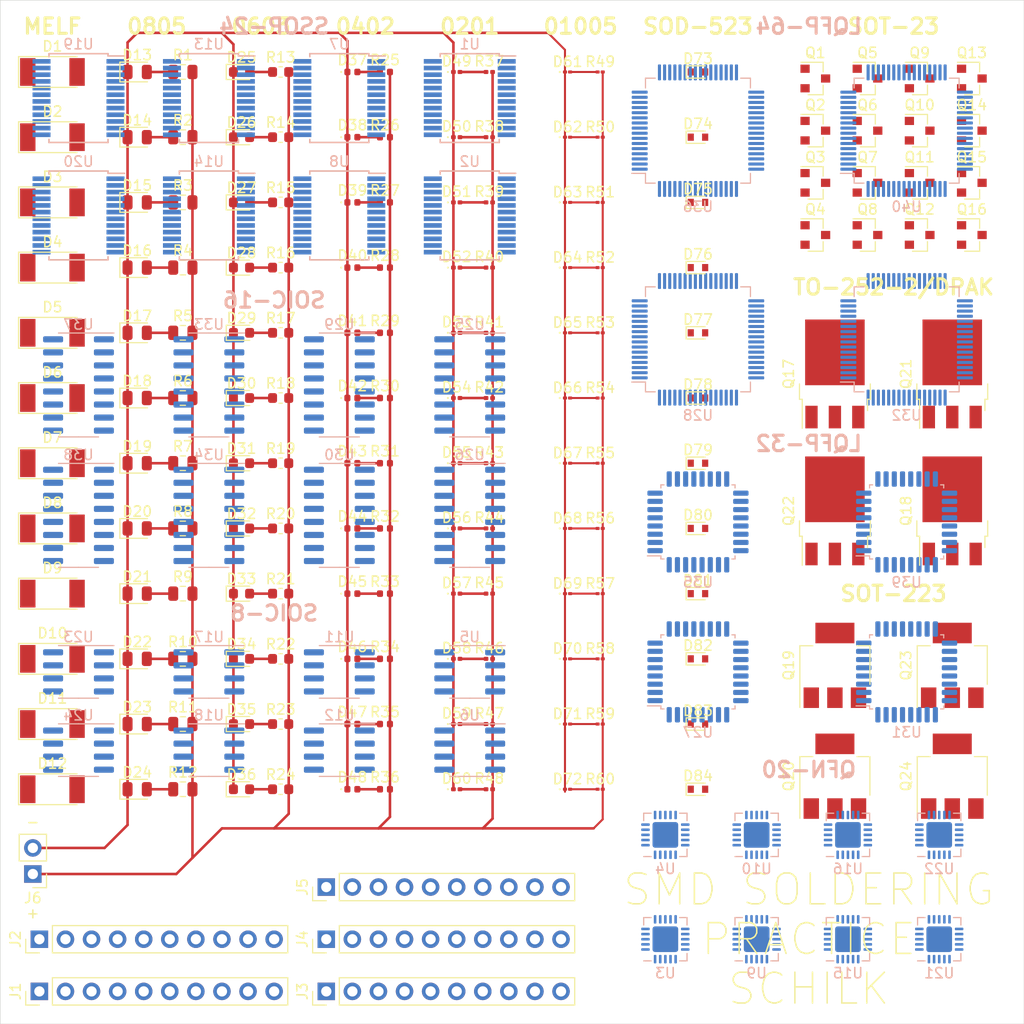
<source format=kicad_pcb>
(kicad_pcb (version 20171130) (host pcbnew "(5.1.5)-3")
  (layers (0 F.Cu signal) (31 B.Cu signal) (34 B.Paste user) (35 F.Paste user) (36 B.SilkS user) (37 F.SilkS user) (38 B.Mask user) (39 F.Mask user) (44 Edge.Cuts user))
  (net 0 "")
  (net 1 GND)
  (net 2 "Net-(D13-Pad2)")
  (net 3 "Net-(D14-Pad2)")
  (net 4 "Net-(D15-Pad2)")
  (net 5 "Net-(D16-Pad2)")
  (net 6 "Net-(D17-Pad2)")
  (net 7 "Net-(D18-Pad2)")
  (net 8 "Net-(D19-Pad2)")
  (net 9 "Net-(D20-Pad2)")
  (net 10 "Net-(D21-Pad2)")
  (net 11 "Net-(D22-Pad2)")
  (net 12 "Net-(D23-Pad2)")
  (net 13 "Net-(D24-Pad2)")
  (net 14 "Net-(D25-Pad2)")
  (net 15 "Net-(D26-Pad2)")
  (net 16 "Net-(D27-Pad2)")
  (net 17 "Net-(D28-Pad2)")
  (net 18 "Net-(D29-Pad2)")
  (net 19 "Net-(D30-Pad2)")
  (net 20 "Net-(D31-Pad2)")
  (net 21 "Net-(D32-Pad2)")
  (net 22 "Net-(D33-Pad2)")
  (net 23 "Net-(D34-Pad2)")
  (net 24 "Net-(D35-Pad2)")
  (net 25 "Net-(D36-Pad2)")
  (net 26 "Net-(D37-Pad2)")
  (net 27 "Net-(D38-Pad2)")
  (net 28 "Net-(D39-Pad2)")
  (net 29 "Net-(D40-Pad2)")
  (net 30 "Net-(D41-Pad2)")
  (net 31 "Net-(D42-Pad2)")
  (net 32 "Net-(D43-Pad2)")
  (net 33 "Net-(D44-Pad2)")
  (net 34 "Net-(D45-Pad2)")
  (net 35 "Net-(D46-Pad2)")
  (net 36 "Net-(D47-Pad2)")
  (net 37 "Net-(D48-Pad2)")
  (net 38 "Net-(D49-Pad2)")
  (net 39 "Net-(D50-Pad2)")
  (net 40 "Net-(D51-Pad2)")
  (net 41 "Net-(D52-Pad2)")
  (net 42 "Net-(D53-Pad2)")
  (net 43 "Net-(D54-Pad2)")
  (net 44 "Net-(D55-Pad2)")
  (net 45 "Net-(D56-Pad2)")
  (net 46 "Net-(D57-Pad2)")
  (net 47 "Net-(D58-Pad2)")
  (net 48 "Net-(D59-Pad2)")
  (net 49 "Net-(D60-Pad2)")
  (net 50 VDD)
  (net 51 "Net-(D61-Pad2)")
  (net 52 "Net-(D62-Pad2)")
  (net 53 "Net-(D63-Pad2)")
  (net 54 "Net-(D64-Pad2)")
  (net 55 "Net-(D65-Pad2)")
  (net 56 "Net-(D66-Pad2)")
  (net 57 "Net-(D67-Pad2)")
  (net 58 "Net-(D68-Pad2)")
  (net 59 "Net-(D69-Pad2)")
  (net 60 "Net-(D70-Pad2)")
  (net 61 "Net-(D71-Pad2)")
  (net 62 "Net-(D72-Pad2)")
  (net 63 "Net-(Q17-Pad2)")
  (net 64 "Net-(Q18-Pad2)")
  (net 65 "Net-(Q19-Pad2)")
  (net 66 "Net-(Q20-Pad2)")
  (net 67 "Net-(Q21-Pad2)")
  (net 68 "Net-(Q22-Pad2)")
  (net 69 "Net-(Q23-Pad2)")
  (net 70 "Net-(Q24-Pad2)")
  (module Package_TO_SOT_SMD:SOT-223-3_TabPin2 (layer F.Cu) (at 480.06 175.26 90)
    (fp_text reference Q24 (at 0 -4.5 90) (layer F.SilkS))
    (fp_text value Q_NMOS_GSD)
    (pad 1 smd rect (at -3.15 -2.3 90) (size 2 1.5) (layers F.Cu F.Paste F.Mask))
    (pad 3 smd rect (at -3.15 2.3 90) (size 2 1.5) (layers F.Cu F.Paste F.Mask))
    (pad 2 smd rect (at -3.15 0 90) (size 2 1.5) (layers F.Cu F.Paste F.Mask) (net 70 "Net-(Q24-Pad2)"))
    (pad 2 smd rect (at 3.15 0 90) (size 2 3.8) (layers F.Cu F.Paste F.Mask) (net 70 "Net-(Q24-Pad2)"))
  )
  (module Package_TO_SOT_SMD:SOT-223-3_TabPin2 (layer F.Cu) (at 480.06 164.465 90)
    (fp_text reference Q23 (at 0 -4.5 90) (layer F.SilkS))
    (fp_text value Q_NMOS_GSD)
    (pad 1 smd rect (at -3.15 -2.3 90) (size 2 1.5) (layers F.Cu F.Paste F.Mask))
    (pad 3 smd rect (at -3.15 2.3 90) (size 2 1.5) (layers F.Cu F.Paste F.Mask))
    (pad 2 smd rect (at -3.15 0 90) (size 2 1.5) (layers F.Cu F.Paste F.Mask) (net 69 "Net-(Q23-Pad2)"))
    (pad 2 smd rect (at 3.15 0 90) (size 2 3.8) (layers F.Cu F.Paste F.Mask) (net 69 "Net-(Q23-Pad2)"))
  )
  (module Package_TO_SOT_SMD:TO-252-3_TabPin2 (layer F.Cu) (at 468.63 149.42 90)
    (fp_text reference Q22 (at 0 -4.5 90) (layer F.SilkS))
    (fp_text value Q_NMOS_GSD)
    (pad 2 smd rect (at 2.1 0 90) (size 6.4 5.8) (layers F.Cu F.Mask) (net 68 "Net-(Q22-Pad2)"))
    (pad 3 smd rect (at -4.2 2.28 90) (size 2.2 1.2) (layers F.Cu F.Paste F.Mask))
    (pad 2 smd rect (at -4.2 0 90) (size 2.2 1.2) (layers F.Cu F.Paste F.Mask) (net 68 "Net-(Q22-Pad2)"))
    (pad 1 smd rect (at -4.2 -2.28 90) (size 2.2 1.2) (layers F.Cu F.Paste F.Mask))
  )
  (module Package_TO_SOT_SMD:TO-252-3_TabPin2 (layer F.Cu) (at 480.06 136.085 90)
    (fp_text reference Q21 (at 0 -4.5 90) (layer F.SilkS))
    (fp_text value Q_NMOS_GSD)
    (pad 2 smd rect (at 2.1 0 90) (size 6.4 5.8) (layers F.Cu F.Mask) (net 67 "Net-(Q21-Pad2)"))
    (pad 3 smd rect (at -4.2 2.28 90) (size 2.2 1.2) (layers F.Cu F.Paste F.Mask))
    (pad 2 smd rect (at -4.2 0 90) (size 2.2 1.2) (layers F.Cu F.Paste F.Mask) (net 67 "Net-(Q21-Pad2)"))
    (pad 1 smd rect (at -4.2 -2.28 90) (size 2.2 1.2) (layers F.Cu F.Paste F.Mask))
  )
  (module Package_TO_SOT_SMD:SOT-223-3_TabPin2 (layer F.Cu) (at 468.63 175.26 90)
    (fp_text reference Q20 (at 0 -4.5 90) (layer F.SilkS))
    (fp_text value Q_NMOS_GSD)
    (pad 1 smd rect (at -3.15 -2.3 90) (size 2 1.5) (layers F.Cu F.Paste F.Mask))
    (pad 3 smd rect (at -3.15 2.3 90) (size 2 1.5) (layers F.Cu F.Paste F.Mask))
    (pad 2 smd rect (at -3.15 0 90) (size 2 1.5) (layers F.Cu F.Paste F.Mask) (net 66 "Net-(Q20-Pad2)"))
    (pad 2 smd rect (at 3.15 0 90) (size 2 3.8) (layers F.Cu F.Paste F.Mask) (net 66 "Net-(Q20-Pad2)"))
  )
  (module Package_TO_SOT_SMD:SOT-223-3_TabPin2 (layer F.Cu) (at 468.63 164.465 90)
    (fp_text reference Q19 (at 0 -4.5 90) (layer F.SilkS))
    (fp_text value Q_NMOS_GSD)
    (pad 1 smd rect (at -3.15 -2.3 90) (size 2 1.5) (layers F.Cu F.Paste F.Mask))
    (pad 3 smd rect (at -3.15 2.3 90) (size 2 1.5) (layers F.Cu F.Paste F.Mask))
    (pad 2 smd rect (at -3.15 0 90) (size 2 1.5) (layers F.Cu F.Paste F.Mask) (net 65 "Net-(Q19-Pad2)"))
    (pad 2 smd rect (at 3.15 0 90) (size 2 3.8) (layers F.Cu F.Paste F.Mask) (net 65 "Net-(Q19-Pad2)"))
  )
  (module Package_TO_SOT_SMD:TO-252-3_TabPin2 (layer F.Cu) (at 480.06 149.42 90)
    (fp_text reference Q18 (at 0 -4.5 90) (layer F.SilkS))
    (fp_text value Q_NMOS_GSD)
    (pad 2 smd rect (at 2.1 0 90) (size 6.4 5.8) (layers F.Cu F.Mask) (net 64 "Net-(Q18-Pad2)"))
    (pad 3 smd rect (at -4.2 2.28 90) (size 2.2 1.2) (layers F.Cu F.Paste F.Mask))
    (pad 2 smd rect (at -4.2 0 90) (size 2.2 1.2) (layers F.Cu F.Paste F.Mask) (net 64 "Net-(Q18-Pad2)"))
    (pad 1 smd rect (at -4.2 -2.28 90) (size 2.2 1.2) (layers F.Cu F.Paste F.Mask))
  )
  (module Package_TO_SOT_SMD:TO-252-3_TabPin2 (layer F.Cu) (at 468.63 136.085 90)
    (fp_text reference Q17 (at 0 -4.5 90) (layer F.SilkS))
    (fp_text value Q_NMOS_GSD)
    (pad 2 smd rect (at 2.1 0 90) (size 6.4 5.8) (layers F.Cu F.Mask) (net 63 "Net-(Q17-Pad2)"))
    (pad 3 smd rect (at -4.2 2.28 90) (size 2.2 1.2) (layers F.Cu F.Paste F.Mask))
    (pad 2 smd rect (at -4.2 0 90) (size 2.2 1.2) (layers F.Cu F.Paste F.Mask) (net 63 "Net-(Q17-Pad2)"))
    (pad 1 smd rect (at -4.2 -2.28 90) (size 2.2 1.2) (layers F.Cu F.Paste F.Mask))
  )
  (module Package_QFP:LQFP-64_10x10mm_P0.5mm (layer B.Cu) (at 475.615 112.395)
    (fp_text reference U40 (at 0 7.4) (layer B.SilkS) (effects (justify mirror)))
    (fp_text value LQFP-64)
    (pad 64 smd roundrect (at -3.75 5.675) (size 0.3 1.55) (layers B.Cu B.Paste B.Mask))
    (pad 63 smd roundrect (at -3.25 5.675) (size 0.3 1.55) (layers B.Cu B.Paste B.Mask))
    (pad 62 smd roundrect (at -2.75 5.675) (size 0.3 1.55) (layers B.Cu B.Paste B.Mask))
    (pad 61 smd roundrect (at -2.25 5.675) (size 0.3 1.55) (layers B.Cu B.Paste B.Mask))
    (pad 60 smd roundrect (at -1.75 5.675) (size 0.3 1.55) (layers B.Cu B.Paste B.Mask))
    (pad 59 smd roundrect (at -1.25 5.675) (size 0.3 1.55) (layers B.Cu B.Paste B.Mask))
    (pad 58 smd roundrect (at -0.75 5.675) (size 0.3 1.55) (layers B.Cu B.Paste B.Mask))
    (pad 57 smd roundrect (at -0.25 5.675) (size 0.3 1.55) (layers B.Cu B.Paste B.Mask))
    (pad 56 smd roundrect (at 0.25 5.675) (size 0.3 1.55) (layers B.Cu B.Paste B.Mask))
    (pad 55 smd roundrect (at 0.75 5.675) (size 0.3 1.55) (layers B.Cu B.Paste B.Mask))
    (pad 54 smd roundrect (at 1.25 5.675) (size 0.3 1.55) (layers B.Cu B.Paste B.Mask))
    (pad 53 smd roundrect (at 1.75 5.675) (size 0.3 1.55) (layers B.Cu B.Paste B.Mask))
    (pad 52 smd roundrect (at 2.25 5.675) (size 0.3 1.55) (layers B.Cu B.Paste B.Mask))
    (pad 51 smd roundrect (at 2.75 5.675) (size 0.3 1.55) (layers B.Cu B.Paste B.Mask))
    (pad 50 smd roundrect (at 3.25 5.675) (size 0.3 1.55) (layers B.Cu B.Paste B.Mask))
    (pad 49 smd roundrect (at 3.75 5.675) (size 0.3 1.55) (layers B.Cu B.Paste B.Mask))
    (pad 48 smd roundrect (at 5.675 3.75) (size 1.55 0.3) (layers B.Cu B.Paste B.Mask))
    (pad 47 smd roundrect (at 5.675 3.25) (size 1.55 0.3) (layers B.Cu B.Paste B.Mask))
    (pad 46 smd roundrect (at 5.675 2.75) (size 1.55 0.3) (layers B.Cu B.Paste B.Mask))
    (pad 45 smd roundrect (at 5.675 2.25) (size 1.55 0.3) (layers B.Cu B.Paste B.Mask))
    (pad 44 smd roundrect (at 5.675 1.75) (size 1.55 0.3) (layers B.Cu B.Paste B.Mask))
    (pad 43 smd roundrect (at 5.675 1.25) (size 1.55 0.3) (layers B.Cu B.Paste B.Mask))
    (pad 42 smd roundrect (at 5.675 0.75) (size 1.55 0.3) (layers B.Cu B.Paste B.Mask))
    (pad 41 smd roundrect (at 5.675 0.25) (size 1.55 0.3) (layers B.Cu B.Paste B.Mask))
    (pad 40 smd roundrect (at 5.675 -0.25) (size 1.55 0.3) (layers B.Cu B.Paste B.Mask))
    (pad 39 smd roundrect (at 5.675 -0.75) (size 1.55 0.3) (layers B.Cu B.Paste B.Mask))
    (pad 38 smd roundrect (at 5.675 -1.25) (size 1.55 0.3) (layers B.Cu B.Paste B.Mask))
    (pad 37 smd roundrect (at 5.675 -1.75) (size 1.55 0.3) (layers B.Cu B.Paste B.Mask))
    (pad 36 smd roundrect (at 5.675 -2.25) (size 1.55 0.3) (layers B.Cu B.Paste B.Mask))
    (pad 35 smd roundrect (at 5.675 -2.75) (size 1.55 0.3) (layers B.Cu B.Paste B.Mask))
    (pad 34 smd roundrect (at 5.675 -3.25) (size 1.55 0.3) (layers B.Cu B.Paste B.Mask))
    (pad 33 smd roundrect (at 5.675 -3.75) (size 1.55 0.3) (layers B.Cu B.Paste B.Mask))
    (pad 32 smd roundrect (at 3.75 -5.675) (size 0.3 1.55) (layers B.Cu B.Paste B.Mask))
    (pad 31 smd roundrect (at 3.25 -5.675) (size 0.3 1.55) (layers B.Cu B.Paste B.Mask))
    (pad 30 smd roundrect (at 2.75 -5.675) (size 0.3 1.55) (layers B.Cu B.Paste B.Mask))
    (pad 29 smd roundrect (at 2.25 -5.675) (size 0.3 1.55) (layers B.Cu B.Paste B.Mask))
    (pad 28 smd roundrect (at 1.75 -5.675) (size 0.3 1.55) (layers B.Cu B.Paste B.Mask))
    (pad 27 smd roundrect (at 1.25 -5.675) (size 0.3 1.55) (layers B.Cu B.Paste B.Mask))
    (pad 26 smd roundrect (at 0.75 -5.675) (size 0.3 1.55) (layers B.Cu B.Paste B.Mask))
    (pad 25 smd roundrect (at 0.25 -5.675) (size 0.3 1.55) (layers B.Cu B.Paste B.Mask))
    (pad 24 smd roundrect (at -0.25 -5.675) (size 0.3 1.55) (layers B.Cu B.Paste B.Mask))
    (pad 23 smd roundrect (at -0.75 -5.675) (size 0.3 1.55) (layers B.Cu B.Paste B.Mask))
    (pad 22 smd roundrect (at -1.25 -5.675) (size 0.3 1.55) (layers B.Cu B.Paste B.Mask))
    (pad 21 smd roundrect (at -1.75 -5.675) (size 0.3 1.55) (layers B.Cu B.Paste B.Mask))
    (pad 20 smd roundrect (at -2.25 -5.675) (size 0.3 1.55) (layers B.Cu B.Paste B.Mask))
    (pad 19 smd roundrect (at -2.75 -5.675) (size 0.3 1.55) (layers B.Cu B.Paste B.Mask))
    (pad 18 smd roundrect (at -3.25 -5.675) (size 0.3 1.55) (layers B.Cu B.Paste B.Mask))
    (pad 17 smd roundrect (at -3.75 -5.675) (size 0.3 1.55) (layers B.Cu B.Paste B.Mask))
    (pad 16 smd roundrect (at -5.675 -3.75) (size 1.55 0.3) (layers B.Cu B.Paste B.Mask))
    (pad 15 smd roundrect (at -5.675 -3.25) (size 1.55 0.3) (layers B.Cu B.Paste B.Mask))
    (pad 14 smd roundrect (at -5.675 -2.75) (size 1.55 0.3) (layers B.Cu B.Paste B.Mask))
    (pad 13 smd roundrect (at -5.675 -2.25) (size 1.55 0.3) (layers B.Cu B.Paste B.Mask))
    (pad 12 smd roundrect (at -5.675 -1.75) (size 1.55 0.3) (layers B.Cu B.Paste B.Mask))
    (pad 11 smd roundrect (at -5.675 -1.25) (size 1.55 0.3) (layers B.Cu B.Paste B.Mask))
    (pad 10 smd roundrect (at -5.675 -0.75) (size 1.55 0.3) (layers B.Cu B.Paste B.Mask))
    (pad 9 smd roundrect (at -5.675 -0.25) (size 1.55 0.3) (layers B.Cu B.Paste B.Mask))
    (pad 8 smd roundrect (at -5.675 0.25) (size 1.55 0.3) (layers B.Cu B.Paste B.Mask))
    (pad 7 smd roundrect (at -5.675 0.75) (size 1.55 0.3) (layers B.Cu B.Paste B.Mask))
    (pad 6 smd roundrect (at -5.675 1.25) (size 1.55 0.3) (layers B.Cu B.Paste B.Mask))
    (pad 5 smd roundrect (at -5.675 1.75) (size 1.55 0.3) (layers B.Cu B.Paste B.Mask))
    (pad 4 smd roundrect (at -5.675 2.25) (size 1.55 0.3) (layers B.Cu B.Paste B.Mask))
    (pad 3 smd roundrect (at -5.675 2.75) (size 1.55 0.3) (layers B.Cu B.Paste B.Mask))
    (pad 2 smd roundrect (at -5.675 3.25) (size 1.55 0.3) (layers B.Cu B.Paste B.Mask))
    (pad 1 smd roundrect (at -5.675 3.75) (size 1.55 0.3) (layers B.Cu B.Paste B.Mask))
  )
  (module Package_QFP:LQFP-32_7x7mm_P0.8mm (layer B.Cu) (at 475.615 150.495)
    (fp_text reference U39 (at 0 5.88) (layer B.SilkS) (effects (justify mirror)))
    (fp_text value LQFP-32)
    (pad 32 smd roundrect (at -2.8 4.175) (size 0.5 1.5) (layers B.Cu B.Paste B.Mask))
    (pad 31 smd roundrect (at -2 4.175) (size 0.5 1.5) (layers B.Cu B.Paste B.Mask))
    (pad 30 smd roundrect (at -1.2 4.175) (size 0.5 1.5) (layers B.Cu B.Paste B.Mask))
    (pad 29 smd roundrect (at -0.4 4.175) (size 0.5 1.5) (layers B.Cu B.Paste B.Mask))
    (pad 28 smd roundrect (at 0.4 4.175) (size 0.5 1.5) (layers B.Cu B.Paste B.Mask))
    (pad 27 smd roundrect (at 1.2 4.175) (size 0.5 1.5) (layers B.Cu B.Paste B.Mask))
    (pad 26 smd roundrect (at 2 4.175) (size 0.5 1.5) (layers B.Cu B.Paste B.Mask))
    (pad 25 smd roundrect (at 2.8 4.175) (size 0.5 1.5) (layers B.Cu B.Paste B.Mask))
    (pad 24 smd roundrect (at 4.175 2.8) (size 1.5 0.5) (layers B.Cu B.Paste B.Mask))
    (pad 23 smd roundrect (at 4.175 2) (size 1.5 0.5) (layers B.Cu B.Paste B.Mask))
    (pad 22 smd roundrect (at 4.175 1.2) (size 1.5 0.5) (layers B.Cu B.Paste B.Mask))
    (pad 21 smd roundrect (at 4.175 0.4) (size 1.5 0.5) (layers B.Cu B.Paste B.Mask))
    (pad 20 smd roundrect (at 4.175 -0.4) (size 1.5 0.5) (layers B.Cu B.Paste B.Mask))
    (pad 19 smd roundrect (at 4.175 -1.2) (size 1.5 0.5) (layers B.Cu B.Paste B.Mask))
    (pad 18 smd roundrect (at 4.175 -2) (size 1.5 0.5) (layers B.Cu B.Paste B.Mask))
    (pad 17 smd roundrect (at 4.175 -2.8) (size 1.5 0.5) (layers B.Cu B.Paste B.Mask))
    (pad 16 smd roundrect (at 2.8 -4.175) (size 0.5 1.5) (layers B.Cu B.Paste B.Mask))
    (pad 15 smd roundrect (at 2 -4.175) (size 0.5 1.5) (layers B.Cu B.Paste B.Mask))
    (pad 14 smd roundrect (at 1.2 -4.175) (size 0.5 1.5) (layers B.Cu B.Paste B.Mask))
    (pad 13 smd roundrect (at 0.4 -4.175) (size 0.5 1.5) (layers B.Cu B.Paste B.Mask))
    (pad 12 smd roundrect (at -0.4 -4.175) (size 0.5 1.5) (layers B.Cu B.Paste B.Mask))
    (pad 11 smd roundrect (at -1.2 -4.175) (size 0.5 1.5) (layers B.Cu B.Paste B.Mask))
    (pad 10 smd roundrect (at -2 -4.175) (size 0.5 1.5) (layers B.Cu B.Paste B.Mask))
    (pad 9 smd roundrect (at -2.8 -4.175) (size 0.5 1.5) (layers B.Cu B.Paste B.Mask))
    (pad 8 smd roundrect (at -4.175 -2.8) (size 1.5 0.5) (layers B.Cu B.Paste B.Mask))
    (pad 7 smd roundrect (at -4.175 -2) (size 1.5 0.5) (layers B.Cu B.Paste B.Mask))
    (pad 6 smd roundrect (at -4.175 -1.2) (size 1.5 0.5) (layers B.Cu B.Paste B.Mask))
    (pad 5 smd roundrect (at -4.175 -0.4) (size 1.5 0.5) (layers B.Cu B.Paste B.Mask))
    (pad 4 smd roundrect (at -4.175 0.4) (size 1.5 0.5) (layers B.Cu B.Paste B.Mask))
    (pad 3 smd roundrect (at -4.175 1.2) (size 1.5 0.5) (layers B.Cu B.Paste B.Mask))
    (pad 2 smd roundrect (at -4.175 2) (size 1.5 0.5) (layers B.Cu B.Paste B.Mask))
    (pad 1 smd roundrect (at -4.175 2.8) (size 1.5 0.5) (layers B.Cu B.Paste B.Mask))
  )
  (module Package_SO:SOIC-16_3.9x9.9mm_P1.27mm (layer B.Cu) (at 394.97 149.859999 180)
    (fp_text reference U38 (at 0 5.9) (layer B.SilkS) (effects (justify mirror)))
    (fp_text value SOIC-16)
    (pad 16 smd roundrect (at 2.475 4.445 180) (size 1.95 0.6) (layers B.Cu B.Paste B.Mask))
    (pad 15 smd roundrect (at 2.475 3.175 180) (size 1.95 0.6) (layers B.Cu B.Paste B.Mask))
    (pad 14 smd roundrect (at 2.475 1.905 180) (size 1.95 0.6) (layers B.Cu B.Paste B.Mask))
    (pad 13 smd roundrect (at 2.475 0.635 180) (size 1.95 0.6) (layers B.Cu B.Paste B.Mask))
    (pad 12 smd roundrect (at 2.475 -0.635 180) (size 1.95 0.6) (layers B.Cu B.Paste B.Mask))
    (pad 11 smd roundrect (at 2.475 -1.905 180) (size 1.95 0.6) (layers B.Cu B.Paste B.Mask))
    (pad 10 smd roundrect (at 2.475 -3.175 180) (size 1.95 0.6) (layers B.Cu B.Paste B.Mask))
    (pad 9 smd roundrect (at 2.475 -4.445 180) (size 1.95 0.6) (layers B.Cu B.Paste B.Mask))
    (pad 8 smd roundrect (at -2.475 -4.445 180) (size 1.95 0.6) (layers B.Cu B.Paste B.Mask))
    (pad 7 smd roundrect (at -2.475 -3.175 180) (size 1.95 0.6) (layers B.Cu B.Paste B.Mask))
    (pad 6 smd roundrect (at -2.475 -1.905 180) (size 1.95 0.6) (layers B.Cu B.Paste B.Mask))
    (pad 5 smd roundrect (at -2.475 -0.635 180) (size 1.95 0.6) (layers B.Cu B.Paste B.Mask))
    (pad 4 smd roundrect (at -2.475 0.635 180) (size 1.95 0.6) (layers B.Cu B.Paste B.Mask))
    (pad 3 smd roundrect (at -2.475 1.905 180) (size 1.95 0.6) (layers B.Cu B.Paste B.Mask))
    (pad 2 smd roundrect (at -2.475 3.175 180) (size 1.95 0.6) (layers B.Cu B.Paste B.Mask))
    (pad 1 smd roundrect (at -2.475 4.445 180) (size 1.95 0.6) (layers B.Cu B.Paste B.Mask))
  )
  (module Package_SO:SOIC-16_3.9x9.9mm_P1.27mm (layer B.Cu) (at 394.97 137.16 180)
    (fp_text reference U37 (at 0 5.9) (layer B.SilkS) (effects (justify mirror)))
    (fp_text value SOIC-16)
    (pad 16 smd roundrect (at 2.475 4.445 180) (size 1.95 0.6) (layers B.Cu B.Paste B.Mask))
    (pad 15 smd roundrect (at 2.475 3.175 180) (size 1.95 0.6) (layers B.Cu B.Paste B.Mask))
    (pad 14 smd roundrect (at 2.475 1.905 180) (size 1.95 0.6) (layers B.Cu B.Paste B.Mask))
    (pad 13 smd roundrect (at 2.475 0.635 180) (size 1.95 0.6) (layers B.Cu B.Paste B.Mask))
    (pad 12 smd roundrect (at 2.475 -0.635 180) (size 1.95 0.6) (layers B.Cu B.Paste B.Mask))
    (pad 11 smd roundrect (at 2.475 -1.905 180) (size 1.95 0.6) (layers B.Cu B.Paste B.Mask))
    (pad 10 smd roundrect (at 2.475 -3.175 180) (size 1.95 0.6) (layers B.Cu B.Paste B.Mask))
    (pad 9 smd roundrect (at 2.475 -4.445 180) (size 1.95 0.6) (layers B.Cu B.Paste B.Mask))
    (pad 8 smd roundrect (at -2.475 -4.445 180) (size 1.95 0.6) (layers B.Cu B.Paste B.Mask))
    (pad 7 smd roundrect (at -2.475 -3.175 180) (size 1.95 0.6) (layers B.Cu B.Paste B.Mask))
    (pad 6 smd roundrect (at -2.475 -1.905 180) (size 1.95 0.6) (layers B.Cu B.Paste B.Mask))
    (pad 5 smd roundrect (at -2.475 -0.635 180) (size 1.95 0.6) (layers B.Cu B.Paste B.Mask))
    (pad 4 smd roundrect (at -2.475 0.635 180) (size 1.95 0.6) (layers B.Cu B.Paste B.Mask))
    (pad 3 smd roundrect (at -2.475 1.905 180) (size 1.95 0.6) (layers B.Cu B.Paste B.Mask))
    (pad 2 smd roundrect (at -2.475 3.175 180) (size 1.95 0.6) (layers B.Cu B.Paste B.Mask))
    (pad 1 smd roundrect (at -2.475 4.445 180) (size 1.95 0.6) (layers B.Cu B.Paste B.Mask))
  )
  (module Package_QFP:LQFP-64_10x10mm_P0.5mm (layer B.Cu) (at 455.295 112.395)
    (fp_text reference U36 (at 0 7.4) (layer B.SilkS) (effects (justify mirror)))
    (fp_text value LQFP-64)
    (pad 64 smd roundrect (at -3.75 5.675) (size 0.3 1.55) (layers B.Cu B.Paste B.Mask))
    (pad 63 smd roundrect (at -3.25 5.675) (size 0.3 1.55) (layers B.Cu B.Paste B.Mask))
    (pad 62 smd roundrect (at -2.75 5.675) (size 0.3 1.55) (layers B.Cu B.Paste B.Mask))
    (pad 61 smd roundrect (at -2.25 5.675) (size 0.3 1.55) (layers B.Cu B.Paste B.Mask))
    (pad 60 smd roundrect (at -1.75 5.675) (size 0.3 1.55) (layers B.Cu B.Paste B.Mask))
    (pad 59 smd roundrect (at -1.25 5.675) (size 0.3 1.55) (layers B.Cu B.Paste B.Mask))
    (pad 58 smd roundrect (at -0.75 5.675) (size 0.3 1.55) (layers B.Cu B.Paste B.Mask))
    (pad 57 smd roundrect (at -0.25 5.675) (size 0.3 1.55) (layers B.Cu B.Paste B.Mask))
    (pad 56 smd roundrect (at 0.25 5.675) (size 0.3 1.55) (layers B.Cu B.Paste B.Mask))
    (pad 55 smd roundrect (at 0.75 5.675) (size 0.3 1.55) (layers B.Cu B.Paste B.Mask))
    (pad 54 smd roundrect (at 1.25 5.675) (size 0.3 1.55) (layers B.Cu B.Paste B.Mask))
    (pad 53 smd roundrect (at 1.75 5.675) (size 0.3 1.55) (layers B.Cu B.Paste B.Mask))
    (pad 52 smd roundrect (at 2.25 5.675) (size 0.3 1.55) (layers B.Cu B.Paste B.Mask))
    (pad 51 smd roundrect (at 2.75 5.675) (size 0.3 1.55) (layers B.Cu B.Paste B.Mask))
    (pad 50 smd roundrect (at 3.25 5.675) (size 0.3 1.55) (layers B.Cu B.Paste B.Mask))
    (pad 49 smd roundrect (at 3.75 5.675) (size 0.3 1.55) (layers B.Cu B.Paste B.Mask))
    (pad 48 smd roundrect (at 5.675 3.75) (size 1.55 0.3) (layers B.Cu B.Paste B.Mask))
    (pad 47 smd roundrect (at 5.675 3.25) (size 1.55 0.3) (layers B.Cu B.Paste B.Mask))
    (pad 46 smd roundrect (at 5.675 2.75) (size 1.55 0.3) (layers B.Cu B.Paste B.Mask))
    (pad 45 smd roundrect (at 5.675 2.25) (size 1.55 0.3) (layers B.Cu B.Paste B.Mask))
    (pad 44 smd roundrect (at 5.675 1.75) (size 1.55 0.3) (layers B.Cu B.Paste B.Mask))
    (pad 43 smd roundrect (at 5.675 1.25) (size 1.55 0.3) (layers B.Cu B.Paste B.Mask))
    (pad 42 smd roundrect (at 5.675 0.75) (size 1.55 0.3) (layers B.Cu B.Paste B.Mask))
    (pad 41 smd roundrect (at 5.675 0.25) (size 1.55 0.3) (layers B.Cu B.Paste B.Mask))
    (pad 40 smd roundrect (at 5.675 -0.25) (size 1.55 0.3) (layers B.Cu B.Paste B.Mask))
    (pad 39 smd roundrect (at 5.675 -0.75) (size 1.55 0.3) (layers B.Cu B.Paste B.Mask))
    (pad 38 smd roundrect (at 5.675 -1.25) (size 1.55 0.3) (layers B.Cu B.Paste B.Mask))
    (pad 37 smd roundrect (at 5.675 -1.75) (size 1.55 0.3) (layers B.Cu B.Paste B.Mask))
    (pad 36 smd roundrect (at 5.675 -2.25) (size 1.55 0.3) (layers B.Cu B.Paste B.Mask))
    (pad 35 smd roundrect (at 5.675 -2.75) (size 1.55 0.3) (layers B.Cu B.Paste B.Mask))
    (pad 34 smd roundrect (at 5.675 -3.25) (size 1.55 0.3) (layers B.Cu B.Paste B.Mask))
    (pad 33 smd roundrect (at 5.675 -3.75) (size 1.55 0.3) (layers B.Cu B.Paste B.Mask))
    (pad 32 smd roundrect (at 3.75 -5.675) (size 0.3 1.55) (layers B.Cu B.Paste B.Mask))
    (pad 31 smd roundrect (at 3.25 -5.675) (size 0.3 1.55) (layers B.Cu B.Paste B.Mask))
    (pad 30 smd roundrect (at 2.75 -5.675) (size 0.3 1.55) (layers B.Cu B.Paste B.Mask))
    (pad 29 smd roundrect (at 2.25 -5.675) (size 0.3 1.55) (layers B.Cu B.Paste B.Mask))
    (pad 28 smd roundrect (at 1.75 -5.675) (size 0.3 1.55) (layers B.Cu B.Paste B.Mask))
    (pad 27 smd roundrect (at 1.25 -5.675) (size 0.3 1.55) (layers B.Cu B.Paste B.Mask))
    (pad 26 smd roundrect (at 0.75 -5.675) (size 0.3 1.55) (layers B.Cu B.Paste B.Mask))
    (pad 25 smd roundrect (at 0.25 -5.675) (size 0.3 1.55) (layers B.Cu B.Paste B.Mask))
    (pad 24 smd roundrect (at -0.25 -5.675) (size 0.3 1.55) (layers B.Cu B.Paste B.Mask))
    (pad 23 smd roundrect (at -0.75 -5.675) (size 0.3 1.55) (layers B.Cu B.Paste B.Mask))
    (pad 22 smd roundrect (at -1.25 -5.675) (size 0.3 1.55) (layers B.Cu B.Paste B.Mask))
    (pad 21 smd roundrect (at -1.75 -5.675) (size 0.3 1.55) (layers B.Cu B.Paste B.Mask))
    (pad 20 smd roundrect (at -2.25 -5.675) (size 0.3 1.55) (layers B.Cu B.Paste B.Mask))
    (pad 19 smd roundrect (at -2.75 -5.675) (size 0.3 1.55) (layers B.Cu B.Paste B.Mask))
    (pad 18 smd roundrect (at -3.25 -5.675) (size 0.3 1.55) (layers B.Cu B.Paste B.Mask))
    (pad 17 smd roundrect (at -3.75 -5.675) (size 0.3 1.55) (layers B.Cu B.Paste B.Mask))
    (pad 16 smd roundrect (at -5.675 -3.75) (size 1.55 0.3) (layers B.Cu B.Paste B.Mask))
    (pad 15 smd roundrect (at -5.675 -3.25) (size 1.55 0.3) (layers B.Cu B.Paste B.Mask))
    (pad 14 smd roundrect (at -5.675 -2.75) (size 1.55 0.3) (layers B.Cu B.Paste B.Mask))
    (pad 13 smd roundrect (at -5.675 -2.25) (size 1.55 0.3) (layers B.Cu B.Paste B.Mask))
    (pad 12 smd roundrect (at -5.675 -1.75) (size 1.55 0.3) (layers B.Cu B.Paste B.Mask))
    (pad 11 smd roundrect (at -5.675 -1.25) (size 1.55 0.3) (layers B.Cu B.Paste B.Mask))
    (pad 10 smd roundrect (at -5.675 -0.75) (size 1.55 0.3) (layers B.Cu B.Paste B.Mask))
    (pad 9 smd roundrect (at -5.675 -0.25) (size 1.55 0.3) (layers B.Cu B.Paste B.Mask))
    (pad 8 smd roundrect (at -5.675 0.25) (size 1.55 0.3) (layers B.Cu B.Paste B.Mask))
    (pad 7 smd roundrect (at -5.675 0.75) (size 1.55 0.3) (layers B.Cu B.Paste B.Mask))
    (pad 6 smd roundrect (at -5.675 1.25) (size 1.55 0.3) (layers B.Cu B.Paste B.Mask))
    (pad 5 smd roundrect (at -5.675 1.75) (size 1.55 0.3) (layers B.Cu B.Paste B.Mask))
    (pad 4 smd roundrect (at -5.675 2.25) (size 1.55 0.3) (layers B.Cu B.Paste B.Mask))
    (pad 3 smd roundrect (at -5.675 2.75) (size 1.55 0.3) (layers B.Cu B.Paste B.Mask))
    (pad 2 smd roundrect (at -5.675 3.25) (size 1.55 0.3) (layers B.Cu B.Paste B.Mask))
    (pad 1 smd roundrect (at -5.675 3.75) (size 1.55 0.3) (layers B.Cu B.Paste B.Mask))
  )
  (module Package_QFP:LQFP-32_7x7mm_P0.8mm (layer B.Cu) (at 455.295 150.495)
    (fp_text reference U35 (at 0 5.88) (layer B.SilkS) (effects (justify mirror)))
    (fp_text value LQFP-32)
    (pad 32 smd roundrect (at -2.8 4.175) (size 0.5 1.5) (layers B.Cu B.Paste B.Mask))
    (pad 31 smd roundrect (at -2 4.175) (size 0.5 1.5) (layers B.Cu B.Paste B.Mask))
    (pad 30 smd roundrect (at -1.2 4.175) (size 0.5 1.5) (layers B.Cu B.Paste B.Mask))
    (pad 29 smd roundrect (at -0.4 4.175) (size 0.5 1.5) (layers B.Cu B.Paste B.Mask))
    (pad 28 smd roundrect (at 0.4 4.175) (size 0.5 1.5) (layers B.Cu B.Paste B.Mask))
    (pad 27 smd roundrect (at 1.2 4.175) (size 0.5 1.5) (layers B.Cu B.Paste B.Mask))
    (pad 26 smd roundrect (at 2 4.175) (size 0.5 1.5) (layers B.Cu B.Paste B.Mask))
    (pad 25 smd roundrect (at 2.8 4.175) (size 0.5 1.5) (layers B.Cu B.Paste B.Mask))
    (pad 24 smd roundrect (at 4.175 2.8) (size 1.5 0.5) (layers B.Cu B.Paste B.Mask))
    (pad 23 smd roundrect (at 4.175 2) (size 1.5 0.5) (layers B.Cu B.Paste B.Mask))
    (pad 22 smd roundrect (at 4.175 1.2) (size 1.5 0.5) (layers B.Cu B.Paste B.Mask))
    (pad 21 smd roundrect (at 4.175 0.4) (size 1.5 0.5) (layers B.Cu B.Paste B.Mask))
    (pad 20 smd roundrect (at 4.175 -0.4) (size 1.5 0.5) (layers B.Cu B.Paste B.Mask))
    (pad 19 smd roundrect (at 4.175 -1.2) (size 1.5 0.5) (layers B.Cu B.Paste B.Mask))
    (pad 18 smd roundrect (at 4.175 -2) (size 1.5 0.5) (layers B.Cu B.Paste B.Mask))
    (pad 17 smd roundrect (at 4.175 -2.8) (size 1.5 0.5) (layers B.Cu B.Paste B.Mask))
    (pad 16 smd roundrect (at 2.8 -4.175) (size 0.5 1.5) (layers B.Cu B.Paste B.Mask))
    (pad 15 smd roundrect (at 2 -4.175) (size 0.5 1.5) (layers B.Cu B.Paste B.Mask))
    (pad 14 smd roundrect (at 1.2 -4.175) (size 0.5 1.5) (layers B.Cu B.Paste B.Mask))
    (pad 13 smd roundrect (at 0.4 -4.175) (size 0.5 1.5) (layers B.Cu B.Paste B.Mask))
    (pad 12 smd roundrect (at -0.4 -4.175) (size 0.5 1.5) (layers B.Cu B.Paste B.Mask))
    (pad 11 smd roundrect (at -1.2 -4.175) (size 0.5 1.5) (layers B.Cu B.Paste B.Mask))
    (pad 10 smd roundrect (at -2 -4.175) (size 0.5 1.5) (layers B.Cu B.Paste B.Mask))
    (pad 9 smd roundrect (at -2.8 -4.175) (size 0.5 1.5) (layers B.Cu B.Paste B.Mask))
    (pad 8 smd roundrect (at -4.175 -2.8) (size 1.5 0.5) (layers B.Cu B.Paste B.Mask))
    (pad 7 smd roundrect (at -4.175 -2) (size 1.5 0.5) (layers B.Cu B.Paste B.Mask))
    (pad 6 smd roundrect (at -4.175 -1.2) (size 1.5 0.5) (layers B.Cu B.Paste B.Mask))
    (pad 5 smd roundrect (at -4.175 -0.4) (size 1.5 0.5) (layers B.Cu B.Paste B.Mask))
    (pad 4 smd roundrect (at -4.175 0.4) (size 1.5 0.5) (layers B.Cu B.Paste B.Mask))
    (pad 3 smd roundrect (at -4.175 1.2) (size 1.5 0.5) (layers B.Cu B.Paste B.Mask))
    (pad 2 smd roundrect (at -4.175 2) (size 1.5 0.5) (layers B.Cu B.Paste B.Mask))
    (pad 1 smd roundrect (at -4.175 2.8) (size 1.5 0.5) (layers B.Cu B.Paste B.Mask))
  )
  (module Package_SO:SOIC-16_3.9x9.9mm_P1.27mm (layer B.Cu) (at 407.67 149.859999 180)
    (fp_text reference U34 (at 0 5.9) (layer B.SilkS) (effects (justify mirror)))
    (fp_text value SOIC-16)
    (pad 16 smd roundrect (at 2.475 4.445 180) (size 1.95 0.6) (layers B.Cu B.Paste B.Mask))
    (pad 15 smd roundrect (at 2.475 3.175 180) (size 1.95 0.6) (layers B.Cu B.Paste B.Mask))
    (pad 14 smd roundrect (at 2.475 1.905 180) (size 1.95 0.6) (layers B.Cu B.Paste B.Mask))
    (pad 13 smd roundrect (at 2.475 0.635 180) (size 1.95 0.6) (layers B.Cu B.Paste B.Mask))
    (pad 12 smd roundrect (at 2.475 -0.635 180) (size 1.95 0.6) (layers B.Cu B.Paste B.Mask))
    (pad 11 smd roundrect (at 2.475 -1.905 180) (size 1.95 0.6) (layers B.Cu B.Paste B.Mask))
    (pad 10 smd roundrect (at 2.475 -3.175 180) (size 1.95 0.6) (layers B.Cu B.Paste B.Mask))
    (pad 9 smd roundrect (at 2.475 -4.445 180) (size 1.95 0.6) (layers B.Cu B.Paste B.Mask))
    (pad 8 smd roundrect (at -2.475 -4.445 180) (size 1.95 0.6) (layers B.Cu B.Paste B.Mask))
    (pad 7 smd roundrect (at -2.475 -3.175 180) (size 1.95 0.6) (layers B.Cu B.Paste B.Mask))
    (pad 6 smd roundrect (at -2.475 -1.905 180) (size 1.95 0.6) (layers B.Cu B.Paste B.Mask))
    (pad 5 smd roundrect (at -2.475 -0.635 180) (size 1.95 0.6) (layers B.Cu B.Paste B.Mask))
    (pad 4 smd roundrect (at -2.475 0.635 180) (size 1.95 0.6) (layers B.Cu B.Paste B.Mask))
    (pad 3 smd roundrect (at -2.475 1.905 180) (size 1.95 0.6) (layers B.Cu B.Paste B.Mask))
    (pad 2 smd roundrect (at -2.475 3.175 180) (size 1.95 0.6) (layers B.Cu B.Paste B.Mask))
    (pad 1 smd roundrect (at -2.475 4.445 180) (size 1.95 0.6) (layers B.Cu B.Paste B.Mask))
  )
  (module Package_SO:SOIC-16_3.9x9.9mm_P1.27mm (layer B.Cu) (at 407.67 137.16 180)
    (fp_text reference U33 (at 0 5.9) (layer B.SilkS) (effects (justify mirror)))
    (fp_text value SOIC-16)
    (pad 16 smd roundrect (at 2.475 4.445 180) (size 1.95 0.6) (layers B.Cu B.Paste B.Mask))
    (pad 15 smd roundrect (at 2.475 3.175 180) (size 1.95 0.6) (layers B.Cu B.Paste B.Mask))
    (pad 14 smd roundrect (at 2.475 1.905 180) (size 1.95 0.6) (layers B.Cu B.Paste B.Mask))
    (pad 13 smd roundrect (at 2.475 0.635 180) (size 1.95 0.6) (layers B.Cu B.Paste B.Mask))
    (pad 12 smd roundrect (at 2.475 -0.635 180) (size 1.95 0.6) (layers B.Cu B.Paste B.Mask))
    (pad 11 smd roundrect (at 2.475 -1.905 180) (size 1.95 0.6) (layers B.Cu B.Paste B.Mask))
    (pad 10 smd roundrect (at 2.475 -3.175 180) (size 1.95 0.6) (layers B.Cu B.Paste B.Mask))
    (pad 9 smd roundrect (at 2.475 -4.445 180) (size 1.95 0.6) (layers B.Cu B.Paste B.Mask))
    (pad 8 smd roundrect (at -2.475 -4.445 180) (size 1.95 0.6) (layers B.Cu B.Paste B.Mask))
    (pad 7 smd roundrect (at -2.475 -3.175 180) (size 1.95 0.6) (layers B.Cu B.Paste B.Mask))
    (pad 6 smd roundrect (at -2.475 -1.905 180) (size 1.95 0.6) (layers B.Cu B.Paste B.Mask))
    (pad 5 smd roundrect (at -2.475 -0.635 180) (size 1.95 0.6) (layers B.Cu B.Paste B.Mask))
    (pad 4 smd roundrect (at -2.475 0.635 180) (size 1.95 0.6) (layers B.Cu B.Paste B.Mask))
    (pad 3 smd roundrect (at -2.475 1.905 180) (size 1.95 0.6) (layers B.Cu B.Paste B.Mask))
    (pad 2 smd roundrect (at -2.475 3.175 180) (size 1.95 0.6) (layers B.Cu B.Paste B.Mask))
    (pad 1 smd roundrect (at -2.475 4.445 180) (size 1.95 0.6) (layers B.Cu B.Paste B.Mask))
  )
  (module Package_QFP:LQFP-64_10x10mm_P0.5mm (layer B.Cu) (at 475.615 132.715)
    (fp_text reference U32 (at 0 7.4) (layer B.SilkS) (effects (justify mirror)))
    (fp_text value LQFP-64)
    (pad 64 smd roundrect (at -3.75 5.675) (size 0.3 1.55) (layers B.Cu B.Paste B.Mask))
    (pad 63 smd roundrect (at -3.25 5.675) (size 0.3 1.55) (layers B.Cu B.Paste B.Mask))
    (pad 62 smd roundrect (at -2.75 5.675) (size 0.3 1.55) (layers B.Cu B.Paste B.Mask))
    (pad 61 smd roundrect (at -2.25 5.675) (size 0.3 1.55) (layers B.Cu B.Paste B.Mask))
    (pad 60 smd roundrect (at -1.75 5.675) (size 0.3 1.55) (layers B.Cu B.Paste B.Mask))
    (pad 59 smd roundrect (at -1.25 5.675) (size 0.3 1.55) (layers B.Cu B.Paste B.Mask))
    (pad 58 smd roundrect (at -0.75 5.675) (size 0.3 1.55) (layers B.Cu B.Paste B.Mask))
    (pad 57 smd roundrect (at -0.25 5.675) (size 0.3 1.55) (layers B.Cu B.Paste B.Mask))
    (pad 56 smd roundrect (at 0.25 5.675) (size 0.3 1.55) (layers B.Cu B.Paste B.Mask))
    (pad 55 smd roundrect (at 0.75 5.675) (size 0.3 1.55) (layers B.Cu B.Paste B.Mask))
    (pad 54 smd roundrect (at 1.25 5.675) (size 0.3 1.55) (layers B.Cu B.Paste B.Mask))
    (pad 53 smd roundrect (at 1.75 5.675) (size 0.3 1.55) (layers B.Cu B.Paste B.Mask))
    (pad 52 smd roundrect (at 2.25 5.675) (size 0.3 1.55) (layers B.Cu B.Paste B.Mask))
    (pad 51 smd roundrect (at 2.75 5.675) (size 0.3 1.55) (layers B.Cu B.Paste B.Mask))
    (pad 50 smd roundrect (at 3.25 5.675) (size 0.3 1.55) (layers B.Cu B.Paste B.Mask))
    (pad 49 smd roundrect (at 3.75 5.675) (size 0.3 1.55) (layers B.Cu B.Paste B.Mask))
    (pad 48 smd roundrect (at 5.675 3.75) (size 1.55 0.3) (layers B.Cu B.Paste B.Mask))
    (pad 47 smd roundrect (at 5.675 3.25) (size 1.55 0.3) (layers B.Cu B.Paste B.Mask))
    (pad 46 smd roundrect (at 5.675 2.75) (size 1.55 0.3) (layers B.Cu B.Paste B.Mask))
    (pad 45 smd roundrect (at 5.675 2.25) (size 1.55 0.3) (layers B.Cu B.Paste B.Mask))
    (pad 44 smd roundrect (at 5.675 1.75) (size 1.55 0.3) (layers B.Cu B.Paste B.Mask))
    (pad 43 smd roundrect (at 5.675 1.25) (size 1.55 0.3) (layers B.Cu B.Paste B.Mask))
    (pad 42 smd roundrect (at 5.675 0.75) (size 1.55 0.3) (layers B.Cu B.Paste B.Mask))
    (pad 41 smd roundrect (at 5.675 0.25) (size 1.55 0.3) (layers B.Cu B.Paste B.Mask))
    (pad 40 smd roundrect (at 5.675 -0.25) (size 1.55 0.3) (layers B.Cu B.Paste B.Mask))
    (pad 39 smd roundrect (at 5.675 -0.75) (size 1.55 0.3) (layers B.Cu B.Paste B.Mask))
    (pad 38 smd roundrect (at 5.675 -1.25) (size 1.55 0.3) (layers B.Cu B.Paste B.Mask))
    (pad 37 smd roundrect (at 5.675 -1.75) (size 1.55 0.3) (layers B.Cu B.Paste B.Mask))
    (pad 36 smd roundrect (at 5.675 -2.25) (size 1.55 0.3) (layers B.Cu B.Paste B.Mask))
    (pad 35 smd roundrect (at 5.675 -2.75) (size 1.55 0.3) (layers B.Cu B.Paste B.Mask))
    (pad 34 smd roundrect (at 5.675 -3.25) (size 1.55 0.3) (layers B.Cu B.Paste B.Mask))
    (pad 33 smd roundrect (at 5.675 -3.75) (size 1.55 0.3) (layers B.Cu B.Paste B.Mask))
    (pad 32 smd roundrect (at 3.75 -5.675) (size 0.3 1.55) (layers B.Cu B.Paste B.Mask))
    (pad 31 smd roundrect (at 3.25 -5.675) (size 0.3 1.55) (layers B.Cu B.Paste B.Mask))
    (pad 30 smd roundrect (at 2.75 -5.675) (size 0.3 1.55) (layers B.Cu B.Paste B.Mask))
    (pad 29 smd roundrect (at 2.25 -5.675) (size 0.3 1.55) (layers B.Cu B.Paste B.Mask))
    (pad 28 smd roundrect (at 1.75 -5.675) (size 0.3 1.55) (layers B.Cu B.Paste B.Mask))
    (pad 27 smd roundrect (at 1.25 -5.675) (size 0.3 1.55) (layers B.Cu B.Paste B.Mask))
    (pad 26 smd roundrect (at 0.75 -5.675) (size 0.3 1.55) (layers B.Cu B.Paste B.Mask))
    (pad 25 smd roundrect (at 0.25 -5.675) (size 0.3 1.55) (layers B.Cu B.Paste B.Mask))
    (pad 24 smd roundrect (at -0.25 -5.675) (size 0.3 1.55) (layers B.Cu B.Paste B.Mask))
    (pad 23 smd roundrect (at -0.75 -5.675) (size 0.3 1.55) (layers B.Cu B.Paste B.Mask))
    (pad 22 smd roundrect (at -1.25 -5.675) (size 0.3 1.55) (layers B.Cu B.Paste B.Mask))
    (pad 21 smd roundrect (at -1.75 -5.675) (size 0.3 1.55) (layers B.Cu B.Paste B.Mask))
    (pad 20 smd roundrect (at -2.25 -5.675) (size 0.3 1.55) (layers B.Cu B.Paste B.Mask))
    (pad 19 smd roundrect (at -2.75 -5.675) (size 0.3 1.55) (layers B.Cu B.Paste B.Mask))
    (pad 18 smd roundrect (at -3.25 -5.675) (size 0.3 1.55) (layers B.Cu B.Paste B.Mask))
    (pad 17 smd roundrect (at -3.75 -5.675) (size 0.3 1.55) (layers B.Cu B.Paste B.Mask))
    (pad 16 smd roundrect (at -5.675 -3.75) (size 1.55 0.3) (layers B.Cu B.Paste B.Mask))
    (pad 15 smd roundrect (at -5.675 -3.25) (size 1.55 0.3) (layers B.Cu B.Paste B.Mask))
    (pad 14 smd roundrect (at -5.675 -2.75) (size 1.55 0.3) (layers B.Cu B.Paste B.Mask))
    (pad 13 smd roundrect (at -5.675 -2.25) (size 1.55 0.3) (layers B.Cu B.Paste B.Mask))
    (pad 12 smd roundrect (at -5.675 -1.75) (size 1.55 0.3) (layers B.Cu B.Paste B.Mask))
    (pad 11 smd roundrect (at -5.675 -1.25) (size 1.55 0.3) (layers B.Cu B.Paste B.Mask))
    (pad 10 smd roundrect (at -5.675 -0.75) (size 1.55 0.3) (layers B.Cu B.Paste B.Mask))
    (pad 9 smd roundrect (at -5.675 -0.25) (size 1.55 0.3) (layers B.Cu B.Paste B.Mask))
    (pad 8 smd roundrect (at -5.675 0.25) (size 1.55 0.3) (layers B.Cu B.Paste B.Mask))
    (pad 7 smd roundrect (at -5.675 0.75) (size 1.55 0.3) (layers B.Cu B.Paste B.Mask))
    (pad 6 smd roundrect (at -5.675 1.25) (size 1.55 0.3) (layers B.Cu B.Paste B.Mask))
    (pad 5 smd roundrect (at -5.675 1.75) (size 1.55 0.3) (layers B.Cu B.Paste B.Mask))
    (pad 4 smd roundrect (at -5.675 2.25) (size 1.55 0.3) (layers B.Cu B.Paste B.Mask))
    (pad 3 smd roundrect (at -5.675 2.75) (size 1.55 0.3) (layers B.Cu B.Paste B.Mask))
    (pad 2 smd roundrect (at -5.675 3.25) (size 1.55 0.3) (layers B.Cu B.Paste B.Mask))
    (pad 1 smd roundrect (at -5.675 3.75) (size 1.55 0.3) (layers B.Cu B.Paste B.Mask))
  )
  (module Package_QFP:LQFP-32_7x7mm_P0.8mm (layer B.Cu) (at 475.615 165.1)
    (fp_text reference U31 (at 0 5.88) (layer B.SilkS) (effects (justify mirror)))
    (fp_text value LQFP-32)
    (pad 32 smd roundrect (at -2.8 4.175) (size 0.5 1.5) (layers B.Cu B.Paste B.Mask))
    (pad 31 smd roundrect (at -2 4.175) (size 0.5 1.5) (layers B.Cu B.Paste B.Mask))
    (pad 30 smd roundrect (at -1.2 4.175) (size 0.5 1.5) (layers B.Cu B.Paste B.Mask))
    (pad 29 smd roundrect (at -0.4 4.175) (size 0.5 1.5) (layers B.Cu B.Paste B.Mask))
    (pad 28 smd roundrect (at 0.4 4.175) (size 0.5 1.5) (layers B.Cu B.Paste B.Mask))
    (pad 27 smd roundrect (at 1.2 4.175) (size 0.5 1.5) (layers B.Cu B.Paste B.Mask))
    (pad 26 smd roundrect (at 2 4.175) (size 0.5 1.5) (layers B.Cu B.Paste B.Mask))
    (pad 25 smd roundrect (at 2.8 4.175) (size 0.5 1.5) (layers B.Cu B.Paste B.Mask))
    (pad 24 smd roundrect (at 4.175 2.8) (size 1.5 0.5) (layers B.Cu B.Paste B.Mask))
    (pad 23 smd roundrect (at 4.175 2) (size 1.5 0.5) (layers B.Cu B.Paste B.Mask))
    (pad 22 smd roundrect (at 4.175 1.2) (size 1.5 0.5) (layers B.Cu B.Paste B.Mask))
    (pad 21 smd roundrect (at 4.175 0.4) (size 1.5 0.5) (layers B.Cu B.Paste B.Mask))
    (pad 20 smd roundrect (at 4.175 -0.4) (size 1.5 0.5) (layers B.Cu B.Paste B.Mask))
    (pad 19 smd roundrect (at 4.175 -1.2) (size 1.5 0.5) (layers B.Cu B.Paste B.Mask))
    (pad 18 smd roundrect (at 4.175 -2) (size 1.5 0.5) (layers B.Cu B.Paste B.Mask))
    (pad 17 smd roundrect (at 4.175 -2.8) (size 1.5 0.5) (layers B.Cu B.Paste B.Mask))
    (pad 16 smd roundrect (at 2.8 -4.175) (size 0.5 1.5) (layers B.Cu B.Paste B.Mask))
    (pad 15 smd roundrect (at 2 -4.175) (size 0.5 1.5) (layers B.Cu B.Paste B.Mask))
    (pad 14 smd roundrect (at 1.2 -4.175) (size 0.5 1.5) (layers B.Cu B.Paste B.Mask))
    (pad 13 smd roundrect (at 0.4 -4.175) (size 0.5 1.5) (layers B.Cu B.Paste B.Mask))
    (pad 12 smd roundrect (at -0.4 -4.175) (size 0.5 1.5) (layers B.Cu B.Paste B.Mask))
    (pad 11 smd roundrect (at -1.2 -4.175) (size 0.5 1.5) (layers B.Cu B.Paste B.Mask))
    (pad 10 smd roundrect (at -2 -4.175) (size 0.5 1.5) (layers B.Cu B.Paste B.Mask))
    (pad 9 smd roundrect (at -2.8 -4.175) (size 0.5 1.5) (layers B.Cu B.Paste B.Mask))
    (pad 8 smd roundrect (at -4.175 -2.8) (size 1.5 0.5) (layers B.Cu B.Paste B.Mask))
    (pad 7 smd roundrect (at -4.175 -2) (size 1.5 0.5) (layers B.Cu B.Paste B.Mask))
    (pad 6 smd roundrect (at -4.175 -1.2) (size 1.5 0.5) (layers B.Cu B.Paste B.Mask))
    (pad 5 smd roundrect (at -4.175 -0.4) (size 1.5 0.5) (layers B.Cu B.Paste B.Mask))
    (pad 4 smd roundrect (at -4.175 0.4) (size 1.5 0.5) (layers B.Cu B.Paste B.Mask))
    (pad 3 smd roundrect (at -4.175 1.2) (size 1.5 0.5) (layers B.Cu B.Paste B.Mask))
    (pad 2 smd roundrect (at -4.175 2) (size 1.5 0.5) (layers B.Cu B.Paste B.Mask))
    (pad 1 smd roundrect (at -4.175 2.8) (size 1.5 0.5) (layers B.Cu B.Paste B.Mask))
  )
  (module Package_SO:SOIC-16_3.9x9.9mm_P1.27mm (layer B.Cu) (at 420.37 149.859999 180)
    (fp_text reference U30 (at 0 5.9) (layer B.SilkS) (effects (justify mirror)))
    (fp_text value SOIC-16)
    (pad 16 smd roundrect (at 2.475 4.445 180) (size 1.95 0.6) (layers B.Cu B.Paste B.Mask))
    (pad 15 smd roundrect (at 2.475 3.175 180) (size 1.95 0.6) (layers B.Cu B.Paste B.Mask))
    (pad 14 smd roundrect (at 2.475 1.905 180) (size 1.95 0.6) (layers B.Cu B.Paste B.Mask))
    (pad 13 smd roundrect (at 2.475 0.635 180) (size 1.95 0.6) (layers B.Cu B.Paste B.Mask))
    (pad 12 smd roundrect (at 2.475 -0.635 180) (size 1.95 0.6) (layers B.Cu B.Paste B.Mask))
    (pad 11 smd roundrect (at 2.475 -1.905 180) (size 1.95 0.6) (layers B.Cu B.Paste B.Mask))
    (pad 10 smd roundrect (at 2.475 -3.175 180) (size 1.95 0.6) (layers B.Cu B.Paste B.Mask))
    (pad 9 smd roundrect (at 2.475 -4.445 180) (size 1.95 0.6) (layers B.Cu B.Paste B.Mask))
    (pad 8 smd roundrect (at -2.475 -4.445 180) (size 1.95 0.6) (layers B.Cu B.Paste B.Mask))
    (pad 7 smd roundrect (at -2.475 -3.175 180) (size 1.95 0.6) (layers B.Cu B.Paste B.Mask))
    (pad 6 smd roundrect (at -2.475 -1.905 180) (size 1.95 0.6) (layers B.Cu B.Paste B.Mask))
    (pad 5 smd roundrect (at -2.475 -0.635 180) (size 1.95 0.6) (layers B.Cu B.Paste B.Mask))
    (pad 4 smd roundrect (at -2.475 0.635 180) (size 1.95 0.6) (layers B.Cu B.Paste B.Mask))
    (pad 3 smd roundrect (at -2.475 1.905 180) (size 1.95 0.6) (layers B.Cu B.Paste B.Mask))
    (pad 2 smd roundrect (at -2.475 3.175 180) (size 1.95 0.6) (layers B.Cu B.Paste B.Mask))
    (pad 1 smd roundrect (at -2.475 4.445 180) (size 1.95 0.6) (layers B.Cu B.Paste B.Mask))
  )
  (module Package_SO:SOIC-16_3.9x9.9mm_P1.27mm (layer B.Cu) (at 420.37 137.16 180)
    (fp_text reference U29 (at 0 5.9) (layer B.SilkS) (effects (justify mirror)))
    (fp_text value SOIC-16)
    (pad 16 smd roundrect (at 2.475 4.445 180) (size 1.95 0.6) (layers B.Cu B.Paste B.Mask))
    (pad 15 smd roundrect (at 2.475 3.175 180) (size 1.95 0.6) (layers B.Cu B.Paste B.Mask))
    (pad 14 smd roundrect (at 2.475 1.905 180) (size 1.95 0.6) (layers B.Cu B.Paste B.Mask))
    (pad 13 smd roundrect (at 2.475 0.635 180) (size 1.95 0.6) (layers B.Cu B.Paste B.Mask))
    (pad 12 smd roundrect (at 2.475 -0.635 180) (size 1.95 0.6) (layers B.Cu B.Paste B.Mask))
    (pad 11 smd roundrect (at 2.475 -1.905 180) (size 1.95 0.6) (layers B.Cu B.Paste B.Mask))
    (pad 10 smd roundrect (at 2.475 -3.175 180) (size 1.95 0.6) (layers B.Cu B.Paste B.Mask))
    (pad 9 smd roundrect (at 2.475 -4.445 180) (size 1.95 0.6) (layers B.Cu B.Paste B.Mask))
    (pad 8 smd roundrect (at -2.475 -4.445 180) (size 1.95 0.6) (layers B.Cu B.Paste B.Mask))
    (pad 7 smd roundrect (at -2.475 -3.175 180) (size 1.95 0.6) (layers B.Cu B.Paste B.Mask))
    (pad 6 smd roundrect (at -2.475 -1.905 180) (size 1.95 0.6) (layers B.Cu B.Paste B.Mask))
    (pad 5 smd roundrect (at -2.475 -0.635 180) (size 1.95 0.6) (layers B.Cu B.Paste B.Mask))
    (pad 4 smd roundrect (at -2.475 0.635 180) (size 1.95 0.6) (layers B.Cu B.Paste B.Mask))
    (pad 3 smd roundrect (at -2.475 1.905 180) (size 1.95 0.6) (layers B.Cu B.Paste B.Mask))
    (pad 2 smd roundrect (at -2.475 3.175 180) (size 1.95 0.6) (layers B.Cu B.Paste B.Mask))
    (pad 1 smd roundrect (at -2.475 4.445 180) (size 1.95 0.6) (layers B.Cu B.Paste B.Mask))
  )
  (module Package_QFP:LQFP-64_10x10mm_P0.5mm (layer B.Cu) (at 455.295 132.715)
    (fp_text reference U28 (at 0 7.4) (layer B.SilkS) (effects (justify mirror)))
    (fp_text value LQFP-64)
    (pad 64 smd roundrect (at -3.75 5.675) (size 0.3 1.55) (layers B.Cu B.Paste B.Mask))
    (pad 63 smd roundrect (at -3.25 5.675) (size 0.3 1.55) (layers B.Cu B.Paste B.Mask))
    (pad 62 smd roundrect (at -2.75 5.675) (size 0.3 1.55) (layers B.Cu B.Paste B.Mask))
    (pad 61 smd roundrect (at -2.25 5.675) (size 0.3 1.55) (layers B.Cu B.Paste B.Mask))
    (pad 60 smd roundrect (at -1.75 5.675) (size 0.3 1.55) (layers B.Cu B.Paste B.Mask))
    (pad 59 smd roundrect (at -1.25 5.675) (size 0.3 1.55) (layers B.Cu B.Paste B.Mask))
    (pad 58 smd roundrect (at -0.75 5.675) (size 0.3 1.55) (layers B.Cu B.Paste B.Mask))
    (pad 57 smd roundrect (at -0.25 5.675) (size 0.3 1.55) (layers B.Cu B.Paste B.Mask))
    (pad 56 smd roundrect (at 0.25 5.675) (size 0.3 1.55) (layers B.Cu B.Paste B.Mask))
    (pad 55 smd roundrect (at 0.75 5.675) (size 0.3 1.55) (layers B.Cu B.Paste B.Mask))
    (pad 54 smd roundrect (at 1.25 5.675) (size 0.3 1.55) (layers B.Cu B.Paste B.Mask))
    (pad 53 smd roundrect (at 1.75 5.675) (size 0.3 1.55) (layers B.Cu B.Paste B.Mask))
    (pad 52 smd roundrect (at 2.25 5.675) (size 0.3 1.55) (layers B.Cu B.Paste B.Mask))
    (pad 51 smd roundrect (at 2.75 5.675) (size 0.3 1.55) (layers B.Cu B.Paste B.Mask))
    (pad 50 smd roundrect (at 3.25 5.675) (size 0.3 1.55) (layers B.Cu B.Paste B.Mask))
    (pad 49 smd roundrect (at 3.75 5.675) (size 0.3 1.55) (layers B.Cu B.Paste B.Mask))
    (pad 48 smd roundrect (at 5.675 3.75) (size 1.55 0.3) (layers B.Cu B.Paste B.Mask))
    (pad 47 smd roundrect (at 5.675 3.25) (size 1.55 0.3) (layers B.Cu B.Paste B.Mask))
    (pad 46 smd roundrect (at 5.675 2.75) (size 1.55 0.3) (layers B.Cu B.Paste B.Mask))
    (pad 45 smd roundrect (at 5.675 2.25) (size 1.55 0.3) (layers B.Cu B.Paste B.Mask))
    (pad 44 smd roundrect (at 5.675 1.75) (size 1.55 0.3) (layers B.Cu B.Paste B.Mask))
    (pad 43 smd roundrect (at 5.675 1.25) (size 1.55 0.3) (layers B.Cu B.Paste B.Mask))
    (pad 42 smd roundrect (at 5.675 0.75) (size 1.55 0.3) (layers B.Cu B.Paste B.Mask))
    (pad 41 smd roundrect (at 5.675 0.25) (size 1.55 0.3) (layers B.Cu B.Paste B.Mask))
    (pad 40 smd roundrect (at 5.675 -0.25) (size 1.55 0.3) (layers B.Cu B.Paste B.Mask))
    (pad 39 smd roundrect (at 5.675 -0.75) (size 1.55 0.3) (layers B.Cu B.Paste B.Mask))
    (pad 38 smd roundrect (at 5.675 -1.25) (size 1.55 0.3) (layers B.Cu B.Paste B.Mask))
    (pad 37 smd roundrect (at 5.675 -1.75) (size 1.55 0.3) (layers B.Cu B.Paste B.Mask))
    (pad 36 smd roundrect (at 5.675 -2.25) (size 1.55 0.3) (layers B.Cu B.Paste B.Mask))
    (pad 35 smd roundrect (at 5.675 -2.75) (size 1.55 0.3) (layers B.Cu B.Paste B.Mask))
    (pad 34 smd roundrect (at 5.675 -3.25) (size 1.55 0.3) (layers B.Cu B.Paste B.Mask))
    (pad 33 smd roundrect (at 5.675 -3.75) (size 1.55 0.3) (layers B.Cu B.Paste B.Mask))
    (pad 32 smd roundrect (at 3.75 -5.675) (size 0.3 1.55) (layers B.Cu B.Paste B.Mask))
    (pad 31 smd roundrect (at 3.25 -5.675) (size 0.3 1.55) (layers B.Cu B.Paste B.Mask))
    (pad 30 smd roundrect (at 2.75 -5.675) (size 0.3 1.55) (layers B.Cu B.Paste B.Mask))
    (pad 29 smd roundrect (at 2.25 -5.675) (size 0.3 1.55) (layers B.Cu B.Paste B.Mask))
    (pad 28 smd roundrect (at 1.75 -5.675) (size 0.3 1.55) (layers B.Cu B.Paste B.Mask))
    (pad 27 smd roundrect (at 1.25 -5.675) (size 0.3 1.55) (layers B.Cu B.Paste B.Mask))
    (pad 26 smd roundrect (at 0.75 -5.675) (size 0.3 1.55) (layers B.Cu B.Paste B.Mask))
    (pad 25 smd roundrect (at 0.25 -5.675) (size 0.3 1.55) (layers B.Cu B.Paste B.Mask))
    (pad 24 smd roundrect (at -0.25 -5.675) (size 0.3 1.55) (layers B.Cu B.Paste B.Mask))
    (pad 23 smd roundrect (at -0.75 -5.675) (size 0.3 1.55) (layers B.Cu B.Paste B.Mask))
    (pad 22 smd roundrect (at -1.25 -5.675) (size 0.3 1.55) (layers B.Cu B.Paste B.Mask))
    (pad 21 smd roundrect (at -1.75 -5.675) (size 0.3 1.55) (layers B.Cu B.Paste B.Mask))
    (pad 20 smd roundrect (at -2.25 -5.675) (size 0.3 1.55) (layers B.Cu B.Paste B.Mask))
    (pad 19 smd roundrect (at -2.75 -5.675) (size 0.3 1.55) (layers B.Cu B.Paste B.Mask))
    (pad 18 smd roundrect (at -3.25 -5.675) (size 0.3 1.55) (layers B.Cu B.Paste B.Mask))
    (pad 17 smd roundrect (at -3.75 -5.675) (size 0.3 1.55) (layers B.Cu B.Paste B.Mask))
    (pad 16 smd roundrect (at -5.675 -3.75) (size 1.55 0.3) (layers B.Cu B.Paste B.Mask))
    (pad 15 smd roundrect (at -5.675 -3.25) (size 1.55 0.3) (layers B.Cu B.Paste B.Mask))
    (pad 14 smd roundrect (at -5.675 -2.75) (size 1.55 0.3) (layers B.Cu B.Paste B.Mask))
    (pad 13 smd roundrect (at -5.675 -2.25) (size 1.55 0.3) (layers B.Cu B.Paste B.Mask))
    (pad 12 smd roundrect (at -5.675 -1.75) (size 1.55 0.3) (layers B.Cu B.Paste B.Mask))
    (pad 11 smd roundrect (at -5.675 -1.25) (size 1.55 0.3) (layers B.Cu B.Paste B.Mask))
    (pad 10 smd roundrect (at -5.675 -0.75) (size 1.55 0.3) (layers B.Cu B.Paste B.Mask))
    (pad 9 smd roundrect (at -5.675 -0.25) (size 1.55 0.3) (layers B.Cu B.Paste B.Mask))
    (pad 8 smd roundrect (at -5.675 0.25) (size 1.55 0.3) (layers B.Cu B.Paste B.Mask))
    (pad 7 smd roundrect (at -5.675 0.75) (size 1.55 0.3) (layers B.Cu B.Paste B.Mask))
    (pad 6 smd roundrect (at -5.675 1.25) (size 1.55 0.3) (layers B.Cu B.Paste B.Mask))
    (pad 5 smd roundrect (at -5.675 1.75) (size 1.55 0.3) (layers B.Cu B.Paste B.Mask))
    (pad 4 smd roundrect (at -5.675 2.25) (size 1.55 0.3) (layers B.Cu B.Paste B.Mask))
    (pad 3 smd roundrect (at -5.675 2.75) (size 1.55 0.3) (layers B.Cu B.Paste B.Mask))
    (pad 2 smd roundrect (at -5.675 3.25) (size 1.55 0.3) (layers B.Cu B.Paste B.Mask))
    (pad 1 smd roundrect (at -5.675 3.75) (size 1.55 0.3) (layers B.Cu B.Paste B.Mask))
  )
  (module Package_QFP:LQFP-32_7x7mm_P0.8mm (layer B.Cu) (at 455.295 165.1)
    (fp_text reference U27 (at 0 5.88) (layer B.SilkS) (effects (justify mirror)))
    (fp_text value LQFP-32)
    (pad 32 smd roundrect (at -2.8 4.175) (size 0.5 1.5) (layers B.Cu B.Paste B.Mask))
    (pad 31 smd roundrect (at -2 4.175) (size 0.5 1.5) (layers B.Cu B.Paste B.Mask))
    (pad 30 smd roundrect (at -1.2 4.175) (size 0.5 1.5) (layers B.Cu B.Paste B.Mask))
    (pad 29 smd roundrect (at -0.4 4.175) (size 0.5 1.5) (layers B.Cu B.Paste B.Mask))
    (pad 28 smd roundrect (at 0.4 4.175) (size 0.5 1.5) (layers B.Cu B.Paste B.Mask))
    (pad 27 smd roundrect (at 1.2 4.175) (size 0.5 1.5) (layers B.Cu B.Paste B.Mask))
    (pad 26 smd roundrect (at 2 4.175) (size 0.5 1.5) (layers B.Cu B.Paste B.Mask))
    (pad 25 smd roundrect (at 2.8 4.175) (size 0.5 1.5) (layers B.Cu B.Paste B.Mask))
    (pad 24 smd roundrect (at 4.175 2.8) (size 1.5 0.5) (layers B.Cu B.Paste B.Mask))
    (pad 23 smd roundrect (at 4.175 2) (size 1.5 0.5) (layers B.Cu B.Paste B.Mask))
    (pad 22 smd roundrect (at 4.175 1.2) (size 1.5 0.5) (layers B.Cu B.Paste B.Mask))
    (pad 21 smd roundrect (at 4.175 0.4) (size 1.5 0.5) (layers B.Cu B.Paste B.Mask))
    (pad 20 smd roundrect (at 4.175 -0.4) (size 1.5 0.5) (layers B.Cu B.Paste B.Mask))
    (pad 19 smd roundrect (at 4.175 -1.2) (size 1.5 0.5) (layers B.Cu B.Paste B.Mask))
    (pad 18 smd roundrect (at 4.175 -2) (size 1.5 0.5) (layers B.Cu B.Paste B.Mask))
    (pad 17 smd roundrect (at 4.175 -2.8) (size 1.5 0.5) (layers B.Cu B.Paste B.Mask))
    (pad 16 smd roundrect (at 2.8 -4.175) (size 0.5 1.5) (layers B.Cu B.Paste B.Mask))
    (pad 15 smd roundrect (at 2 -4.175) (size 0.5 1.5) (layers B.Cu B.Paste B.Mask))
    (pad 14 smd roundrect (at 1.2 -4.175) (size 0.5 1.5) (layers B.Cu B.Paste B.Mask))
    (pad 13 smd roundrect (at 0.4 -4.175) (size 0.5 1.5) (layers B.Cu B.Paste B.Mask))
    (pad 12 smd roundrect (at -0.4 -4.175) (size 0.5 1.5) (layers B.Cu B.Paste B.Mask))
    (pad 11 smd roundrect (at -1.2 -4.175) (size 0.5 1.5) (layers B.Cu B.Paste B.Mask))
    (pad 10 smd roundrect (at -2 -4.175) (size 0.5 1.5) (layers B.Cu B.Paste B.Mask))
    (pad 9 smd roundrect (at -2.8 -4.175) (size 0.5 1.5) (layers B.Cu B.Paste B.Mask))
    (pad 8 smd roundrect (at -4.175 -2.8) (size 1.5 0.5) (layers B.Cu B.Paste B.Mask))
    (pad 7 smd roundrect (at -4.175 -2) (size 1.5 0.5) (layers B.Cu B.Paste B.Mask))
    (pad 6 smd roundrect (at -4.175 -1.2) (size 1.5 0.5) (layers B.Cu B.Paste B.Mask))
    (pad 5 smd roundrect (at -4.175 -0.4) (size 1.5 0.5) (layers B.Cu B.Paste B.Mask))
    (pad 4 smd roundrect (at -4.175 0.4) (size 1.5 0.5) (layers B.Cu B.Paste B.Mask))
    (pad 3 smd roundrect (at -4.175 1.2) (size 1.5 0.5) (layers B.Cu B.Paste B.Mask))
    (pad 2 smd roundrect (at -4.175 2) (size 1.5 0.5) (layers B.Cu B.Paste B.Mask))
    (pad 1 smd roundrect (at -4.175 2.8) (size 1.5 0.5) (layers B.Cu B.Paste B.Mask))
  )
  (module Package_SO:SOIC-16_3.9x9.9mm_P1.27mm (layer B.Cu) (at 433.07 149.859999 180)
    (fp_text reference U26 (at 0 5.9) (layer B.SilkS) (effects (justify mirror)))
    (fp_text value SOIC-16)
    (pad 16 smd roundrect (at 2.475 4.445 180) (size 1.95 0.6) (layers B.Cu B.Paste B.Mask))
    (pad 15 smd roundrect (at 2.475 3.175 180) (size 1.95 0.6) (layers B.Cu B.Paste B.Mask))
    (pad 14 smd roundrect (at 2.475 1.905 180) (size 1.95 0.6) (layers B.Cu B.Paste B.Mask))
    (pad 13 smd roundrect (at 2.475 0.635 180) (size 1.95 0.6) (layers B.Cu B.Paste B.Mask))
    (pad 12 smd roundrect (at 2.475 -0.635 180) (size 1.95 0.6) (layers B.Cu B.Paste B.Mask))
    (pad 11 smd roundrect (at 2.475 -1.905 180) (size 1.95 0.6) (layers B.Cu B.Paste B.Mask))
    (pad 10 smd roundrect (at 2.475 -3.175 180) (size 1.95 0.6) (layers B.Cu B.Paste B.Mask))
    (pad 9 smd roundrect (at 2.475 -4.445 180) (size 1.95 0.6) (layers B.Cu B.Paste B.Mask))
    (pad 8 smd roundrect (at -2.475 -4.445 180) (size 1.95 0.6) (layers B.Cu B.Paste B.Mask))
    (pad 7 smd roundrect (at -2.475 -3.175 180) (size 1.95 0.6) (layers B.Cu B.Paste B.Mask))
    (pad 6 smd roundrect (at -2.475 -1.905 180) (size 1.95 0.6) (layers B.Cu B.Paste B.Mask))
    (pad 5 smd roundrect (at -2.475 -0.635 180) (size 1.95 0.6) (layers B.Cu B.Paste B.Mask))
    (pad 4 smd roundrect (at -2.475 0.635 180) (size 1.95 0.6) (layers B.Cu B.Paste B.Mask))
    (pad 3 smd roundrect (at -2.475 1.905 180) (size 1.95 0.6) (layers B.Cu B.Paste B.Mask))
    (pad 2 smd roundrect (at -2.475 3.175 180) (size 1.95 0.6) (layers B.Cu B.Paste B.Mask))
    (pad 1 smd roundrect (at -2.475 4.445 180) (size 1.95 0.6) (layers B.Cu B.Paste B.Mask))
  )
  (module Package_SO:SOIC-16_3.9x9.9mm_P1.27mm (layer B.Cu) (at 433.07 137.16 180)
    (fp_text reference U25 (at 0 5.9) (layer B.SilkS) (effects (justify mirror)))
    (fp_text value SOIC-16)
    (pad 16 smd roundrect (at 2.475 4.445 180) (size 1.95 0.6) (layers B.Cu B.Paste B.Mask))
    (pad 15 smd roundrect (at 2.475 3.175 180) (size 1.95 0.6) (layers B.Cu B.Paste B.Mask))
    (pad 14 smd roundrect (at 2.475 1.905 180) (size 1.95 0.6) (layers B.Cu B.Paste B.Mask))
    (pad 13 smd roundrect (at 2.475 0.635 180) (size 1.95 0.6) (layers B.Cu B.Paste B.Mask))
    (pad 12 smd roundrect (at 2.475 -0.635 180) (size 1.95 0.6) (layers B.Cu B.Paste B.Mask))
    (pad 11 smd roundrect (at 2.475 -1.905 180) (size 1.95 0.6) (layers B.Cu B.Paste B.Mask))
    (pad 10 smd roundrect (at 2.475 -3.175 180) (size 1.95 0.6) (layers B.Cu B.Paste B.Mask))
    (pad 9 smd roundrect (at 2.475 -4.445 180) (size 1.95 0.6) (layers B.Cu B.Paste B.Mask))
    (pad 8 smd roundrect (at -2.475 -4.445 180) (size 1.95 0.6) (layers B.Cu B.Paste B.Mask))
    (pad 7 smd roundrect (at -2.475 -3.175 180) (size 1.95 0.6) (layers B.Cu B.Paste B.Mask))
    (pad 6 smd roundrect (at -2.475 -1.905 180) (size 1.95 0.6) (layers B.Cu B.Paste B.Mask))
    (pad 5 smd roundrect (at -2.475 -0.635 180) (size 1.95 0.6) (layers B.Cu B.Paste B.Mask))
    (pad 4 smd roundrect (at -2.475 0.635 180) (size 1.95 0.6) (layers B.Cu B.Paste B.Mask))
    (pad 3 smd roundrect (at -2.475 1.905 180) (size 1.95 0.6) (layers B.Cu B.Paste B.Mask))
    (pad 2 smd roundrect (at -2.475 3.175 180) (size 1.95 0.6) (layers B.Cu B.Paste B.Mask))
    (pad 1 smd roundrect (at -2.475 4.445 180) (size 1.95 0.6) (layers B.Cu B.Paste B.Mask))
  )
  (module Package_SO:SOIC-8_3.9x4.9mm_P1.27mm (layer B.Cu) (at 394.97 172.72 180)
    (fp_text reference U24 (at 0 3.4) (layer B.SilkS) (effects (justify mirror)))
    (fp_text value SOIC-8)
    (pad 8 smd roundrect (at 2.475 1.905 180) (size 1.95 0.6) (layers B.Cu B.Paste B.Mask))
    (pad 7 smd roundrect (at 2.475 0.635 180) (size 1.95 0.6) (layers B.Cu B.Paste B.Mask))
    (pad 6 smd roundrect (at 2.475 -0.635 180) (size 1.95 0.6) (layers B.Cu B.Paste B.Mask))
    (pad 5 smd roundrect (at 2.475 -1.905 180) (size 1.95 0.6) (layers B.Cu B.Paste B.Mask))
    (pad 4 smd roundrect (at -2.475 -1.905 180) (size 1.95 0.6) (layers B.Cu B.Paste B.Mask))
    (pad 3 smd roundrect (at -2.475 -0.635 180) (size 1.95 0.6) (layers B.Cu B.Paste B.Mask))
    (pad 2 smd roundrect (at -2.475 0.635 180) (size 1.95 0.6) (layers B.Cu B.Paste B.Mask))
    (pad 1 smd roundrect (at -2.475 1.905 180) (size 1.95 0.6) (layers B.Cu B.Paste B.Mask))
  )
  (module Package_SO:SOIC-8_3.9x4.9mm_P1.27mm (layer B.Cu) (at 394.97 165.1 180)
    (fp_text reference U23 (at 0 3.4) (layer B.SilkS) (effects (justify mirror)))
    (fp_text value SOIC-8)
    (pad 8 smd roundrect (at 2.475 1.905 180) (size 1.95 0.6) (layers B.Cu B.Paste B.Mask))
    (pad 7 smd roundrect (at 2.475 0.635 180) (size 1.95 0.6) (layers B.Cu B.Paste B.Mask))
    (pad 6 smd roundrect (at 2.475 -0.635 180) (size 1.95 0.6) (layers B.Cu B.Paste B.Mask))
    (pad 5 smd roundrect (at 2.475 -1.905 180) (size 1.95 0.6) (layers B.Cu B.Paste B.Mask))
    (pad 4 smd roundrect (at -2.475 -1.905 180) (size 1.95 0.6) (layers B.Cu B.Paste B.Mask))
    (pad 3 smd roundrect (at -2.475 -0.635 180) (size 1.95 0.6) (layers B.Cu B.Paste B.Mask))
    (pad 2 smd roundrect (at -2.475 0.635 180) (size 1.95 0.6) (layers B.Cu B.Paste B.Mask))
    (pad 1 smd roundrect (at -2.475 1.905 180) (size 1.95 0.6) (layers B.Cu B.Paste B.Mask))
  )
  (module Package_DFN_QFN:QFN-20-1EP_4x4mm_P0.5mm_EP2.5x2.5mm (layer B.Cu) (at 478.79 180.975)
    (fp_text reference U22 (at 0 3.3) (layer B.SilkS) (effects (justify mirror)))
    (fp_text value QFN-20)
    (pad 20 smd roundrect (at -1 1.9375) (size 0.25 0.825) (layers B.Cu B.Paste B.Mask))
    (pad 19 smd roundrect (at -0.5 1.9375) (size 0.25 0.825) (layers B.Cu B.Paste B.Mask))
    (pad 18 smd roundrect (at 0 1.9375) (size 0.25 0.825) (layers B.Cu B.Paste B.Mask))
    (pad 17 smd roundrect (at 0.5 1.9375) (size 0.25 0.825) (layers B.Cu B.Paste B.Mask))
    (pad 16 smd roundrect (at 1 1.9375) (size 0.25 0.825) (layers B.Cu B.Paste B.Mask))
    (pad 15 smd roundrect (at 1.9375 1) (size 0.825 0.25) (layers B.Cu B.Paste B.Mask))
    (pad 14 smd roundrect (at 1.9375 0.5) (size 0.825 0.25) (layers B.Cu B.Paste B.Mask))
    (pad 13 smd roundrect (at 1.9375 0) (size 0.825 0.25) (layers B.Cu B.Paste B.Mask))
    (pad 12 smd roundrect (at 1.9375 -0.5) (size 0.825 0.25) (layers B.Cu B.Paste B.Mask))
    (pad 11 smd roundrect (at 1.9375 -1) (size 0.825 0.25) (layers B.Cu B.Paste B.Mask))
    (pad 10 smd roundrect (at 1 -1.9375) (size 0.25 0.825) (layers B.Cu B.Paste B.Mask))
    (pad 9 smd roundrect (at 0.5 -1.9375) (size 0.25 0.825) (layers B.Cu B.Paste B.Mask))
    (pad 8 smd roundrect (at 0 -1.9375) (size 0.25 0.825) (layers B.Cu B.Paste B.Mask))
    (pad 7 smd roundrect (at -0.5 -1.9375) (size 0.25 0.825) (layers B.Cu B.Paste B.Mask))
    (pad 6 smd roundrect (at -1 -1.9375) (size 0.25 0.825) (layers B.Cu B.Paste B.Mask))
    (pad 5 smd roundrect (at -1.9375 -1) (size 0.825 0.25) (layers B.Cu B.Paste B.Mask))
    (pad 4 smd roundrect (at -1.9375 -0.5) (size 0.825 0.25) (layers B.Cu B.Paste B.Mask))
    (pad 3 smd roundrect (at -1.9375 0) (size 0.825 0.25) (layers B.Cu B.Paste B.Mask))
    (pad 2 smd roundrect (at -1.9375 0.5) (size 0.825 0.25) (layers B.Cu B.Paste B.Mask))
    (pad 1 smd roundrect (at -1.9375 1) (size 0.825 0.25) (layers B.Cu B.Paste B.Mask))
    (pad 21 smd roundrect (at 0 0) (size 2.5 2.5) (layers B.Cu B.Mask) (roundrect_rratio 0.1))
  )
  (module Package_DFN_QFN:QFN-20-1EP_4x4mm_P0.5mm_EP2.5x2.5mm (layer B.Cu) (at 478.79 191.135)
    (fp_text reference U21 (at 0 3.3) (layer B.SilkS) (effects (justify mirror)))
    (fp_text value QFN-20)
    (pad 20 smd roundrect (at -1 1.9375) (size 0.25 0.825) (layers B.Cu B.Paste B.Mask))
    (pad 19 smd roundrect (at -0.5 1.9375) (size 0.25 0.825) (layers B.Cu B.Paste B.Mask))
    (pad 18 smd roundrect (at 0 1.9375) (size 0.25 0.825) (layers B.Cu B.Paste B.Mask))
    (pad 17 smd roundrect (at 0.5 1.9375) (size 0.25 0.825) (layers B.Cu B.Paste B.Mask))
    (pad 16 smd roundrect (at 1 1.9375) (size 0.25 0.825) (layers B.Cu B.Paste B.Mask))
    (pad 15 smd roundrect (at 1.9375 1) (size 0.825 0.25) (layers B.Cu B.Paste B.Mask))
    (pad 14 smd roundrect (at 1.9375 0.5) (size 0.825 0.25) (layers B.Cu B.Paste B.Mask))
    (pad 13 smd roundrect (at 1.9375 0) (size 0.825 0.25) (layers B.Cu B.Paste B.Mask))
    (pad 12 smd roundrect (at 1.9375 -0.5) (size 0.825 0.25) (layers B.Cu B.Paste B.Mask))
    (pad 11 smd roundrect (at 1.9375 -1) (size 0.825 0.25) (layers B.Cu B.Paste B.Mask))
    (pad 10 smd roundrect (at 1 -1.9375) (size 0.25 0.825) (layers B.Cu B.Paste B.Mask))
    (pad 9 smd roundrect (at 0.5 -1.9375) (size 0.25 0.825) (layers B.Cu B.Paste B.Mask))
    (pad 8 smd roundrect (at 0 -1.9375) (size 0.25 0.825) (layers B.Cu B.Paste B.Mask))
    (pad 7 smd roundrect (at -0.5 -1.9375) (size 0.25 0.825) (layers B.Cu B.Paste B.Mask))
    (pad 6 smd roundrect (at -1 -1.9375) (size 0.25 0.825) (layers B.Cu B.Paste B.Mask))
    (pad 5 smd roundrect (at -1.9375 -1) (size 0.825 0.25) (layers B.Cu B.Paste B.Mask))
    (pad 4 smd roundrect (at -1.9375 -0.5) (size 0.825 0.25) (layers B.Cu B.Paste B.Mask))
    (pad 3 smd roundrect (at -1.9375 0) (size 0.825 0.25) (layers B.Cu B.Paste B.Mask))
    (pad 2 smd roundrect (at -1.9375 0.5) (size 0.825 0.25) (layers B.Cu B.Paste B.Mask))
    (pad 1 smd roundrect (at -1.9375 1) (size 0.825 0.25) (layers B.Cu B.Paste B.Mask))
    (pad 21 smd roundrect (at 0 0) (size 2.5 2.5) (layers B.Cu B.Mask) (roundrect_rratio 0.1))
  )
  (module Package_SO:SSOP-24_5.3x8.2mm_P0.65mm (layer B.Cu) (at 394.97 120.65 180)
    (fp_text reference U20 (at 0 5.25) (layer B.SilkS) (effects (justify mirror)))
    (fp_text value SSOP-24)
    (pad 24 smd rect (at 3.6 3.575 180) (size 1.75 0.45) (layers B.Cu B.Paste B.Mask))
    (pad 23 smd rect (at 3.6 2.925 180) (size 1.75 0.45) (layers B.Cu B.Paste B.Mask))
    (pad 22 smd rect (at 3.6 2.275 180) (size 1.75 0.45) (layers B.Cu B.Paste B.Mask))
    (pad 21 smd rect (at 3.6 1.625 180) (size 1.75 0.45) (layers B.Cu B.Paste B.Mask))
    (pad 20 smd rect (at 3.6 0.975 180) (size 1.75 0.45) (layers B.Cu B.Paste B.Mask))
    (pad 19 smd rect (at 3.6 0.325 180) (size 1.75 0.45) (layers B.Cu B.Paste B.Mask))
    (pad 18 smd rect (at 3.6 -0.325 180) (size 1.75 0.45) (layers B.Cu B.Paste B.Mask))
    (pad 17 smd rect (at 3.6 -0.975 180) (size 1.75 0.45) (layers B.Cu B.Paste B.Mask))
    (pad 16 smd rect (at 3.6 -1.625 180) (size 1.75 0.45) (layers B.Cu B.Paste B.Mask))
    (pad 15 smd rect (at 3.6 -2.275 180) (size 1.75 0.45) (layers B.Cu B.Paste B.Mask))
    (pad 14 smd rect (at 3.6 -2.925 180) (size 1.75 0.45) (layers B.Cu B.Paste B.Mask))
    (pad 13 smd rect (at 3.6 -3.575 180) (size 1.75 0.45) (layers B.Cu B.Paste B.Mask))
    (pad 12 smd rect (at -3.6 -3.575 180) (size 1.75 0.45) (layers B.Cu B.Paste B.Mask))
    (pad 11 smd rect (at -3.6 -2.925 180) (size 1.75 0.45) (layers B.Cu B.Paste B.Mask))
    (pad 10 smd rect (at -3.6 -2.275 180) (size 1.75 0.45) (layers B.Cu B.Paste B.Mask))
    (pad 9 smd rect (at -3.6 -1.625 180) (size 1.75 0.45) (layers B.Cu B.Paste B.Mask))
    (pad 8 smd rect (at -3.6 -0.975 180) (size 1.75 0.45) (layers B.Cu B.Paste B.Mask))
    (pad 7 smd rect (at -3.6 -0.325 180) (size 1.75 0.45) (layers B.Cu B.Paste B.Mask))
    (pad 6 smd rect (at -3.6 0.325 180) (size 1.75 0.45) (layers B.Cu B.Paste B.Mask))
    (pad 5 smd rect (at -3.6 0.975 180) (size 1.75 0.45) (layers B.Cu B.Paste B.Mask))
    (pad 4 smd rect (at -3.6 1.625 180) (size 1.75 0.45) (layers B.Cu B.Paste B.Mask))
    (pad 3 smd rect (at -3.6 2.275 180) (size 1.75 0.45) (layers B.Cu B.Paste B.Mask))
    (pad 2 smd rect (at -3.6 2.925 180) (size 1.75 0.45) (layers B.Cu B.Paste B.Mask))
    (pad 1 smd rect (at -3.6 3.575 180) (size 1.75 0.45) (layers B.Cu B.Paste B.Mask))
  )
  (module Package_SO:SSOP-24_5.3x8.2mm_P0.65mm (layer B.Cu) (at 394.97 109.22 180)
    (fp_text reference U19 (at 0 5.25) (layer B.SilkS) (effects (justify mirror)))
    (fp_text value SSOP-24)
    (pad 24 smd rect (at 3.6 3.575 180) (size 1.75 0.45) (layers B.Cu B.Paste B.Mask))
    (pad 23 smd rect (at 3.6 2.925 180) (size 1.75 0.45) (layers B.Cu B.Paste B.Mask))
    (pad 22 smd rect (at 3.6 2.275 180) (size 1.75 0.45) (layers B.Cu B.Paste B.Mask))
    (pad 21 smd rect (at 3.6 1.625 180) (size 1.75 0.45) (layers B.Cu B.Paste B.Mask))
    (pad 20 smd rect (at 3.6 0.975 180) (size 1.75 0.45) (layers B.Cu B.Paste B.Mask))
    (pad 19 smd rect (at 3.6 0.325 180) (size 1.75 0.45) (layers B.Cu B.Paste B.Mask))
    (pad 18 smd rect (at 3.6 -0.325 180) (size 1.75 0.45) (layers B.Cu B.Paste B.Mask))
    (pad 17 smd rect (at 3.6 -0.975 180) (size 1.75 0.45) (layers B.Cu B.Paste B.Mask))
    (pad 16 smd rect (at 3.6 -1.625 180) (size 1.75 0.45) (layers B.Cu B.Paste B.Mask))
    (pad 15 smd rect (at 3.6 -2.275 180) (size 1.75 0.45) (layers B.Cu B.Paste B.Mask))
    (pad 14 smd rect (at 3.6 -2.925 180) (size 1.75 0.45) (layers B.Cu B.Paste B.Mask))
    (pad 13 smd rect (at 3.6 -3.575 180) (size 1.75 0.45) (layers B.Cu B.Paste B.Mask))
    (pad 12 smd rect (at -3.6 -3.575 180) (size 1.75 0.45) (layers B.Cu B.Paste B.Mask))
    (pad 11 smd rect (at -3.6 -2.925 180) (size 1.75 0.45) (layers B.Cu B.Paste B.Mask))
    (pad 10 smd rect (at -3.6 -2.275 180) (size 1.75 0.45) (layers B.Cu B.Paste B.Mask))
    (pad 9 smd rect (at -3.6 -1.625 180) (size 1.75 0.45) (layers B.Cu B.Paste B.Mask))
    (pad 8 smd rect (at -3.6 -0.975 180) (size 1.75 0.45) (layers B.Cu B.Paste B.Mask))
    (pad 7 smd rect (at -3.6 -0.325 180) (size 1.75 0.45) (layers B.Cu B.Paste B.Mask))
    (pad 6 smd rect (at -3.6 0.325 180) (size 1.75 0.45) (layers B.Cu B.Paste B.Mask))
    (pad 5 smd rect (at -3.6 0.975 180) (size 1.75 0.45) (layers B.Cu B.Paste B.Mask))
    (pad 4 smd rect (at -3.6 1.625 180) (size 1.75 0.45) (layers B.Cu B.Paste B.Mask))
    (pad 3 smd rect (at -3.6 2.275 180) (size 1.75 0.45) (layers B.Cu B.Paste B.Mask))
    (pad 2 smd rect (at -3.6 2.925 180) (size 1.75 0.45) (layers B.Cu B.Paste B.Mask))
    (pad 1 smd rect (at -3.6 3.575 180) (size 1.75 0.45) (layers B.Cu B.Paste B.Mask))
  )
  (module Package_SO:SOIC-8_3.9x4.9mm_P1.27mm (layer B.Cu) (at 407.67 172.72 180)
    (fp_text reference U18 (at 0 3.4) (layer B.SilkS) (effects (justify mirror)))
    (fp_text value SOIC-8)
    (pad 8 smd roundrect (at 2.475 1.905 180) (size 1.95 0.6) (layers B.Cu B.Paste B.Mask))
    (pad 7 smd roundrect (at 2.475 0.635 180) (size 1.95 0.6) (layers B.Cu B.Paste B.Mask))
    (pad 6 smd roundrect (at 2.475 -0.635 180) (size 1.95 0.6) (layers B.Cu B.Paste B.Mask))
    (pad 5 smd roundrect (at 2.475 -1.905 180) (size 1.95 0.6) (layers B.Cu B.Paste B.Mask))
    (pad 4 smd roundrect (at -2.475 -1.905 180) (size 1.95 0.6) (layers B.Cu B.Paste B.Mask))
    (pad 3 smd roundrect (at -2.475 -0.635 180) (size 1.95 0.6) (layers B.Cu B.Paste B.Mask))
    (pad 2 smd roundrect (at -2.475 0.635 180) (size 1.95 0.6) (layers B.Cu B.Paste B.Mask))
    (pad 1 smd roundrect (at -2.475 1.905 180) (size 1.95 0.6) (layers B.Cu B.Paste B.Mask))
  )
  (module Package_SO:SOIC-8_3.9x4.9mm_P1.27mm (layer B.Cu) (at 407.67 165.1 180)
    (fp_text reference U17 (at 0 3.4) (layer B.SilkS) (effects (justify mirror)))
    (fp_text value SOIC-8)
    (pad 8 smd roundrect (at 2.475 1.905 180) (size 1.95 0.6) (layers B.Cu B.Paste B.Mask))
    (pad 7 smd roundrect (at 2.475 0.635 180) (size 1.95 0.6) (layers B.Cu B.Paste B.Mask))
    (pad 6 smd roundrect (at 2.475 -0.635 180) (size 1.95 0.6) (layers B.Cu B.Paste B.Mask))
    (pad 5 smd roundrect (at 2.475 -1.905 180) (size 1.95 0.6) (layers B.Cu B.Paste B.Mask))
    (pad 4 smd roundrect (at -2.475 -1.905 180) (size 1.95 0.6) (layers B.Cu B.Paste B.Mask))
    (pad 3 smd roundrect (at -2.475 -0.635 180) (size 1.95 0.6) (layers B.Cu B.Paste B.Mask))
    (pad 2 smd roundrect (at -2.475 0.635 180) (size 1.95 0.6) (layers B.Cu B.Paste B.Mask))
    (pad 1 smd roundrect (at -2.475 1.905 180) (size 1.95 0.6) (layers B.Cu B.Paste B.Mask))
  )
  (module Package_DFN_QFN:QFN-20-1EP_4x4mm_P0.5mm_EP2.5x2.5mm (layer B.Cu) (at 469.9 180.975)
    (fp_text reference U16 (at 0 3.3) (layer B.SilkS) (effects (justify mirror)))
    (fp_text value QFN-20)
    (pad 20 smd roundrect (at -1 1.9375) (size 0.25 0.825) (layers B.Cu B.Paste B.Mask))
    (pad 19 smd roundrect (at -0.5 1.9375) (size 0.25 0.825) (layers B.Cu B.Paste B.Mask))
    (pad 18 smd roundrect (at 0 1.9375) (size 0.25 0.825) (layers B.Cu B.Paste B.Mask))
    (pad 17 smd roundrect (at 0.5 1.9375) (size 0.25 0.825) (layers B.Cu B.Paste B.Mask))
    (pad 16 smd roundrect (at 1 1.9375) (size 0.25 0.825) (layers B.Cu B.Paste B.Mask))
    (pad 15 smd roundrect (at 1.9375 1) (size 0.825 0.25) (layers B.Cu B.Paste B.Mask))
    (pad 14 smd roundrect (at 1.9375 0.5) (size 0.825 0.25) (layers B.Cu B.Paste B.Mask))
    (pad 13 smd roundrect (at 1.9375 0) (size 0.825 0.25) (layers B.Cu B.Paste B.Mask))
    (pad 12 smd roundrect (at 1.9375 -0.5) (size 0.825 0.25) (layers B.Cu B.Paste B.Mask))
    (pad 11 smd roundrect (at 1.9375 -1) (size 0.825 0.25) (layers B.Cu B.Paste B.Mask))
    (pad 10 smd roundrect (at 1 -1.9375) (size 0.25 0.825) (layers B.Cu B.Paste B.Mask))
    (pad 9 smd roundrect (at 0.5 -1.9375) (size 0.25 0.825) (layers B.Cu B.Paste B.Mask))
    (pad 8 smd roundrect (at 0 -1.9375) (size 0.25 0.825) (layers B.Cu B.Paste B.Mask))
    (pad 7 smd roundrect (at -0.5 -1.9375) (size 0.25 0.825) (layers B.Cu B.Paste B.Mask))
    (pad 6 smd roundrect (at -1 -1.9375) (size 0.25 0.825) (layers B.Cu B.Paste B.Mask))
    (pad 5 smd roundrect (at -1.9375 -1) (size 0.825 0.25) (layers B.Cu B.Paste B.Mask))
    (pad 4 smd roundrect (at -1.9375 -0.5) (size 0.825 0.25) (layers B.Cu B.Paste B.Mask))
    (pad 3 smd roundrect (at -1.9375 0) (size 0.825 0.25) (layers B.Cu B.Paste B.Mask))
    (pad 2 smd roundrect (at -1.9375 0.5) (size 0.825 0.25) (layers B.Cu B.Paste B.Mask))
    (pad 1 smd roundrect (at -1.9375 1) (size 0.825 0.25) (layers B.Cu B.Paste B.Mask))
    (pad 21 smd roundrect (at 0 0) (size 2.5 2.5) (layers B.Cu B.Mask) (roundrect_rratio 0.1))
  )
  (module Package_DFN_QFN:QFN-20-1EP_4x4mm_P0.5mm_EP2.5x2.5mm (layer B.Cu) (at 469.9 191.135)
    (fp_text reference U15 (at 0 3.3) (layer B.SilkS) (effects (justify mirror)))
    (fp_text value QFN-20)
    (pad 20 smd roundrect (at -1 1.9375) (size 0.25 0.825) (layers B.Cu B.Paste B.Mask))
    (pad 19 smd roundrect (at -0.5 1.9375) (size 0.25 0.825) (layers B.Cu B.Paste B.Mask))
    (pad 18 smd roundrect (at 0 1.9375) (size 0.25 0.825) (layers B.Cu B.Paste B.Mask))
    (pad 17 smd roundrect (at 0.5 1.9375) (size 0.25 0.825) (layers B.Cu B.Paste B.Mask))
    (pad 16 smd roundrect (at 1 1.9375) (size 0.25 0.825) (layers B.Cu B.Paste B.Mask))
    (pad 15 smd roundrect (at 1.9375 1) (size 0.825 0.25) (layers B.Cu B.Paste B.Mask))
    (pad 14 smd roundrect (at 1.9375 0.5) (size 0.825 0.25) (layers B.Cu B.Paste B.Mask))
    (pad 13 smd roundrect (at 1.9375 0) (size 0.825 0.25) (layers B.Cu B.Paste B.Mask))
    (pad 12 smd roundrect (at 1.9375 -0.5) (size 0.825 0.25) (layers B.Cu B.Paste B.Mask))
    (pad 11 smd roundrect (at 1.9375 -1) (size 0.825 0.25) (layers B.Cu B.Paste B.Mask))
    (pad 10 smd roundrect (at 1 -1.9375) (size 0.25 0.825) (layers B.Cu B.Paste B.Mask))
    (pad 9 smd roundrect (at 0.5 -1.9375) (size 0.25 0.825) (layers B.Cu B.Paste B.Mask))
    (pad 8 smd roundrect (at 0 -1.9375) (size 0.25 0.825) (layers B.Cu B.Paste B.Mask))
    (pad 7 smd roundrect (at -0.5 -1.9375) (size 0.25 0.825) (layers B.Cu B.Paste B.Mask))
    (pad 6 smd roundrect (at -1 -1.9375) (size 0.25 0.825) (layers B.Cu B.Paste B.Mask))
    (pad 5 smd roundrect (at -1.9375 -1) (size 0.825 0.25) (layers B.Cu B.Paste B.Mask))
    (pad 4 smd roundrect (at -1.9375 -0.5) (size 0.825 0.25) (layers B.Cu B.Paste B.Mask))
    (pad 3 smd roundrect (at -1.9375 0) (size 0.825 0.25) (layers B.Cu B.Paste B.Mask))
    (pad 2 smd roundrect (at -1.9375 0.5) (size 0.825 0.25) (layers B.Cu B.Paste B.Mask))
    (pad 1 smd roundrect (at -1.9375 1) (size 0.825 0.25) (layers B.Cu B.Paste B.Mask))
    (pad 21 smd roundrect (at 0 0) (size 2.5 2.5) (layers B.Cu B.Mask) (roundrect_rratio 0.1))
  )
  (module Package_SO:SSOP-24_5.3x8.2mm_P0.65mm (layer B.Cu) (at 407.67 120.65 180)
    (fp_text reference U14 (at 0 5.25) (layer B.SilkS) (effects (justify mirror)))
    (fp_text value SSOP-24)
    (pad 24 smd rect (at 3.6 3.575 180) (size 1.75 0.45) (layers B.Cu B.Paste B.Mask))
    (pad 23 smd rect (at 3.6 2.925 180) (size 1.75 0.45) (layers B.Cu B.Paste B.Mask))
    (pad 22 smd rect (at 3.6 2.275 180) (size 1.75 0.45) (layers B.Cu B.Paste B.Mask))
    (pad 21 smd rect (at 3.6 1.625 180) (size 1.75 0.45) (layers B.Cu B.Paste B.Mask))
    (pad 20 smd rect (at 3.6 0.975 180) (size 1.75 0.45) (layers B.Cu B.Paste B.Mask))
    (pad 19 smd rect (at 3.6 0.325 180) (size 1.75 0.45) (layers B.Cu B.Paste B.Mask))
    (pad 18 smd rect (at 3.6 -0.325 180) (size 1.75 0.45) (layers B.Cu B.Paste B.Mask))
    (pad 17 smd rect (at 3.6 -0.975 180) (size 1.75 0.45) (layers B.Cu B.Paste B.Mask))
    (pad 16 smd rect (at 3.6 -1.625 180) (size 1.75 0.45) (layers B.Cu B.Paste B.Mask))
    (pad 15 smd rect (at 3.6 -2.275 180) (size 1.75 0.45) (layers B.Cu B.Paste B.Mask))
    (pad 14 smd rect (at 3.6 -2.925 180) (size 1.75 0.45) (layers B.Cu B.Paste B.Mask))
    (pad 13 smd rect (at 3.6 -3.575 180) (size 1.75 0.45) (layers B.Cu B.Paste B.Mask))
    (pad 12 smd rect (at -3.6 -3.575 180) (size 1.75 0.45) (layers B.Cu B.Paste B.Mask))
    (pad 11 smd rect (at -3.6 -2.925 180) (size 1.75 0.45) (layers B.Cu B.Paste B.Mask))
    (pad 10 smd rect (at -3.6 -2.275 180) (size 1.75 0.45) (layers B.Cu B.Paste B.Mask))
    (pad 9 smd rect (at -3.6 -1.625 180) (size 1.75 0.45) (layers B.Cu B.Paste B.Mask))
    (pad 8 smd rect (at -3.6 -0.975 180) (size 1.75 0.45) (layers B.Cu B.Paste B.Mask))
    (pad 7 smd rect (at -3.6 -0.325 180) (size 1.75 0.45) (layers B.Cu B.Paste B.Mask))
    (pad 6 smd rect (at -3.6 0.325 180) (size 1.75 0.45) (layers B.Cu B.Paste B.Mask))
    (pad 5 smd rect (at -3.6 0.975 180) (size 1.75 0.45) (layers B.Cu B.Paste B.Mask))
    (pad 4 smd rect (at -3.6 1.625 180) (size 1.75 0.45) (layers B.Cu B.Paste B.Mask))
    (pad 3 smd rect (at -3.6 2.275 180) (size 1.75 0.45) (layers B.Cu B.Paste B.Mask))
    (pad 2 smd rect (at -3.6 2.925 180) (size 1.75 0.45) (layers B.Cu B.Paste B.Mask))
    (pad 1 smd rect (at -3.6 3.575 180) (size 1.75 0.45) (layers B.Cu B.Paste B.Mask))
  )
  (module Package_SO:SSOP-24_5.3x8.2mm_P0.65mm (layer B.Cu) (at 407.67 109.22 180)
    (fp_text reference U13 (at 0 5.25) (layer B.SilkS) (effects (justify mirror)))
    (fp_text value SSOP-24)
    (pad 24 smd rect (at 3.6 3.575 180) (size 1.75 0.45) (layers B.Cu B.Paste B.Mask))
    (pad 23 smd rect (at 3.6 2.925 180) (size 1.75 0.45) (layers B.Cu B.Paste B.Mask))
    (pad 22 smd rect (at 3.6 2.275 180) (size 1.75 0.45) (layers B.Cu B.Paste B.Mask))
    (pad 21 smd rect (at 3.6 1.625 180) (size 1.75 0.45) (layers B.Cu B.Paste B.Mask))
    (pad 20 smd rect (at 3.6 0.975 180) (size 1.75 0.45) (layers B.Cu B.Paste B.Mask))
    (pad 19 smd rect (at 3.6 0.325 180) (size 1.75 0.45) (layers B.Cu B.Paste B.Mask))
    (pad 18 smd rect (at 3.6 -0.325 180) (size 1.75 0.45) (layers B.Cu B.Paste B.Mask))
    (pad 17 smd rect (at 3.6 -0.975 180) (size 1.75 0.45) (layers B.Cu B.Paste B.Mask))
    (pad 16 smd rect (at 3.6 -1.625 180) (size 1.75 0.45) (layers B.Cu B.Paste B.Mask))
    (pad 15 smd rect (at 3.6 -2.275 180) (size 1.75 0.45) (layers B.Cu B.Paste B.Mask))
    (pad 14 smd rect (at 3.6 -2.925 180) (size 1.75 0.45) (layers B.Cu B.Paste B.Mask))
    (pad 13 smd rect (at 3.6 -3.575 180) (size 1.75 0.45) (layers B.Cu B.Paste B.Mask))
    (pad 12 smd rect (at -3.6 -3.575 180) (size 1.75 0.45) (layers B.Cu B.Paste B.Mask))
    (pad 11 smd rect (at -3.6 -2.925 180) (size 1.75 0.45) (layers B.Cu B.Paste B.Mask))
    (pad 10 smd rect (at -3.6 -2.275 180) (size 1.75 0.45) (layers B.Cu B.Paste B.Mask))
    (pad 9 smd rect (at -3.6 -1.625 180) (size 1.75 0.45) (layers B.Cu B.Paste B.Mask))
    (pad 8 smd rect (at -3.6 -0.975 180) (size 1.75 0.45) (layers B.Cu B.Paste B.Mask))
    (pad 7 smd rect (at -3.6 -0.325 180) (size 1.75 0.45) (layers B.Cu B.Paste B.Mask))
    (pad 6 smd rect (at -3.6 0.325 180) (size 1.75 0.45) (layers B.Cu B.Paste B.Mask))
    (pad 5 smd rect (at -3.6 0.975 180) (size 1.75 0.45) (layers B.Cu B.Paste B.Mask))
    (pad 4 smd rect (at -3.6 1.625 180) (size 1.75 0.45) (layers B.Cu B.Paste B.Mask))
    (pad 3 smd rect (at -3.6 2.275 180) (size 1.75 0.45) (layers B.Cu B.Paste B.Mask))
    (pad 2 smd rect (at -3.6 2.925 180) (size 1.75 0.45) (layers B.Cu B.Paste B.Mask))
    (pad 1 smd rect (at -3.6 3.575 180) (size 1.75 0.45) (layers B.Cu B.Paste B.Mask))
  )
  (module Package_SO:SOIC-8_3.9x4.9mm_P1.27mm (layer B.Cu) (at 420.37 172.72 180)
    (fp_text reference U12 (at 0 3.4) (layer B.SilkS) (effects (justify mirror)))
    (fp_text value SOIC-8)
    (pad 8 smd roundrect (at 2.475 1.905 180) (size 1.95 0.6) (layers B.Cu B.Paste B.Mask))
    (pad 7 smd roundrect (at 2.475 0.635 180) (size 1.95 0.6) (layers B.Cu B.Paste B.Mask))
    (pad 6 smd roundrect (at 2.475 -0.635 180) (size 1.95 0.6) (layers B.Cu B.Paste B.Mask))
    (pad 5 smd roundrect (at 2.475 -1.905 180) (size 1.95 0.6) (layers B.Cu B.Paste B.Mask))
    (pad 4 smd roundrect (at -2.475 -1.905 180) (size 1.95 0.6) (layers B.Cu B.Paste B.Mask))
    (pad 3 smd roundrect (at -2.475 -0.635 180) (size 1.95 0.6) (layers B.Cu B.Paste B.Mask))
    (pad 2 smd roundrect (at -2.475 0.635 180) (size 1.95 0.6) (layers B.Cu B.Paste B.Mask))
    (pad 1 smd roundrect (at -2.475 1.905 180) (size 1.95 0.6) (layers B.Cu B.Paste B.Mask))
  )
  (module Package_SO:SOIC-8_3.9x4.9mm_P1.27mm (layer B.Cu) (at 420.37 165.1 180)
    (fp_text reference U11 (at 0 3.4) (layer B.SilkS) (effects (justify mirror)))
    (fp_text value SOIC-8)
    (pad 8 smd roundrect (at 2.475 1.905 180) (size 1.95 0.6) (layers B.Cu B.Paste B.Mask))
    (pad 7 smd roundrect (at 2.475 0.635 180) (size 1.95 0.6) (layers B.Cu B.Paste B.Mask))
    (pad 6 smd roundrect (at 2.475 -0.635 180) (size 1.95 0.6) (layers B.Cu B.Paste B.Mask))
    (pad 5 smd roundrect (at 2.475 -1.905 180) (size 1.95 0.6) (layers B.Cu B.Paste B.Mask))
    (pad 4 smd roundrect (at -2.475 -1.905 180) (size 1.95 0.6) (layers B.Cu B.Paste B.Mask))
    (pad 3 smd roundrect (at -2.475 -0.635 180) (size 1.95 0.6) (layers B.Cu B.Paste B.Mask))
    (pad 2 smd roundrect (at -2.475 0.635 180) (size 1.95 0.6) (layers B.Cu B.Paste B.Mask))
    (pad 1 smd roundrect (at -2.475 1.905 180) (size 1.95 0.6) (layers B.Cu B.Paste B.Mask))
  )
  (module Package_DFN_QFN:QFN-20-1EP_4x4mm_P0.5mm_EP2.5x2.5mm (layer B.Cu) (at 461.01 180.975)
    (fp_text reference U10 (at 0 3.3) (layer B.SilkS) (effects (justify mirror)))
    (fp_text value QFN-20)
    (pad 20 smd roundrect (at -1 1.9375) (size 0.25 0.825) (layers B.Cu B.Paste B.Mask))
    (pad 19 smd roundrect (at -0.5 1.9375) (size 0.25 0.825) (layers B.Cu B.Paste B.Mask))
    (pad 18 smd roundrect (at 0 1.9375) (size 0.25 0.825) (layers B.Cu B.Paste B.Mask))
    (pad 17 smd roundrect (at 0.5 1.9375) (size 0.25 0.825) (layers B.Cu B.Paste B.Mask))
    (pad 16 smd roundrect (at 1 1.9375) (size 0.25 0.825) (layers B.Cu B.Paste B.Mask))
    (pad 15 smd roundrect (at 1.9375 1) (size 0.825 0.25) (layers B.Cu B.Paste B.Mask))
    (pad 14 smd roundrect (at 1.9375 0.5) (size 0.825 0.25) (layers B.Cu B.Paste B.Mask))
    (pad 13 smd roundrect (at 1.9375 0) (size 0.825 0.25) (layers B.Cu B.Paste B.Mask))
    (pad 12 smd roundrect (at 1.9375 -0.5) (size 0.825 0.25) (layers B.Cu B.Paste B.Mask))
    (pad 11 smd roundrect (at 1.9375 -1) (size 0.825 0.25) (layers B.Cu B.Paste B.Mask))
    (pad 10 smd roundrect (at 1 -1.9375) (size 0.25 0.825) (layers B.Cu B.Paste B.Mask))
    (pad 9 smd roundrect (at 0.5 -1.9375) (size 0.25 0.825) (layers B.Cu B.Paste B.Mask))
    (pad 8 smd roundrect (at 0 -1.9375) (size 0.25 0.825) (layers B.Cu B.Paste B.Mask))
    (pad 7 smd roundrect (at -0.5 -1.9375) (size 0.25 0.825) (layers B.Cu B.Paste B.Mask))
    (pad 6 smd roundrect (at -1 -1.9375) (size 0.25 0.825) (layers B.Cu B.Paste B.Mask))
    (pad 5 smd roundrect (at -1.9375 -1) (size 0.825 0.25) (layers B.Cu B.Paste B.Mask))
    (pad 4 smd roundrect (at -1.9375 -0.5) (size 0.825 0.25) (layers B.Cu B.Paste B.Mask))
    (pad 3 smd roundrect (at -1.9375 0) (size 0.825 0.25) (layers B.Cu B.Paste B.Mask))
    (pad 2 smd roundrect (at -1.9375 0.5) (size 0.825 0.25) (layers B.Cu B.Paste B.Mask))
    (pad 1 smd roundrect (at -1.9375 1) (size 0.825 0.25) (layers B.Cu B.Paste B.Mask))
    (pad 21 smd roundrect (at 0 0) (size 2.5 2.5) (layers B.Cu B.Mask) (roundrect_rratio 0.1))
  )
  (module Package_DFN_QFN:QFN-20-1EP_4x4mm_P0.5mm_EP2.5x2.5mm (layer B.Cu) (at 461.01 191.135)
    (fp_text reference U9 (at 0 3.3) (layer B.SilkS) (effects (justify mirror)))
    (fp_text value QFN-20)
    (pad 20 smd roundrect (at -1 1.9375) (size 0.25 0.825) (layers B.Cu B.Paste B.Mask))
    (pad 19 smd roundrect (at -0.5 1.9375) (size 0.25 0.825) (layers B.Cu B.Paste B.Mask))
    (pad 18 smd roundrect (at 0 1.9375) (size 0.25 0.825) (layers B.Cu B.Paste B.Mask))
    (pad 17 smd roundrect (at 0.5 1.9375) (size 0.25 0.825) (layers B.Cu B.Paste B.Mask))
    (pad 16 smd roundrect (at 1 1.9375) (size 0.25 0.825) (layers B.Cu B.Paste B.Mask))
    (pad 15 smd roundrect (at 1.9375 1) (size 0.825 0.25) (layers B.Cu B.Paste B.Mask))
    (pad 14 smd roundrect (at 1.9375 0.5) (size 0.825 0.25) (layers B.Cu B.Paste B.Mask))
    (pad 13 smd roundrect (at 1.9375 0) (size 0.825 0.25) (layers B.Cu B.Paste B.Mask))
    (pad 12 smd roundrect (at 1.9375 -0.5) (size 0.825 0.25) (layers B.Cu B.Paste B.Mask))
    (pad 11 smd roundrect (at 1.9375 -1) (size 0.825 0.25) (layers B.Cu B.Paste B.Mask))
    (pad 10 smd roundrect (at 1 -1.9375) (size 0.25 0.825) (layers B.Cu B.Paste B.Mask))
    (pad 9 smd roundrect (at 0.5 -1.9375) (size 0.25 0.825) (layers B.Cu B.Paste B.Mask))
    (pad 8 smd roundrect (at 0 -1.9375) (size 0.25 0.825) (layers B.Cu B.Paste B.Mask))
    (pad 7 smd roundrect (at -0.5 -1.9375) (size 0.25 0.825) (layers B.Cu B.Paste B.Mask))
    (pad 6 smd roundrect (at -1 -1.9375) (size 0.25 0.825) (layers B.Cu B.Paste B.Mask))
    (pad 5 smd roundrect (at -1.9375 -1) (size 0.825 0.25) (layers B.Cu B.Paste B.Mask))
    (pad 4 smd roundrect (at -1.9375 -0.5) (size 0.825 0.25) (layers B.Cu B.Paste B.Mask))
    (pad 3 smd roundrect (at -1.9375 0) (size 0.825 0.25) (layers B.Cu B.Paste B.Mask))
    (pad 2 smd roundrect (at -1.9375 0.5) (size 0.825 0.25) (layers B.Cu B.Paste B.Mask))
    (pad 1 smd roundrect (at -1.9375 1) (size 0.825 0.25) (layers B.Cu B.Paste B.Mask))
    (pad 21 smd roundrect (at 0 0) (size 2.5 2.5) (layers B.Cu B.Mask) (roundrect_rratio 0.1))
  )
  (module Package_SO:SSOP-24_5.3x8.2mm_P0.65mm (layer B.Cu) (at 420.37 120.65 180)
    (fp_text reference U8 (at 0 5.25) (layer B.SilkS) (effects (justify mirror)))
    (fp_text value SSOP-24)
    (pad 24 smd rect (at 3.6 3.575 180) (size 1.75 0.45) (layers B.Cu B.Paste B.Mask))
    (pad 23 smd rect (at 3.6 2.925 180) (size 1.75 0.45) (layers B.Cu B.Paste B.Mask))
    (pad 22 smd rect (at 3.6 2.275 180) (size 1.75 0.45) (layers B.Cu B.Paste B.Mask))
    (pad 21 smd rect (at 3.6 1.625 180) (size 1.75 0.45) (layers B.Cu B.Paste B.Mask))
    (pad 20 smd rect (at 3.6 0.975 180) (size 1.75 0.45) (layers B.Cu B.Paste B.Mask))
    (pad 19 smd rect (at 3.6 0.325 180) (size 1.75 0.45) (layers B.Cu B.Paste B.Mask))
    (pad 18 smd rect (at 3.6 -0.325 180) (size 1.75 0.45) (layers B.Cu B.Paste B.Mask))
    (pad 17 smd rect (at 3.6 -0.975 180) (size 1.75 0.45) (layers B.Cu B.Paste B.Mask))
    (pad 16 smd rect (at 3.6 -1.625 180) (size 1.75 0.45) (layers B.Cu B.Paste B.Mask))
    (pad 15 smd rect (at 3.6 -2.275 180) (size 1.75 0.45) (layers B.Cu B.Paste B.Mask))
    (pad 14 smd rect (at 3.6 -2.925 180) (size 1.75 0.45) (layers B.Cu B.Paste B.Mask))
    (pad 13 smd rect (at 3.6 -3.575 180) (size 1.75 0.45) (layers B.Cu B.Paste B.Mask))
    (pad 12 smd rect (at -3.6 -3.575 180) (size 1.75 0.45) (layers B.Cu B.Paste B.Mask))
    (pad 11 smd rect (at -3.6 -2.925 180) (size 1.75 0.45) (layers B.Cu B.Paste B.Mask))
    (pad 10 smd rect (at -3.6 -2.275 180) (size 1.75 0.45) (layers B.Cu B.Paste B.Mask))
    (pad 9 smd rect (at -3.6 -1.625 180) (size 1.75 0.45) (layers B.Cu B.Paste B.Mask))
    (pad 8 smd rect (at -3.6 -0.975 180) (size 1.75 0.45) (layers B.Cu B.Paste B.Mask))
    (pad 7 smd rect (at -3.6 -0.325 180) (size 1.75 0.45) (layers B.Cu B.Paste B.Mask))
    (pad 6 smd rect (at -3.6 0.325 180) (size 1.75 0.45) (layers B.Cu B.Paste B.Mask))
    (pad 5 smd rect (at -3.6 0.975 180) (size 1.75 0.45) (layers B.Cu B.Paste B.Mask))
    (pad 4 smd rect (at -3.6 1.625 180) (size 1.75 0.45) (layers B.Cu B.Paste B.Mask))
    (pad 3 smd rect (at -3.6 2.275 180) (size 1.75 0.45) (layers B.Cu B.Paste B.Mask))
    (pad 2 smd rect (at -3.6 2.925 180) (size 1.75 0.45) (layers B.Cu B.Paste B.Mask))
    (pad 1 smd rect (at -3.6 3.575 180) (size 1.75 0.45) (layers B.Cu B.Paste B.Mask))
  )
  (module Package_SO:SSOP-24_5.3x8.2mm_P0.65mm (layer B.Cu) (at 420.37 109.22 180)
    (fp_text reference U7 (at 0 5.25) (layer B.SilkS) (effects (justify mirror)))
    (fp_text value SSOP-24)
    (pad 24 smd rect (at 3.6 3.575 180) (size 1.75 0.45) (layers B.Cu B.Paste B.Mask))
    (pad 23 smd rect (at 3.6 2.925 180) (size 1.75 0.45) (layers B.Cu B.Paste B.Mask))
    (pad 22 smd rect (at 3.6 2.275 180) (size 1.75 0.45) (layers B.Cu B.Paste B.Mask))
    (pad 21 smd rect (at 3.6 1.625 180) (size 1.75 0.45) (layers B.Cu B.Paste B.Mask))
    (pad 20 smd rect (at 3.6 0.975 180) (size 1.75 0.45) (layers B.Cu B.Paste B.Mask))
    (pad 19 smd rect (at 3.6 0.325 180) (size 1.75 0.45) (layers B.Cu B.Paste B.Mask))
    (pad 18 smd rect (at 3.6 -0.325 180) (size 1.75 0.45) (layers B.Cu B.Paste B.Mask))
    (pad 17 smd rect (at 3.6 -0.975 180) (size 1.75 0.45) (layers B.Cu B.Paste B.Mask))
    (pad 16 smd rect (at 3.6 -1.625 180) (size 1.75 0.45) (layers B.Cu B.Paste B.Mask))
    (pad 15 smd rect (at 3.6 -2.275 180) (size 1.75 0.45) (layers B.Cu B.Paste B.Mask))
    (pad 14 smd rect (at 3.6 -2.925 180) (size 1.75 0.45) (layers B.Cu B.Paste B.Mask))
    (pad 13 smd rect (at 3.6 -3.575 180) (size 1.75 0.45) (layers B.Cu B.Paste B.Mask))
    (pad 12 smd rect (at -3.6 -3.575 180) (size 1.75 0.45) (layers B.Cu B.Paste B.Mask))
    (pad 11 smd rect (at -3.6 -2.925 180) (size 1.75 0.45) (layers B.Cu B.Paste B.Mask))
    (pad 10 smd rect (at -3.6 -2.275 180) (size 1.75 0.45) (layers B.Cu B.Paste B.Mask))
    (pad 9 smd rect (at -3.6 -1.625 180) (size 1.75 0.45) (layers B.Cu B.Paste B.Mask))
    (pad 8 smd rect (at -3.6 -0.975 180) (size 1.75 0.45) (layers B.Cu B.Paste B.Mask))
    (pad 7 smd rect (at -3.6 -0.325 180) (size 1.75 0.45) (layers B.Cu B.Paste B.Mask))
    (pad 6 smd rect (at -3.6 0.325 180) (size 1.75 0.45) (layers B.Cu B.Paste B.Mask))
    (pad 5 smd rect (at -3.6 0.975 180) (size 1.75 0.45) (layers B.Cu B.Paste B.Mask))
    (pad 4 smd rect (at -3.6 1.625 180) (size 1.75 0.45) (layers B.Cu B.Paste B.Mask))
    (pad 3 smd rect (at -3.6 2.275 180) (size 1.75 0.45) (layers B.Cu B.Paste B.Mask))
    (pad 2 smd rect (at -3.6 2.925 180) (size 1.75 0.45) (layers B.Cu B.Paste B.Mask))
    (pad 1 smd rect (at -3.6 3.575 180) (size 1.75 0.45) (layers B.Cu B.Paste B.Mask))
  )
  (module Package_SO:SOIC-8_3.9x4.9mm_P1.27mm (layer B.Cu) (at 433.07 172.72 180)
    (fp_text reference U6 (at 0 3.4) (layer B.SilkS) (effects (justify mirror)))
    (fp_text value SOIC-8)
    (pad 8 smd roundrect (at 2.475 1.905 180) (size 1.95 0.6) (layers B.Cu B.Paste B.Mask))
    (pad 7 smd roundrect (at 2.475 0.635 180) (size 1.95 0.6) (layers B.Cu B.Paste B.Mask))
    (pad 6 smd roundrect (at 2.475 -0.635 180) (size 1.95 0.6) (layers B.Cu B.Paste B.Mask))
    (pad 5 smd roundrect (at 2.475 -1.905 180) (size 1.95 0.6) (layers B.Cu B.Paste B.Mask))
    (pad 4 smd roundrect (at -2.475 -1.905 180) (size 1.95 0.6) (layers B.Cu B.Paste B.Mask))
    (pad 3 smd roundrect (at -2.475 -0.635 180) (size 1.95 0.6) (layers B.Cu B.Paste B.Mask))
    (pad 2 smd roundrect (at -2.475 0.635 180) (size 1.95 0.6) (layers B.Cu B.Paste B.Mask))
    (pad 1 smd roundrect (at -2.475 1.905 180) (size 1.95 0.6) (layers B.Cu B.Paste B.Mask))
  )
  (module Package_SO:SOIC-8_3.9x4.9mm_P1.27mm (layer B.Cu) (at 433.07 165.1 180)
    (fp_text reference U5 (at 0 3.4) (layer B.SilkS) (effects (justify mirror)))
    (fp_text value SOIC-8)
    (pad 8 smd roundrect (at 2.475 1.905 180) (size 1.95 0.6) (layers B.Cu B.Paste B.Mask))
    (pad 7 smd roundrect (at 2.475 0.635 180) (size 1.95 0.6) (layers B.Cu B.Paste B.Mask))
    (pad 6 smd roundrect (at 2.475 -0.635 180) (size 1.95 0.6) (layers B.Cu B.Paste B.Mask))
    (pad 5 smd roundrect (at 2.475 -1.905 180) (size 1.95 0.6) (layers B.Cu B.Paste B.Mask))
    (pad 4 smd roundrect (at -2.475 -1.905 180) (size 1.95 0.6) (layers B.Cu B.Paste B.Mask))
    (pad 3 smd roundrect (at -2.475 -0.635 180) (size 1.95 0.6) (layers B.Cu B.Paste B.Mask))
    (pad 2 smd roundrect (at -2.475 0.635 180) (size 1.95 0.6) (layers B.Cu B.Paste B.Mask))
    (pad 1 smd roundrect (at -2.475 1.905 180) (size 1.95 0.6) (layers B.Cu B.Paste B.Mask))
  )
  (module Package_DFN_QFN:QFN-20-1EP_4x4mm_P0.5mm_EP2.5x2.5mm (layer B.Cu) (at 452.12 180.975)
    (fp_text reference U4 (at 0 3.3) (layer B.SilkS) (effects (justify mirror)))
    (fp_text value QFN-20)
    (pad 20 smd roundrect (at -1 1.9375) (size 0.25 0.825) (layers B.Cu B.Paste B.Mask))
    (pad 19 smd roundrect (at -0.5 1.9375) (size 0.25 0.825) (layers B.Cu B.Paste B.Mask))
    (pad 18 smd roundrect (at 0 1.9375) (size 0.25 0.825) (layers B.Cu B.Paste B.Mask))
    (pad 17 smd roundrect (at 0.5 1.9375) (size 0.25 0.825) (layers B.Cu B.Paste B.Mask))
    (pad 16 smd roundrect (at 1 1.9375) (size 0.25 0.825) (layers B.Cu B.Paste B.Mask))
    (pad 15 smd roundrect (at 1.9375 1) (size 0.825 0.25) (layers B.Cu B.Paste B.Mask))
    (pad 14 smd roundrect (at 1.9375 0.5) (size 0.825 0.25) (layers B.Cu B.Paste B.Mask))
    (pad 13 smd roundrect (at 1.9375 0) (size 0.825 0.25) (layers B.Cu B.Paste B.Mask))
    (pad 12 smd roundrect (at 1.9375 -0.5) (size 0.825 0.25) (layers B.Cu B.Paste B.Mask))
    (pad 11 smd roundrect (at 1.9375 -1) (size 0.825 0.25) (layers B.Cu B.Paste B.Mask))
    (pad 10 smd roundrect (at 1 -1.9375) (size 0.25 0.825) (layers B.Cu B.Paste B.Mask))
    (pad 9 smd roundrect (at 0.5 -1.9375) (size 0.25 0.825) (layers B.Cu B.Paste B.Mask))
    (pad 8 smd roundrect (at 0 -1.9375) (size 0.25 0.825) (layers B.Cu B.Paste B.Mask))
    (pad 7 smd roundrect (at -0.5 -1.9375) (size 0.25 0.825) (layers B.Cu B.Paste B.Mask))
    (pad 6 smd roundrect (at -1 -1.9375) (size 0.25 0.825) (layers B.Cu B.Paste B.Mask))
    (pad 5 smd roundrect (at -1.9375 -1) (size 0.825 0.25) (layers B.Cu B.Paste B.Mask))
    (pad 4 smd roundrect (at -1.9375 -0.5) (size 0.825 0.25) (layers B.Cu B.Paste B.Mask))
    (pad 3 smd roundrect (at -1.9375 0) (size 0.825 0.25) (layers B.Cu B.Paste B.Mask))
    (pad 2 smd roundrect (at -1.9375 0.5) (size 0.825 0.25) (layers B.Cu B.Paste B.Mask))
    (pad 1 smd roundrect (at -1.9375 1) (size 0.825 0.25) (layers B.Cu B.Paste B.Mask))
    (pad 21 smd roundrect (at 0 0) (size 2.5 2.5) (layers B.Cu B.Mask) (roundrect_rratio 0.1))
  )
  (module Package_DFN_QFN:QFN-20-1EP_4x4mm_P0.5mm_EP2.5x2.5mm (layer B.Cu) (at 452.12 191.135)
    (fp_text reference U3 (at 0 3.3) (layer B.SilkS) (effects (justify mirror)))
    (fp_text value QFN-20)
    (pad 20 smd roundrect (at -1 1.9375) (size 0.25 0.825) (layers B.Cu B.Paste B.Mask))
    (pad 19 smd roundrect (at -0.5 1.9375) (size 0.25 0.825) (layers B.Cu B.Paste B.Mask))
    (pad 18 smd roundrect (at 0 1.9375) (size 0.25 0.825) (layers B.Cu B.Paste B.Mask))
    (pad 17 smd roundrect (at 0.5 1.9375) (size 0.25 0.825) (layers B.Cu B.Paste B.Mask))
    (pad 16 smd roundrect (at 1 1.9375) (size 0.25 0.825) (layers B.Cu B.Paste B.Mask))
    (pad 15 smd roundrect (at 1.9375 1) (size 0.825 0.25) (layers B.Cu B.Paste B.Mask))
    (pad 14 smd roundrect (at 1.9375 0.5) (size 0.825 0.25) (layers B.Cu B.Paste B.Mask))
    (pad 13 smd roundrect (at 1.9375 0) (size 0.825 0.25) (layers B.Cu B.Paste B.Mask))
    (pad 12 smd roundrect (at 1.9375 -0.5) (size 0.825 0.25) (layers B.Cu B.Paste B.Mask))
    (pad 11 smd roundrect (at 1.9375 -1) (size 0.825 0.25) (layers B.Cu B.Paste B.Mask))
    (pad 10 smd roundrect (at 1 -1.9375) (size 0.25 0.825) (layers B.Cu B.Paste B.Mask))
    (pad 9 smd roundrect (at 0.5 -1.9375) (size 0.25 0.825) (layers B.Cu B.Paste B.Mask))
    (pad 8 smd roundrect (at 0 -1.9375) (size 0.25 0.825) (layers B.Cu B.Paste B.Mask))
    (pad 7 smd roundrect (at -0.5 -1.9375) (size 0.25 0.825) (layers B.Cu B.Paste B.Mask))
    (pad 6 smd roundrect (at -1 -1.9375) (size 0.25 0.825) (layers B.Cu B.Paste B.Mask))
    (pad 5 smd roundrect (at -1.9375 -1) (size 0.825 0.25) (layers B.Cu B.Paste B.Mask))
    (pad 4 smd roundrect (at -1.9375 -0.5) (size 0.825 0.25) (layers B.Cu B.Paste B.Mask))
    (pad 3 smd roundrect (at -1.9375 0) (size 0.825 0.25) (layers B.Cu B.Paste B.Mask))
    (pad 2 smd roundrect (at -1.9375 0.5) (size 0.825 0.25) (layers B.Cu B.Paste B.Mask))
    (pad 1 smd roundrect (at -1.9375 1) (size 0.825 0.25) (layers B.Cu B.Paste B.Mask))
    (pad 21 smd roundrect (at 0 0) (size 2.5 2.5) (layers B.Cu B.Mask) (roundrect_rratio 0.1))
  )
  (module Package_SO:SSOP-24_5.3x8.2mm_P0.65mm (layer B.Cu) (at 433.07 120.65 180)
    (fp_text reference U2 (at 0 5.25) (layer B.SilkS) (effects (justify mirror)))
    (fp_text value SSOP-24)
    (pad 24 smd rect (at 3.6 3.575 180) (size 1.75 0.45) (layers B.Cu B.Paste B.Mask))
    (pad 23 smd rect (at 3.6 2.925 180) (size 1.75 0.45) (layers B.Cu B.Paste B.Mask))
    (pad 22 smd rect (at 3.6 2.275 180) (size 1.75 0.45) (layers B.Cu B.Paste B.Mask))
    (pad 21 smd rect (at 3.6 1.625 180) (size 1.75 0.45) (layers B.Cu B.Paste B.Mask))
    (pad 20 smd rect (at 3.6 0.975 180) (size 1.75 0.45) (layers B.Cu B.Paste B.Mask))
    (pad 19 smd rect (at 3.6 0.325 180) (size 1.75 0.45) (layers B.Cu B.Paste B.Mask))
    (pad 18 smd rect (at 3.6 -0.325 180) (size 1.75 0.45) (layers B.Cu B.Paste B.Mask))
    (pad 17 smd rect (at 3.6 -0.975 180) (size 1.75 0.45) (layers B.Cu B.Paste B.Mask))
    (pad 16 smd rect (at 3.6 -1.625 180) (size 1.75 0.45) (layers B.Cu B.Paste B.Mask))
    (pad 15 smd rect (at 3.6 -2.275 180) (size 1.75 0.45) (layers B.Cu B.Paste B.Mask))
    (pad 14 smd rect (at 3.6 -2.925 180) (size 1.75 0.45) (layers B.Cu B.Paste B.Mask))
    (pad 13 smd rect (at 3.6 -3.575 180) (size 1.75 0.45) (layers B.Cu B.Paste B.Mask))
    (pad 12 smd rect (at -3.6 -3.575 180) (size 1.75 0.45) (layers B.Cu B.Paste B.Mask))
    (pad 11 smd rect (at -3.6 -2.925 180) (size 1.75 0.45) (layers B.Cu B.Paste B.Mask))
    (pad 10 smd rect (at -3.6 -2.275 180) (size 1.75 0.45) (layers B.Cu B.Paste B.Mask))
    (pad 9 smd rect (at -3.6 -1.625 180) (size 1.75 0.45) (layers B.Cu B.Paste B.Mask))
    (pad 8 smd rect (at -3.6 -0.975 180) (size 1.75 0.45) (layers B.Cu B.Paste B.Mask))
    (pad 7 smd rect (at -3.6 -0.325 180) (size 1.75 0.45) (layers B.Cu B.Paste B.Mask))
    (pad 6 smd rect (at -3.6 0.325 180) (size 1.75 0.45) (layers B.Cu B.Paste B.Mask))
    (pad 5 smd rect (at -3.6 0.975 180) (size 1.75 0.45) (layers B.Cu B.Paste B.Mask))
    (pad 4 smd rect (at -3.6 1.625 180) (size 1.75 0.45) (layers B.Cu B.Paste B.Mask))
    (pad 3 smd rect (at -3.6 2.275 180) (size 1.75 0.45) (layers B.Cu B.Paste B.Mask))
    (pad 2 smd rect (at -3.6 2.925 180) (size 1.75 0.45) (layers B.Cu B.Paste B.Mask))
    (pad 1 smd rect (at -3.6 3.575 180) (size 1.75 0.45) (layers B.Cu B.Paste B.Mask))
  )
  (module Package_SO:SSOP-24_5.3x8.2mm_P0.65mm (layer B.Cu) (at 433.07 109.22 180)
    (fp_text reference U1 (at 0 5.25) (layer B.SilkS) (effects (justify mirror)))
    (fp_text value SSOP-24)
    (pad 24 smd rect (at 3.6 3.575 180) (size 1.75 0.45) (layers B.Cu B.Paste B.Mask))
    (pad 23 smd rect (at 3.6 2.925 180) (size 1.75 0.45) (layers B.Cu B.Paste B.Mask))
    (pad 22 smd rect (at 3.6 2.275 180) (size 1.75 0.45) (layers B.Cu B.Paste B.Mask))
    (pad 21 smd rect (at 3.6 1.625 180) (size 1.75 0.45) (layers B.Cu B.Paste B.Mask))
    (pad 20 smd rect (at 3.6 0.975 180) (size 1.75 0.45) (layers B.Cu B.Paste B.Mask))
    (pad 19 smd rect (at 3.6 0.325 180) (size 1.75 0.45) (layers B.Cu B.Paste B.Mask))
    (pad 18 smd rect (at 3.6 -0.325 180) (size 1.75 0.45) (layers B.Cu B.Paste B.Mask))
    (pad 17 smd rect (at 3.6 -0.975 180) (size 1.75 0.45) (layers B.Cu B.Paste B.Mask))
    (pad 16 smd rect (at 3.6 -1.625 180) (size 1.75 0.45) (layers B.Cu B.Paste B.Mask))
    (pad 15 smd rect (at 3.6 -2.275 180) (size 1.75 0.45) (layers B.Cu B.Paste B.Mask))
    (pad 14 smd rect (at 3.6 -2.925 180) (size 1.75 0.45) (layers B.Cu B.Paste B.Mask))
    (pad 13 smd rect (at 3.6 -3.575 180) (size 1.75 0.45) (layers B.Cu B.Paste B.Mask))
    (pad 12 smd rect (at -3.6 -3.575 180) (size 1.75 0.45) (layers B.Cu B.Paste B.Mask))
    (pad 11 smd rect (at -3.6 -2.925 180) (size 1.75 0.45) (layers B.Cu B.Paste B.Mask))
    (pad 10 smd rect (at -3.6 -2.275 180) (size 1.75 0.45) (layers B.Cu B.Paste B.Mask))
    (pad 9 smd rect (at -3.6 -1.625 180) (size 1.75 0.45) (layers B.Cu B.Paste B.Mask))
    (pad 8 smd rect (at -3.6 -0.975 180) (size 1.75 0.45) (layers B.Cu B.Paste B.Mask))
    (pad 7 smd rect (at -3.6 -0.325 180) (size 1.75 0.45) (layers B.Cu B.Paste B.Mask))
    (pad 6 smd rect (at -3.6 0.325 180) (size 1.75 0.45) (layers B.Cu B.Paste B.Mask))
    (pad 5 smd rect (at -3.6 0.975 180) (size 1.75 0.45) (layers B.Cu B.Paste B.Mask))
    (pad 4 smd rect (at -3.6 1.625 180) (size 1.75 0.45) (layers B.Cu B.Paste B.Mask))
    (pad 3 smd rect (at -3.6 2.275 180) (size 1.75 0.45) (layers B.Cu B.Paste B.Mask))
    (pad 2 smd rect (at -3.6 2.925 180) (size 1.75 0.45) (layers B.Cu B.Paste B.Mask))
    (pad 1 smd rect (at -3.6 3.575 180) (size 1.75 0.45) (layers B.Cu B.Paste B.Mask))
  )
  (module Resistor_SMD:R_01005_0402Metric (layer F.Cu) (at 445.77 176.53)
    (fp_text reference R60 (at 0 -1) (layer F.SilkS))
    (fp_text value R)
    (pad 2 smd roundrect (at 0.25 0) (size 0.4 0.3) (layers F.Cu F.Mask) (net 50 VDD))
    (pad 1 smd roundrect (at -0.25 0) (size 0.4 0.3) (layers F.Cu F.Mask) (net 62 "Net-(D72-Pad2)"))
  )
  (module Resistor_SMD:R_01005_0402Metric (layer F.Cu) (at 445.77 170.18)
    (fp_text reference R59 (at 0 -1) (layer F.SilkS))
    (fp_text value R)
    (pad 2 smd roundrect (at 0.25 0) (size 0.4 0.3) (layers F.Cu F.Mask) (net 50 VDD))
    (pad 1 smd roundrect (at -0.25 0) (size 0.4 0.3) (layers F.Cu F.Mask) (net 61 "Net-(D71-Pad2)"))
  )
  (module Resistor_SMD:R_01005_0402Metric (layer F.Cu) (at 445.77 163.83)
    (fp_text reference R58 (at 0 -1) (layer F.SilkS))
    (fp_text value R)
    (pad 2 smd roundrect (at 0.25 0) (size 0.4 0.3) (layers F.Cu F.Mask) (net 50 VDD))
    (pad 1 smd roundrect (at -0.25 0) (size 0.4 0.3) (layers F.Cu F.Mask) (net 60 "Net-(D70-Pad2)"))
  )
  (module Resistor_SMD:R_01005_0402Metric (layer F.Cu) (at 445.77 157.48)
    (fp_text reference R57 (at 0 -1) (layer F.SilkS))
    (fp_text value R)
    (pad 2 smd roundrect (at 0.25 0) (size 0.4 0.3) (layers F.Cu F.Mask) (net 50 VDD))
    (pad 1 smd roundrect (at -0.25 0) (size 0.4 0.3) (layers F.Cu F.Mask) (net 59 "Net-(D69-Pad2)"))
  )
  (module Resistor_SMD:R_01005_0402Metric (layer F.Cu) (at 445.77 151.13)
    (fp_text reference R56 (at 0 -1) (layer F.SilkS))
    (fp_text value R)
    (pad 2 smd roundrect (at 0.25 0) (size 0.4 0.3) (layers F.Cu F.Mask) (net 50 VDD))
    (pad 1 smd roundrect (at -0.25 0) (size 0.4 0.3) (layers F.Cu F.Mask) (net 58 "Net-(D68-Pad2)"))
  )
  (module Resistor_SMD:R_01005_0402Metric (layer F.Cu) (at 445.77 144.78)
    (fp_text reference R55 (at 0 -1) (layer F.SilkS))
    (fp_text value R)
    (pad 2 smd roundrect (at 0.25 0) (size 0.4 0.3) (layers F.Cu F.Mask) (net 50 VDD))
    (pad 1 smd roundrect (at -0.25 0) (size 0.4 0.3) (layers F.Cu F.Mask) (net 57 "Net-(D67-Pad2)"))
  )
  (module Resistor_SMD:R_01005_0402Metric (layer F.Cu) (at 445.77 138.43)
    (fp_text reference R54 (at 0 -1) (layer F.SilkS))
    (fp_text value R)
    (pad 2 smd roundrect (at 0.25 0) (size 0.4 0.3) (layers F.Cu F.Mask) (net 50 VDD))
    (pad 1 smd roundrect (at -0.25 0) (size 0.4 0.3) (layers F.Cu F.Mask) (net 56 "Net-(D66-Pad2)"))
  )
  (module Resistor_SMD:R_01005_0402Metric (layer F.Cu) (at 445.77 132.08)
    (fp_text reference R53 (at 0 -1) (layer F.SilkS))
    (fp_text value R)
    (pad 2 smd roundrect (at 0.25 0) (size 0.4 0.3) (layers F.Cu F.Mask) (net 50 VDD))
    (pad 1 smd roundrect (at -0.25 0) (size 0.4 0.3) (layers F.Cu F.Mask) (net 55 "Net-(D65-Pad2)"))
  )
  (module Resistor_SMD:R_01005_0402Metric (layer F.Cu) (at 445.77 125.73)
    (fp_text reference R52 (at 0 -1) (layer F.SilkS))
    (fp_text value R)
    (pad 2 smd roundrect (at 0.25 0) (size 0.4 0.3) (layers F.Cu F.Mask) (net 50 VDD))
    (pad 1 smd roundrect (at -0.25 0) (size 0.4 0.3) (layers F.Cu F.Mask) (net 54 "Net-(D64-Pad2)"))
  )
  (module Resistor_SMD:R_01005_0402Metric (layer F.Cu) (at 445.77 119.38)
    (fp_text reference R51 (at 0 -1) (layer F.SilkS))
    (fp_text value R)
    (pad 2 smd roundrect (at 0.25 0) (size 0.4 0.3) (layers F.Cu F.Mask) (net 50 VDD))
    (pad 1 smd roundrect (at -0.25 0) (size 0.4 0.3) (layers F.Cu F.Mask) (net 53 "Net-(D63-Pad2)"))
  )
  (module Resistor_SMD:R_01005_0402Metric (layer F.Cu) (at 445.77 113.03)
    (fp_text reference R50 (at 0 -1) (layer F.SilkS))
    (fp_text value R)
    (pad 2 smd roundrect (at 0.25 0) (size 0.4 0.3) (layers F.Cu F.Mask) (net 50 VDD))
    (pad 1 smd roundrect (at -0.25 0) (size 0.4 0.3) (layers F.Cu F.Mask) (net 52 "Net-(D62-Pad2)"))
  )
  (module Resistor_SMD:R_01005_0402Metric (layer F.Cu) (at 445.77 106.68)
    (fp_text reference R49 (at 0 -1) (layer F.SilkS))
    (fp_text value R)
    (pad 2 smd roundrect (at 0.25 0) (size 0.4 0.3) (layers F.Cu F.Mask) (net 50 VDD))
    (pad 1 smd roundrect (at -0.25 0) (size 0.4 0.3) (layers F.Cu F.Mask) (net 51 "Net-(D61-Pad2)"))
  )
  (module Resistor_SMD:R_0201_0603Metric (layer F.Cu) (at 434.975 176.53)
    (fp_text reference R48 (at 0 -1.05) (layer F.SilkS))
    (fp_text value R)
    (pad 2 smd roundrect (at 0.32 0) (size 0.46 0.4) (layers F.Cu F.Mask) (net 50 VDD))
    (pad 1 smd roundrect (at -0.32 0) (size 0.46 0.4) (layers F.Cu F.Mask) (net 49 "Net-(D60-Pad2)"))
  )
  (module Resistor_SMD:R_0201_0603Metric (layer F.Cu) (at 434.975 170.18)
    (fp_text reference R47 (at 0 -1.05) (layer F.SilkS))
    (fp_text value R)
    (pad 2 smd roundrect (at 0.32 0) (size 0.46 0.4) (layers F.Cu F.Mask) (net 50 VDD))
    (pad 1 smd roundrect (at -0.32 0) (size 0.46 0.4) (layers F.Cu F.Mask) (net 48 "Net-(D59-Pad2)"))
  )
  (module Resistor_SMD:R_0201_0603Metric (layer F.Cu) (at 434.975 163.83)
    (fp_text reference R46 (at 0 -1.05) (layer F.SilkS))
    (fp_text value R)
    (pad 2 smd roundrect (at 0.32 0) (size 0.46 0.4) (layers F.Cu F.Mask) (net 50 VDD))
    (pad 1 smd roundrect (at -0.32 0) (size 0.46 0.4) (layers F.Cu F.Mask) (net 47 "Net-(D58-Pad2)"))
  )
  (module Resistor_SMD:R_0201_0603Metric (layer F.Cu) (at 434.975 157.48)
    (fp_text reference R45 (at 0 -1.05) (layer F.SilkS))
    (fp_text value R)
    (pad 2 smd roundrect (at 0.32 0) (size 0.46 0.4) (layers F.Cu F.Mask) (net 50 VDD))
    (pad 1 smd roundrect (at -0.32 0) (size 0.46 0.4) (layers F.Cu F.Mask) (net 46 "Net-(D57-Pad2)"))
  )
  (module Resistor_SMD:R_0201_0603Metric (layer F.Cu) (at 434.975 151.13)
    (fp_text reference R44 (at 0 -1.05) (layer F.SilkS))
    (fp_text value R)
    (pad 2 smd roundrect (at 0.32 0) (size 0.46 0.4) (layers F.Cu F.Mask) (net 50 VDD))
    (pad 1 smd roundrect (at -0.32 0) (size 0.46 0.4) (layers F.Cu F.Mask) (net 45 "Net-(D56-Pad2)"))
  )
  (module Resistor_SMD:R_0201_0603Metric (layer F.Cu) (at 434.975 144.78)
    (fp_text reference R43 (at 0 -1.05) (layer F.SilkS))
    (fp_text value R)
    (pad 2 smd roundrect (at 0.32 0) (size 0.46 0.4) (layers F.Cu F.Mask) (net 50 VDD))
    (pad 1 smd roundrect (at -0.32 0) (size 0.46 0.4) (layers F.Cu F.Mask) (net 44 "Net-(D55-Pad2)"))
  )
  (module Resistor_SMD:R_0201_0603Metric (layer F.Cu) (at 434.975 138.43)
    (fp_text reference R42 (at 0 -1.05) (layer F.SilkS))
    (fp_text value R)
    (pad 2 smd roundrect (at 0.32 0) (size 0.46 0.4) (layers F.Cu F.Mask) (net 50 VDD))
    (pad 1 smd roundrect (at -0.32 0) (size 0.46 0.4) (layers F.Cu F.Mask) (net 43 "Net-(D54-Pad2)"))
  )
  (module Resistor_SMD:R_0201_0603Metric (layer F.Cu) (at 434.975 132.08)
    (fp_text reference R41 (at 0 -1.05) (layer F.SilkS))
    (fp_text value R)
    (pad 2 smd roundrect (at 0.32 0) (size 0.46 0.4) (layers F.Cu F.Mask) (net 50 VDD))
    (pad 1 smd roundrect (at -0.32 0) (size 0.46 0.4) (layers F.Cu F.Mask) (net 42 "Net-(D53-Pad2)"))
  )
  (module Resistor_SMD:R_0201_0603Metric (layer F.Cu) (at 434.975 125.73)
    (fp_text reference R40 (at 0 -1.05) (layer F.SilkS))
    (fp_text value R)
    (pad 2 smd roundrect (at 0.32 0) (size 0.46 0.4) (layers F.Cu F.Mask) (net 50 VDD))
    (pad 1 smd roundrect (at -0.32 0) (size 0.46 0.4) (layers F.Cu F.Mask) (net 41 "Net-(D52-Pad2)"))
  )
  (module Resistor_SMD:R_0201_0603Metric (layer F.Cu) (at 434.975 119.38)
    (fp_text reference R39 (at 0 -1.05) (layer F.SilkS))
    (fp_text value R)
    (pad 2 smd roundrect (at 0.32 0) (size 0.46 0.4) (layers F.Cu F.Mask) (net 50 VDD))
    (pad 1 smd roundrect (at -0.32 0) (size 0.46 0.4) (layers F.Cu F.Mask) (net 40 "Net-(D51-Pad2)"))
  )
  (module Resistor_SMD:R_0201_0603Metric (layer F.Cu) (at 434.975 113.03)
    (fp_text reference R38 (at 0 -1.05) (layer F.SilkS))
    (fp_text value R)
    (pad 2 smd roundrect (at 0.32 0) (size 0.46 0.4) (layers F.Cu F.Mask) (net 50 VDD))
    (pad 1 smd roundrect (at -0.32 0) (size 0.46 0.4) (layers F.Cu F.Mask) (net 39 "Net-(D50-Pad2)"))
  )
  (module Resistor_SMD:R_0201_0603Metric (layer F.Cu) (at 434.975 106.68)
    (fp_text reference R37 (at 0 -1.05) (layer F.SilkS))
    (fp_text value R)
    (pad 2 smd roundrect (at 0.32 0) (size 0.46 0.4) (layers F.Cu F.Mask) (net 50 VDD))
    (pad 1 smd roundrect (at -0.32 0) (size 0.46 0.4) (layers F.Cu F.Mask) (net 38 "Net-(D49-Pad2)"))
  )
  (module Resistor_SMD:R_0402_1005Metric (layer F.Cu) (at 424.815 176.53)
    (fp_text reference R36 (at 0 -1.17) (layer F.SilkS))
    (fp_text value R)
    (pad 2 smd roundrect (at 0.485 0) (size 0.59 0.64) (layers F.Cu F.Paste F.Mask) (net 50 VDD))
    (pad 1 smd roundrect (at -0.485 0) (size 0.59 0.64) (layers F.Cu F.Paste F.Mask) (net 37 "Net-(D48-Pad2)"))
  )
  (module Resistor_SMD:R_0402_1005Metric (layer F.Cu) (at 424.815 170.18)
    (fp_text reference R35 (at 0 -1.17) (layer F.SilkS))
    (fp_text value R)
    (pad 2 smd roundrect (at 0.485 0) (size 0.59 0.64) (layers F.Cu F.Paste F.Mask) (net 50 VDD))
    (pad 1 smd roundrect (at -0.485 0) (size 0.59 0.64) (layers F.Cu F.Paste F.Mask) (net 36 "Net-(D47-Pad2)"))
  )
  (module Resistor_SMD:R_0402_1005Metric (layer F.Cu) (at 424.815 163.83)
    (fp_text reference R34 (at 0 -1.17) (layer F.SilkS))
    (fp_text value R)
    (pad 2 smd roundrect (at 0.485 0) (size 0.59 0.64) (layers F.Cu F.Paste F.Mask) (net 50 VDD))
    (pad 1 smd roundrect (at -0.485 0) (size 0.59 0.64) (layers F.Cu F.Paste F.Mask) (net 35 "Net-(D46-Pad2)"))
  )
  (module Resistor_SMD:R_0402_1005Metric (layer F.Cu) (at 424.815 157.48)
    (fp_text reference R33 (at 0 -1.17) (layer F.SilkS))
    (fp_text value R)
    (pad 2 smd roundrect (at 0.485 0) (size 0.59 0.64) (layers F.Cu F.Paste F.Mask) (net 50 VDD))
    (pad 1 smd roundrect (at -0.485 0) (size 0.59 0.64) (layers F.Cu F.Paste F.Mask) (net 34 "Net-(D45-Pad2)"))
  )
  (module Resistor_SMD:R_0402_1005Metric (layer F.Cu) (at 424.815 151.13)
    (fp_text reference R32 (at 0 -1.17) (layer F.SilkS))
    (fp_text value R)
    (pad 2 smd roundrect (at 0.485 0) (size 0.59 0.64) (layers F.Cu F.Paste F.Mask) (net 50 VDD))
    (pad 1 smd roundrect (at -0.485 0) (size 0.59 0.64) (layers F.Cu F.Paste F.Mask) (net 33 "Net-(D44-Pad2)"))
  )
  (module Resistor_SMD:R_0402_1005Metric (layer F.Cu) (at 424.815 144.78)
    (fp_text reference R31 (at 0 -1.17) (layer F.SilkS))
    (fp_text value R)
    (pad 2 smd roundrect (at 0.485 0) (size 0.59 0.64) (layers F.Cu F.Paste F.Mask) (net 50 VDD))
    (pad 1 smd roundrect (at -0.485 0) (size 0.59 0.64) (layers F.Cu F.Paste F.Mask) (net 32 "Net-(D43-Pad2)"))
  )
  (module Resistor_SMD:R_0402_1005Metric (layer F.Cu) (at 424.815 138.43)
    (fp_text reference R30 (at 0 -1.17) (layer F.SilkS))
    (fp_text value R)
    (pad 2 smd roundrect (at 0.485 0) (size 0.59 0.64) (layers F.Cu F.Paste F.Mask) (net 50 VDD))
    (pad 1 smd roundrect (at -0.485 0) (size 0.59 0.64) (layers F.Cu F.Paste F.Mask) (net 31 "Net-(D42-Pad2)"))
  )
  (module Resistor_SMD:R_0402_1005Metric (layer F.Cu) (at 424.815 132.08)
    (fp_text reference R29 (at 0 -1.17) (layer F.SilkS))
    (fp_text value R)
    (pad 2 smd roundrect (at 0.485 0) (size 0.59 0.64) (layers F.Cu F.Paste F.Mask) (net 50 VDD))
    (pad 1 smd roundrect (at -0.485 0) (size 0.59 0.64) (layers F.Cu F.Paste F.Mask) (net 30 "Net-(D41-Pad2)"))
  )
  (module Resistor_SMD:R_0402_1005Metric (layer F.Cu) (at 424.815 125.73)
    (fp_text reference R28 (at 0 -1.17) (layer F.SilkS))
    (fp_text value R)
    (pad 2 smd roundrect (at 0.485 0) (size 0.59 0.64) (layers F.Cu F.Paste F.Mask) (net 50 VDD))
    (pad 1 smd roundrect (at -0.485 0) (size 0.59 0.64) (layers F.Cu F.Paste F.Mask) (net 29 "Net-(D40-Pad2)"))
  )
  (module Resistor_SMD:R_0402_1005Metric (layer F.Cu) (at 424.815 119.38)
    (fp_text reference R27 (at 0 -1.17) (layer F.SilkS))
    (fp_text value R)
    (pad 2 smd roundrect (at 0.485 0) (size 0.59 0.64) (layers F.Cu F.Paste F.Mask) (net 50 VDD))
    (pad 1 smd roundrect (at -0.485 0) (size 0.59 0.64) (layers F.Cu F.Paste F.Mask) (net 28 "Net-(D39-Pad2)"))
  )
  (module Resistor_SMD:R_0402_1005Metric (layer F.Cu) (at 424.815 113.03)
    (fp_text reference R26 (at 0 -1.17) (layer F.SilkS))
    (fp_text value R)
    (pad 2 smd roundrect (at 0.485 0) (size 0.59 0.64) (layers F.Cu F.Paste F.Mask) (net 50 VDD))
    (pad 1 smd roundrect (at -0.485 0) (size 0.59 0.64) (layers F.Cu F.Paste F.Mask) (net 27 "Net-(D38-Pad2)"))
  )
  (module Resistor_SMD:R_0402_1005Metric (layer F.Cu) (at 424.815 106.68)
    (fp_text reference R25 (at 0 -1.17) (layer F.SilkS))
    (fp_text value R)
    (pad 2 smd roundrect (at 0.485 0) (size 0.59 0.64) (layers F.Cu F.Paste F.Mask) (net 50 VDD))
    (pad 1 smd roundrect (at -0.485 0) (size 0.59 0.64) (layers F.Cu F.Paste F.Mask) (net 26 "Net-(D37-Pad2)"))
  )
  (module Resistor_SMD:R_0603_1608Metric (layer F.Cu) (at 414.655 176.53)
    (fp_text reference R24 (at 0 -1.43) (layer F.SilkS))
    (fp_text value R)
    (pad 2 smd roundrect (at 0.7875 0) (size 0.875 0.95) (layers F.Cu F.Paste F.Mask) (net 50 VDD))
    (pad 1 smd roundrect (at -0.7875 0) (size 0.875 0.95) (layers F.Cu F.Paste F.Mask) (net 25 "Net-(D36-Pad2)"))
  )
  (module Resistor_SMD:R_0603_1608Metric (layer F.Cu) (at 414.655 170.18)
    (fp_text reference R23 (at 0 -1.43) (layer F.SilkS))
    (fp_text value R)
    (pad 2 smd roundrect (at 0.7875 0) (size 0.875 0.95) (layers F.Cu F.Paste F.Mask) (net 50 VDD))
    (pad 1 smd roundrect (at -0.7875 0) (size 0.875 0.95) (layers F.Cu F.Paste F.Mask) (net 24 "Net-(D35-Pad2)"))
  )
  (module Resistor_SMD:R_0603_1608Metric (layer F.Cu) (at 414.655 163.83)
    (fp_text reference R22 (at 0 -1.43) (layer F.SilkS))
    (fp_text value R)
    (pad 2 smd roundrect (at 0.7875 0) (size 0.875 0.95) (layers F.Cu F.Paste F.Mask) (net 50 VDD))
    (pad 1 smd roundrect (at -0.7875 0) (size 0.875 0.95) (layers F.Cu F.Paste F.Mask) (net 23 "Net-(D34-Pad2)"))
  )
  (module Resistor_SMD:R_0603_1608Metric (layer F.Cu) (at 414.655 157.48)
    (fp_text reference R21 (at 0 -1.43) (layer F.SilkS))
    (fp_text value R)
    (pad 2 smd roundrect (at 0.7875 0) (size 0.875 0.95) (layers F.Cu F.Paste F.Mask) (net 50 VDD))
    (pad 1 smd roundrect (at -0.7875 0) (size 0.875 0.95) (layers F.Cu F.Paste F.Mask) (net 22 "Net-(D33-Pad2)"))
  )
  (module Resistor_SMD:R_0603_1608Metric (layer F.Cu) (at 414.655 151.13)
    (fp_text reference R20 (at 0 -1.43) (layer F.SilkS))
    (fp_text value R)
    (pad 2 smd roundrect (at 0.7875 0) (size 0.875 0.95) (layers F.Cu F.Paste F.Mask) (net 50 VDD))
    (pad 1 smd roundrect (at -0.7875 0) (size 0.875 0.95) (layers F.Cu F.Paste F.Mask) (net 21 "Net-(D32-Pad2)"))
  )
  (module Resistor_SMD:R_0603_1608Metric (layer F.Cu) (at 414.655 144.78)
    (fp_text reference R19 (at 0 -1.43) (layer F.SilkS))
    (fp_text value R)
    (pad 2 smd roundrect (at 0.7875 0) (size 0.875 0.95) (layers F.Cu F.Paste F.Mask) (net 50 VDD))
    (pad 1 smd roundrect (at -0.7875 0) (size 0.875 0.95) (layers F.Cu F.Paste F.Mask) (net 20 "Net-(D31-Pad2)"))
  )
  (module Resistor_SMD:R_0603_1608Metric (layer F.Cu) (at 414.655 138.43)
    (fp_text reference R18 (at 0 -1.43) (layer F.SilkS))
    (fp_text value R)
    (pad 2 smd roundrect (at 0.7875 0) (size 0.875 0.95) (layers F.Cu F.Paste F.Mask) (net 50 VDD))
    (pad 1 smd roundrect (at -0.7875 0) (size 0.875 0.95) (layers F.Cu F.Paste F.Mask) (net 19 "Net-(D30-Pad2)"))
  )
  (module Resistor_SMD:R_0603_1608Metric (layer F.Cu) (at 414.655 132.08)
    (fp_text reference R17 (at 0 -1.43) (layer F.SilkS))
    (fp_text value R)
    (pad 2 smd roundrect (at 0.7875 0) (size 0.875 0.95) (layers F.Cu F.Paste F.Mask) (net 50 VDD))
    (pad 1 smd roundrect (at -0.7875 0) (size 0.875 0.95) (layers F.Cu F.Paste F.Mask) (net 18 "Net-(D29-Pad2)"))
  )
  (module Resistor_SMD:R_0603_1608Metric (layer F.Cu) (at 414.655 125.73)
    (fp_text reference R16 (at 0 -1.43) (layer F.SilkS))
    (fp_text value R)
    (pad 2 smd roundrect (at 0.7875 0) (size 0.875 0.95) (layers F.Cu F.Paste F.Mask) (net 50 VDD))
    (pad 1 smd roundrect (at -0.7875 0) (size 0.875 0.95) (layers F.Cu F.Paste F.Mask) (net 17 "Net-(D28-Pad2)"))
  )
  (module Resistor_SMD:R_0603_1608Metric (layer F.Cu) (at 414.655 119.38)
    (fp_text reference R15 (at 0 -1.43) (layer F.SilkS))
    (fp_text value R)
    (pad 2 smd roundrect (at 0.7875 0) (size 0.875 0.95) (layers F.Cu F.Paste F.Mask) (net 50 VDD))
    (pad 1 smd roundrect (at -0.7875 0) (size 0.875 0.95) (layers F.Cu F.Paste F.Mask) (net 16 "Net-(D27-Pad2)"))
  )
  (module Resistor_SMD:R_0603_1608Metric (layer F.Cu) (at 414.655 113.03)
    (fp_text reference R14 (at 0 -1.43) (layer F.SilkS))
    (fp_text value R)
    (pad 2 smd roundrect (at 0.7875 0) (size 0.875 0.95) (layers F.Cu F.Paste F.Mask) (net 50 VDD))
    (pad 1 smd roundrect (at -0.7875 0) (size 0.875 0.95) (layers F.Cu F.Paste F.Mask) (net 15 "Net-(D26-Pad2)"))
  )
  (module Resistor_SMD:R_0603_1608Metric (layer F.Cu) (at 414.655 106.68)
    (fp_text reference R13 (at 0 -1.43) (layer F.SilkS))
    (fp_text value R)
    (pad 2 smd roundrect (at 0.7875 0) (size 0.875 0.95) (layers F.Cu F.Paste F.Mask) (net 50 VDD))
    (pad 1 smd roundrect (at -0.7875 0) (size 0.875 0.95) (layers F.Cu F.Paste F.Mask) (net 14 "Net-(D25-Pad2)"))
  )
  (module Resistor_SMD:R_0805_2012Metric (layer F.Cu) (at 405.13 176.53)
    (fp_text reference R12 (at 0 -1.65) (layer F.SilkS))
    (fp_text value R)
    (pad 2 smd roundrect (at 0.9375 0) (size 0.975 1.4) (layers F.Cu F.Paste F.Mask) (net 50 VDD))
    (pad 1 smd roundrect (at -0.9375 0) (size 0.975 1.4) (layers F.Cu F.Paste F.Mask) (net 13 "Net-(D24-Pad2)"))
  )
  (module Resistor_SMD:R_0805_2012Metric (layer F.Cu) (at 405.13 170.18)
    (fp_text reference R11 (at 0 -1.65) (layer F.SilkS))
    (fp_text value R)
    (pad 2 smd roundrect (at 0.9375 0) (size 0.975 1.4) (layers F.Cu F.Paste F.Mask) (net 50 VDD))
    (pad 1 smd roundrect (at -0.9375 0) (size 0.975 1.4) (layers F.Cu F.Paste F.Mask) (net 12 "Net-(D23-Pad2)"))
  )
  (module Resistor_SMD:R_0805_2012Metric (layer F.Cu) (at 405.13 163.83)
    (fp_text reference R10 (at 0 -1.65) (layer F.SilkS))
    (fp_text value R)
    (pad 2 smd roundrect (at 0.9375 0) (size 0.975 1.4) (layers F.Cu F.Paste F.Mask) (net 50 VDD))
    (pad 1 smd roundrect (at -0.9375 0) (size 0.975 1.4) (layers F.Cu F.Paste F.Mask) (net 11 "Net-(D22-Pad2)"))
  )
  (module Resistor_SMD:R_0805_2012Metric (layer F.Cu) (at 405.13 157.48)
    (fp_text reference R9 (at 0 -1.65) (layer F.SilkS))
    (fp_text value R)
    (pad 2 smd roundrect (at 0.9375 0) (size 0.975 1.4) (layers F.Cu F.Paste F.Mask) (net 50 VDD))
    (pad 1 smd roundrect (at -0.9375 0) (size 0.975 1.4) (layers F.Cu F.Paste F.Mask) (net 10 "Net-(D21-Pad2)"))
  )
  (module Resistor_SMD:R_0805_2012Metric (layer F.Cu) (at 405.13 151.13)
    (fp_text reference R8 (at 0 -1.65) (layer F.SilkS))
    (fp_text value R)
    (pad 2 smd roundrect (at 0.9375 0) (size 0.975 1.4) (layers F.Cu F.Paste F.Mask) (net 50 VDD))
    (pad 1 smd roundrect (at -0.9375 0) (size 0.975 1.4) (layers F.Cu F.Paste F.Mask) (net 9 "Net-(D20-Pad2)"))
  )
  (module Resistor_SMD:R_0805_2012Metric (layer F.Cu) (at 405.13 144.78)
    (fp_text reference R7 (at 0 -1.65) (layer F.SilkS))
    (fp_text value R)
    (pad 2 smd roundrect (at 0.9375 0) (size 0.975 1.4) (layers F.Cu F.Paste F.Mask) (net 50 VDD))
    (pad 1 smd roundrect (at -0.9375 0) (size 0.975 1.4) (layers F.Cu F.Paste F.Mask) (net 8 "Net-(D19-Pad2)"))
  )
  (module Resistor_SMD:R_0805_2012Metric (layer F.Cu) (at 405.13 138.43)
    (fp_text reference R6 (at 0 -1.65) (layer F.SilkS))
    (fp_text value R)
    (pad 2 smd roundrect (at 0.9375 0) (size 0.975 1.4) (layers F.Cu F.Paste F.Mask) (net 50 VDD))
    (pad 1 smd roundrect (at -0.9375 0) (size 0.975 1.4) (layers F.Cu F.Paste F.Mask) (net 7 "Net-(D18-Pad2)"))
  )
  (module Resistor_SMD:R_0805_2012Metric (layer F.Cu) (at 405.13 132.08)
    (fp_text reference R5 (at 0 -1.65) (layer F.SilkS))
    (fp_text value R)
    (pad 2 smd roundrect (at 0.9375 0) (size 0.975 1.4) (layers F.Cu F.Paste F.Mask) (net 50 VDD))
    (pad 1 smd roundrect (at -0.9375 0) (size 0.975 1.4) (layers F.Cu F.Paste F.Mask) (net 6 "Net-(D17-Pad2)"))
  )
  (module Resistor_SMD:R_0805_2012Metric (layer F.Cu) (at 405.13 125.73)
    (fp_text reference R4 (at 0 -1.65) (layer F.SilkS))
    (fp_text value R)
    (pad 2 smd roundrect (at 0.9375 0) (size 0.975 1.4) (layers F.Cu F.Paste F.Mask) (net 50 VDD))
    (pad 1 smd roundrect (at -0.9375 0) (size 0.975 1.4) (layers F.Cu F.Paste F.Mask) (net 5 "Net-(D16-Pad2)"))
  )
  (module Resistor_SMD:R_0805_2012Metric (layer F.Cu) (at 405.13 119.38)
    (fp_text reference R3 (at 0 -1.65) (layer F.SilkS))
    (fp_text value R)
    (pad 2 smd roundrect (at 0.9375 0) (size 0.975 1.4) (layers F.Cu F.Paste F.Mask) (net 50 VDD))
    (pad 1 smd roundrect (at -0.9375 0) (size 0.975 1.4) (layers F.Cu F.Paste F.Mask) (net 4 "Net-(D15-Pad2)"))
  )
  (module Resistor_SMD:R_0805_2012Metric (layer F.Cu) (at 405.13 113.03)
    (fp_text reference R2 (at 0 -1.65) (layer F.SilkS))
    (fp_text value R)
    (pad 2 smd roundrect (at 0.9375 0) (size 0.975 1.4) (layers F.Cu F.Paste F.Mask) (net 50 VDD))
    (pad 1 smd roundrect (at -0.9375 0) (size 0.975 1.4) (layers F.Cu F.Paste F.Mask) (net 3 "Net-(D14-Pad2)"))
  )
  (module Resistor_SMD:R_0805_2012Metric (layer F.Cu) (at 405.13 106.68)
    (fp_text reference R1 (at 0 -1.65) (layer F.SilkS))
    (fp_text value R)
    (pad 2 smd roundrect (at 0.9375 0) (size 0.975 1.4) (layers F.Cu F.Paste F.Mask) (net 50 VDD))
    (pad 1 smd roundrect (at -0.9375 0) (size 0.975 1.4) (layers F.Cu F.Paste F.Mask) (net 2 "Net-(D13-Pad2)"))
  )
  (module Package_TO_SOT_SMD:SOT-23 (layer F.Cu) (at 481.965 122.555)
    (fp_text reference Q16 (at 0 -2.5) (layer F.SilkS))
    (fp_text value Q_NMOS_GSD)
    (pad 3 smd rect (at 1 0) (size 0.9 0.8) (layers F.Cu F.Paste F.Mask))
    (pad 2 smd rect (at -1 0.95) (size 0.9 0.8) (layers F.Cu F.Paste F.Mask))
    (pad 1 smd rect (at -1 -0.95) (size 0.9 0.8) (layers F.Cu F.Paste F.Mask))
  )
  (module Package_TO_SOT_SMD:SOT-23 (layer F.Cu) (at 481.965 117.475)
    (fp_text reference Q15 (at 0 -2.5) (layer F.SilkS))
    (fp_text value Q_NMOS_GSD)
    (pad 3 smd rect (at 1 0) (size 0.9 0.8) (layers F.Cu F.Paste F.Mask))
    (pad 2 smd rect (at -1 0.95) (size 0.9 0.8) (layers F.Cu F.Paste F.Mask))
    (pad 1 smd rect (at -1 -0.95) (size 0.9 0.8) (layers F.Cu F.Paste F.Mask))
  )
  (module Package_TO_SOT_SMD:SOT-23 (layer F.Cu) (at 481.965 112.395)
    (fp_text reference Q14 (at 0 -2.5) (layer F.SilkS))
    (fp_text value Q_NMOS_GSD)
    (pad 3 smd rect (at 1 0) (size 0.9 0.8) (layers F.Cu F.Paste F.Mask))
    (pad 2 smd rect (at -1 0.95) (size 0.9 0.8) (layers F.Cu F.Paste F.Mask))
    (pad 1 smd rect (at -1 -0.95) (size 0.9 0.8) (layers F.Cu F.Paste F.Mask))
  )
  (module Package_TO_SOT_SMD:SOT-23 (layer F.Cu) (at 481.965 107.315)
    (fp_text reference Q13 (at 0 -2.5) (layer F.SilkS))
    (fp_text value Q_NMOS_GSD)
    (pad 3 smd rect (at 1 0) (size 0.9 0.8) (layers F.Cu F.Paste F.Mask))
    (pad 2 smd rect (at -1 0.95) (size 0.9 0.8) (layers F.Cu F.Paste F.Mask))
    (pad 1 smd rect (at -1 -0.95) (size 0.9 0.8) (layers F.Cu F.Paste F.Mask))
  )
  (module Package_TO_SOT_SMD:SOT-23 (layer F.Cu) (at 476.885 122.555)
    (fp_text reference Q12 (at 0 -2.5) (layer F.SilkS))
    (fp_text value Q_NMOS_GSD)
    (pad 3 smd rect (at 1 0) (size 0.9 0.8) (layers F.Cu F.Paste F.Mask))
    (pad 2 smd rect (at -1 0.95) (size 0.9 0.8) (layers F.Cu F.Paste F.Mask))
    (pad 1 smd rect (at -1 -0.95) (size 0.9 0.8) (layers F.Cu F.Paste F.Mask))
  )
  (module Package_TO_SOT_SMD:SOT-23 (layer F.Cu) (at 476.885 117.475)
    (fp_text reference Q11 (at 0 -2.5) (layer F.SilkS))
    (fp_text value Q_NMOS_GSD)
    (pad 3 smd rect (at 1 0) (size 0.9 0.8) (layers F.Cu F.Paste F.Mask))
    (pad 2 smd rect (at -1 0.95) (size 0.9 0.8) (layers F.Cu F.Paste F.Mask))
    (pad 1 smd rect (at -1 -0.95) (size 0.9 0.8) (layers F.Cu F.Paste F.Mask))
  )
  (module Package_TO_SOT_SMD:SOT-23 (layer F.Cu) (at 476.885 112.395)
    (fp_text reference Q10 (at 0 -2.5) (layer F.SilkS))
    (fp_text value Q_NMOS_GSD)
    (pad 3 smd rect (at 1 0) (size 0.9 0.8) (layers F.Cu F.Paste F.Mask))
    (pad 2 smd rect (at -1 0.95) (size 0.9 0.8) (layers F.Cu F.Paste F.Mask))
    (pad 1 smd rect (at -1 -0.95) (size 0.9 0.8) (layers F.Cu F.Paste F.Mask))
  )
  (module Package_TO_SOT_SMD:SOT-23 (layer F.Cu) (at 476.885 107.315)
    (fp_text reference Q9 (at 0 -2.5) (layer F.SilkS))
    (fp_text value Q_NMOS_GSD)
    (pad 3 smd rect (at 1 0) (size 0.9 0.8) (layers F.Cu F.Paste F.Mask))
    (pad 2 smd rect (at -1 0.95) (size 0.9 0.8) (layers F.Cu F.Paste F.Mask))
    (pad 1 smd rect (at -1 -0.95) (size 0.9 0.8) (layers F.Cu F.Paste F.Mask))
  )
  (module Package_TO_SOT_SMD:SOT-23 (layer F.Cu) (at 471.805 122.555)
    (fp_text reference Q8 (at 0 -2.5) (layer F.SilkS))
    (fp_text value Q_NMOS_GSD)
    (pad 3 smd rect (at 1 0) (size 0.9 0.8) (layers F.Cu F.Paste F.Mask))
    (pad 2 smd rect (at -1 0.95) (size 0.9 0.8) (layers F.Cu F.Paste F.Mask))
    (pad 1 smd rect (at -1 -0.95) (size 0.9 0.8) (layers F.Cu F.Paste F.Mask))
  )
  (module Package_TO_SOT_SMD:SOT-23 (layer F.Cu) (at 471.805 117.475)
    (fp_text reference Q7 (at 0 -2.5) (layer F.SilkS))
    (fp_text value Q_NMOS_GSD)
    (pad 3 smd rect (at 1 0) (size 0.9 0.8) (layers F.Cu F.Paste F.Mask))
    (pad 2 smd rect (at -1 0.95) (size 0.9 0.8) (layers F.Cu F.Paste F.Mask))
    (pad 1 smd rect (at -1 -0.95) (size 0.9 0.8) (layers F.Cu F.Paste F.Mask))
  )
  (module Package_TO_SOT_SMD:SOT-23 (layer F.Cu) (at 471.805 112.395)
    (fp_text reference Q6 (at 0 -2.5) (layer F.SilkS))
    (fp_text value Q_NMOS_GSD)
    (pad 3 smd rect (at 1 0) (size 0.9 0.8) (layers F.Cu F.Paste F.Mask))
    (pad 2 smd rect (at -1 0.95) (size 0.9 0.8) (layers F.Cu F.Paste F.Mask))
    (pad 1 smd rect (at -1 -0.95) (size 0.9 0.8) (layers F.Cu F.Paste F.Mask))
  )
  (module Package_TO_SOT_SMD:SOT-23 (layer F.Cu) (at 471.805 107.315)
    (fp_text reference Q5 (at 0 -2.5) (layer F.SilkS))
    (fp_text value Q_NMOS_GSD)
    (pad 3 smd rect (at 1 0) (size 0.9 0.8) (layers F.Cu F.Paste F.Mask))
    (pad 2 smd rect (at -1 0.95) (size 0.9 0.8) (layers F.Cu F.Paste F.Mask))
    (pad 1 smd rect (at -1 -0.95) (size 0.9 0.8) (layers F.Cu F.Paste F.Mask))
  )
  (module Package_TO_SOT_SMD:SOT-23 (layer F.Cu) (at 466.725 122.555)
    (fp_text reference Q4 (at 0 -2.5) (layer F.SilkS))
    (fp_text value Q_NMOS_GSD)
    (pad 3 smd rect (at 1 0) (size 0.9 0.8) (layers F.Cu F.Paste F.Mask))
    (pad 2 smd rect (at -1 0.95) (size 0.9 0.8) (layers F.Cu F.Paste F.Mask))
    (pad 1 smd rect (at -1 -0.95) (size 0.9 0.8) (layers F.Cu F.Paste F.Mask))
  )
  (module Package_TO_SOT_SMD:SOT-23 (layer F.Cu) (at 466.725 117.475)
    (fp_text reference Q3 (at 0 -2.5) (layer F.SilkS))
    (fp_text value Q_NMOS_GSD)
    (pad 3 smd rect (at 1 0) (size 0.9 0.8) (layers F.Cu F.Paste F.Mask))
    (pad 2 smd rect (at -1 0.95) (size 0.9 0.8) (layers F.Cu F.Paste F.Mask))
    (pad 1 smd rect (at -1 -0.95) (size 0.9 0.8) (layers F.Cu F.Paste F.Mask))
  )
  (module Package_TO_SOT_SMD:SOT-23 (layer F.Cu) (at 466.725 112.395)
    (fp_text reference Q2 (at 0 -2.5) (layer F.SilkS))
    (fp_text value Q_NMOS_GSD)
    (pad 3 smd rect (at 1 0) (size 0.9 0.8) (layers F.Cu F.Paste F.Mask))
    (pad 2 smd rect (at -1 0.95) (size 0.9 0.8) (layers F.Cu F.Paste F.Mask))
    (pad 1 smd rect (at -1 -0.95) (size 0.9 0.8) (layers F.Cu F.Paste F.Mask))
  )
  (module Package_TO_SOT_SMD:SOT-23 (layer F.Cu) (at 466.725 107.315)
    (fp_text reference Q1 (at 0 -2.5) (layer F.SilkS))
    (fp_text value Q_NMOS_GSD)
    (pad 3 smd rect (at 1 0) (size 0.9 0.8) (layers F.Cu F.Paste F.Mask))
    (pad 2 smd rect (at -1 0.95) (size 0.9 0.8) (layers F.Cu F.Paste F.Mask))
    (pad 1 smd rect (at -1 -0.95) (size 0.9 0.8) (layers F.Cu F.Paste F.Mask))
  )
  (module Connector_PinHeader_2.54mm:PinHeader_1x02_P2.54mm_Vertical (layer F.Cu) (at 390.525 184.785 180)
    (fp_text reference J6 (at 0 -2.33) (layer F.SilkS))
    (fp_text value "Power In")
    (pad 2 thru_hole oval (at 0 2.54 180) (size 1.7 1.7) (drill 1) (layers *.Cu *.Mask) (net 1 GND))
    (pad 1 thru_hole rect (at 0 0 180) (size 1.7 1.7) (drill 1) (layers *.Cu *.Mask) (net 50 VDD))
  )
  (module Connector_PinHeader_2.54mm:PinHeader_1x10_P2.54mm_Vertical (layer F.Cu) (at 419.1 186.055 90)
    (fp_text reference J5 (at 0 -2.33 90) (layer F.SilkS))
    (fp_text value Conn_01x10)
    (pad 10 thru_hole oval (at 0 22.86 90) (size 1.7 1.7) (drill 1) (layers *.Cu *.Mask))
    (pad 9 thru_hole oval (at 0 20.32 90) (size 1.7 1.7) (drill 1) (layers *.Cu *.Mask))
    (pad 8 thru_hole oval (at 0 17.78 90) (size 1.7 1.7) (drill 1) (layers *.Cu *.Mask))
    (pad 7 thru_hole oval (at 0 15.24 90) (size 1.7 1.7) (drill 1) (layers *.Cu *.Mask))
    (pad 6 thru_hole oval (at 0 12.7 90) (size 1.7 1.7) (drill 1) (layers *.Cu *.Mask))
    (pad 5 thru_hole oval (at 0 10.16 90) (size 1.7 1.7) (drill 1) (layers *.Cu *.Mask))
    (pad 4 thru_hole oval (at 0 7.62 90) (size 1.7 1.7) (drill 1) (layers *.Cu *.Mask))
    (pad 3 thru_hole oval (at 0 5.08 90) (size 1.7 1.7) (drill 1) (layers *.Cu *.Mask))
    (pad 2 thru_hole oval (at 0 2.54 90) (size 1.7 1.7) (drill 1) (layers *.Cu *.Mask))
    (pad 1 thru_hole rect (at 0 0 90) (size 1.7 1.7) (drill 1) (layers *.Cu *.Mask))
  )
  (module Connector_PinHeader_2.54mm:PinHeader_1x10_P2.54mm_Vertical (layer F.Cu) (at 419.1 191.135 90)
    (fp_text reference J4 (at 0 -2.33 90) (layer F.SilkS))
    (fp_text value Conn_01x10)
    (pad 10 thru_hole oval (at 0 22.86 90) (size 1.7 1.7) (drill 1) (layers *.Cu *.Mask))
    (pad 9 thru_hole oval (at 0 20.32 90) (size 1.7 1.7) (drill 1) (layers *.Cu *.Mask))
    (pad 8 thru_hole oval (at 0 17.78 90) (size 1.7 1.7) (drill 1) (layers *.Cu *.Mask))
    (pad 7 thru_hole oval (at 0 15.24 90) (size 1.7 1.7) (drill 1) (layers *.Cu *.Mask))
    (pad 6 thru_hole oval (at 0 12.7 90) (size 1.7 1.7) (drill 1) (layers *.Cu *.Mask))
    (pad 5 thru_hole oval (at 0 10.16 90) (size 1.7 1.7) (drill 1) (layers *.Cu *.Mask))
    (pad 4 thru_hole oval (at 0 7.62 90) (size 1.7 1.7) (drill 1) (layers *.Cu *.Mask))
    (pad 3 thru_hole oval (at 0 5.08 90) (size 1.7 1.7) (drill 1) (layers *.Cu *.Mask))
    (pad 2 thru_hole oval (at 0 2.54 90) (size 1.7 1.7) (drill 1) (layers *.Cu *.Mask))
    (pad 1 thru_hole rect (at 0 0 90) (size 1.7 1.7) (drill 1) (layers *.Cu *.Mask))
  )
  (module Connector_PinHeader_2.54mm:PinHeader_1x10_P2.54mm_Vertical (layer F.Cu) (at 419.1 196.215 90)
    (fp_text reference J3 (at 0 -2.33 90) (layer F.SilkS))
    (fp_text value Conn_01x10)
    (pad 10 thru_hole oval (at 0 22.86 90) (size 1.7 1.7) (drill 1) (layers *.Cu *.Mask))
    (pad 9 thru_hole oval (at 0 20.32 90) (size 1.7 1.7) (drill 1) (layers *.Cu *.Mask))
    (pad 8 thru_hole oval (at 0 17.78 90) (size 1.7 1.7) (drill 1) (layers *.Cu *.Mask))
    (pad 7 thru_hole oval (at 0 15.24 90) (size 1.7 1.7) (drill 1) (layers *.Cu *.Mask))
    (pad 6 thru_hole oval (at 0 12.7 90) (size 1.7 1.7) (drill 1) (layers *.Cu *.Mask))
    (pad 5 thru_hole oval (at 0 10.16 90) (size 1.7 1.7) (drill 1) (layers *.Cu *.Mask))
    (pad 4 thru_hole oval (at 0 7.62 90) (size 1.7 1.7) (drill 1) (layers *.Cu *.Mask))
    (pad 3 thru_hole oval (at 0 5.08 90) (size 1.7 1.7) (drill 1) (layers *.Cu *.Mask))
    (pad 2 thru_hole oval (at 0 2.54 90) (size 1.7 1.7) (drill 1) (layers *.Cu *.Mask))
    (pad 1 thru_hole rect (at 0 0 90) (size 1.7 1.7) (drill 1) (layers *.Cu *.Mask))
  )
  (module Connector_PinHeader_2.54mm:PinHeader_1x10_P2.54mm_Vertical (layer F.Cu) (at 391.16 191.135 90)
    (fp_text reference J2 (at 0 -2.33 90) (layer F.SilkS))
    (fp_text value Conn_01x10)
    (pad 10 thru_hole oval (at 0 22.86 90) (size 1.7 1.7) (drill 1) (layers *.Cu *.Mask))
    (pad 9 thru_hole oval (at 0 20.32 90) (size 1.7 1.7) (drill 1) (layers *.Cu *.Mask))
    (pad 8 thru_hole oval (at 0 17.78 90) (size 1.7 1.7) (drill 1) (layers *.Cu *.Mask))
    (pad 7 thru_hole oval (at 0 15.24 90) (size 1.7 1.7) (drill 1) (layers *.Cu *.Mask))
    (pad 6 thru_hole oval (at 0 12.7 90) (size 1.7 1.7) (drill 1) (layers *.Cu *.Mask))
    (pad 5 thru_hole oval (at 0 10.16 90) (size 1.7 1.7) (drill 1) (layers *.Cu *.Mask))
    (pad 4 thru_hole oval (at 0 7.62 90) (size 1.7 1.7) (drill 1) (layers *.Cu *.Mask))
    (pad 3 thru_hole oval (at 0 5.08 90) (size 1.7 1.7) (drill 1) (layers *.Cu *.Mask))
    (pad 2 thru_hole oval (at 0 2.54 90) (size 1.7 1.7) (drill 1) (layers *.Cu *.Mask))
    (pad 1 thru_hole rect (at 0 0 90) (size 1.7 1.7) (drill 1) (layers *.Cu *.Mask))
  )
  (module Connector_PinHeader_2.54mm:PinHeader_1x10_P2.54mm_Vertical (layer F.Cu) (at 391.16 196.215 90)
    (fp_text reference J1 (at 0 -2.33 90) (layer F.SilkS))
    (fp_text value Conn_01x10)
    (pad 10 thru_hole oval (at 0 22.86 90) (size 1.7 1.7) (drill 1) (layers *.Cu *.Mask))
    (pad 9 thru_hole oval (at 0 20.32 90) (size 1.7 1.7) (drill 1) (layers *.Cu *.Mask))
    (pad 8 thru_hole oval (at 0 17.78 90) (size 1.7 1.7) (drill 1) (layers *.Cu *.Mask))
    (pad 7 thru_hole oval (at 0 15.24 90) (size 1.7 1.7) (drill 1) (layers *.Cu *.Mask))
    (pad 6 thru_hole oval (at 0 12.7 90) (size 1.7 1.7) (drill 1) (layers *.Cu *.Mask))
    (pad 5 thru_hole oval (at 0 10.16 90) (size 1.7 1.7) (drill 1) (layers *.Cu *.Mask))
    (pad 4 thru_hole oval (at 0 7.62 90) (size 1.7 1.7) (drill 1) (layers *.Cu *.Mask))
    (pad 3 thru_hole oval (at 0 5.08 90) (size 1.7 1.7) (drill 1) (layers *.Cu *.Mask))
    (pad 2 thru_hole oval (at 0 2.54 90) (size 1.7 1.7) (drill 1) (layers *.Cu *.Mask))
    (pad 1 thru_hole rect (at 0 0 90) (size 1.7 1.7) (drill 1) (layers *.Cu *.Mask))
  )
  (module Diode_SMD:D_SOD-523 (layer F.Cu) (at 455.295 176.53)
    (fp_text reference D84 (at 0 -1.3) (layer F.SilkS))
    (fp_text value D)
    (pad 1 smd rect (at -0.7 0 180) (size 0.6 0.7) (layers F.Cu F.Paste F.Mask))
    (pad 2 smd rect (at 0.7 0 180) (size 0.6 0.7) (layers F.Cu F.Paste F.Mask))
  )
  (module Diode_SMD:D_SOD-523 (layer F.Cu) (at 455.295 170.18)
    (fp_text reference D83 (at 0 -1.3) (layer F.SilkS))
    (fp_text value D)
    (pad 1 smd rect (at -0.7 0 180) (size 0.6 0.7) (layers F.Cu F.Paste F.Mask))
    (pad 2 smd rect (at 0.7 0 180) (size 0.6 0.7) (layers F.Cu F.Paste F.Mask))
  )
  (module Diode_SMD:D_SOD-523 (layer F.Cu) (at 455.295 163.83)
    (fp_text reference D82 (at 0 -1.3) (layer F.SilkS))
    (fp_text value D)
    (pad 1 smd rect (at -0.7 0 180) (size 0.6 0.7) (layers F.Cu F.Paste F.Mask))
    (pad 2 smd rect (at 0.7 0 180) (size 0.6 0.7) (layers F.Cu F.Paste F.Mask))
  )
  (module Diode_SMD:D_SOD-523 (layer F.Cu) (at 455.295 157.48)
    (fp_text reference D81 (at 0 -1.3) (layer F.SilkS))
    (fp_text value D)
    (pad 1 smd rect (at -0.7 0 180) (size 0.6 0.7) (layers F.Cu F.Paste F.Mask))
    (pad 2 smd rect (at 0.7 0 180) (size 0.6 0.7) (layers F.Cu F.Paste F.Mask))
  )
  (module Diode_SMD:D_SOD-523 (layer F.Cu) (at 455.295 151.13)
    (fp_text reference D80 (at 0 -1.3) (layer F.SilkS))
    (fp_text value D)
    (pad 1 smd rect (at -0.7 0 180) (size 0.6 0.7) (layers F.Cu F.Paste F.Mask))
    (pad 2 smd rect (at 0.7 0 180) (size 0.6 0.7) (layers F.Cu F.Paste F.Mask))
  )
  (module Diode_SMD:D_SOD-523 (layer F.Cu) (at 455.295 144.78)
    (fp_text reference D79 (at 0 -1.3) (layer F.SilkS))
    (fp_text value D)
    (pad 1 smd rect (at -0.7 0 180) (size 0.6 0.7) (layers F.Cu F.Paste F.Mask))
    (pad 2 smd rect (at 0.7 0 180) (size 0.6 0.7) (layers F.Cu F.Paste F.Mask))
  )
  (module Diode_SMD:D_SOD-523 (layer F.Cu) (at 455.295 138.43)
    (fp_text reference D78 (at 0 -1.3) (layer F.SilkS))
    (fp_text value D)
    (pad 1 smd rect (at -0.7 0 180) (size 0.6 0.7) (layers F.Cu F.Paste F.Mask))
    (pad 2 smd rect (at 0.7 0 180) (size 0.6 0.7) (layers F.Cu F.Paste F.Mask))
  )
  (module Diode_SMD:D_SOD-523 (layer F.Cu) (at 455.295 132.08)
    (fp_text reference D77 (at 0 -1.3) (layer F.SilkS))
    (fp_text value D)
    (pad 1 smd rect (at -0.7 0 180) (size 0.6 0.7) (layers F.Cu F.Paste F.Mask))
    (pad 2 smd rect (at 0.7 0 180) (size 0.6 0.7) (layers F.Cu F.Paste F.Mask))
  )
  (module Diode_SMD:D_SOD-523 (layer F.Cu) (at 455.295 125.73)
    (fp_text reference D76 (at 0 -1.3) (layer F.SilkS))
    (fp_text value D)
    (pad 1 smd rect (at -0.7 0 180) (size 0.6 0.7) (layers F.Cu F.Paste F.Mask))
    (pad 2 smd rect (at 0.7 0 180) (size 0.6 0.7) (layers F.Cu F.Paste F.Mask))
  )
  (module Diode_SMD:D_SOD-523 (layer F.Cu) (at 455.295 119.38)
    (fp_text reference D75 (at 0 -1.3) (layer F.SilkS))
    (fp_text value D)
    (pad 1 smd rect (at -0.7 0 180) (size 0.6 0.7) (layers F.Cu F.Paste F.Mask))
    (pad 2 smd rect (at 0.7 0 180) (size 0.6 0.7) (layers F.Cu F.Paste F.Mask))
  )
  (module Diode_SMD:D_SOD-523 (layer F.Cu) (at 455.295 113.03)
    (fp_text reference D74 (at 0 -1.3) (layer F.SilkS))
    (fp_text value D)
    (pad 1 smd rect (at -0.7 0 180) (size 0.6 0.7) (layers F.Cu F.Paste F.Mask))
    (pad 2 smd rect (at 0.7 0 180) (size 0.6 0.7) (layers F.Cu F.Paste F.Mask))
  )
  (module Diode_SMD:D_SOD-523 (layer F.Cu) (at 455.295 106.68)
    (fp_text reference D73 (at 0 -1.3) (layer F.SilkS))
    (fp_text value D)
    (pad 1 smd rect (at -0.7 0 180) (size 0.6 0.7) (layers F.Cu F.Paste F.Mask))
    (pad 2 smd rect (at 0.7 0 180) (size 0.6 0.7) (layers F.Cu F.Paste F.Mask))
  )
  (module LED_SMD:LED_01005_0402Metric (layer F.Cu) (at 442.595 176.53)
    (fp_text reference D72 (at 0 -1) (layer F.SilkS))
    (fp_text value LED_Small)
    (pad 2 smd roundrect (at 0.25 0) (size 0.4 0.3) (layers F.Cu F.Mask) (net 62 "Net-(D72-Pad2)"))
    (pad 1 smd roundrect (at -0.25 0) (size 0.4 0.3) (layers F.Cu F.Mask) (net 1 GND))
  )
  (module LED_SMD:LED_01005_0402Metric (layer F.Cu) (at 442.595 170.18)
    (fp_text reference D71 (at 0 -1) (layer F.SilkS))
    (fp_text value LED_Small)
    (pad 2 smd roundrect (at 0.25 0) (size 0.4 0.3) (layers F.Cu F.Mask) (net 61 "Net-(D71-Pad2)"))
    (pad 1 smd roundrect (at -0.25 0) (size 0.4 0.3) (layers F.Cu F.Mask) (net 1 GND))
  )
  (module LED_SMD:LED_01005_0402Metric (layer F.Cu) (at 442.595 163.83)
    (fp_text reference D70 (at 0 -1) (layer F.SilkS))
    (fp_text value LED_Small)
    (pad 2 smd roundrect (at 0.25 0) (size 0.4 0.3) (layers F.Cu F.Mask) (net 60 "Net-(D70-Pad2)"))
    (pad 1 smd roundrect (at -0.25 0) (size 0.4 0.3) (layers F.Cu F.Mask) (net 1 GND))
  )
  (module LED_SMD:LED_01005_0402Metric (layer F.Cu) (at 442.595 157.48)
    (fp_text reference D69 (at 0 -1) (layer F.SilkS))
    (fp_text value LED_Small)
    (pad 2 smd roundrect (at 0.25 0) (size 0.4 0.3) (layers F.Cu F.Mask) (net 59 "Net-(D69-Pad2)"))
    (pad 1 smd roundrect (at -0.25 0) (size 0.4 0.3) (layers F.Cu F.Mask) (net 1 GND))
  )
  (module LED_SMD:LED_01005_0402Metric (layer F.Cu) (at 442.595 151.13)
    (fp_text reference D68 (at 0 -1) (layer F.SilkS))
    (fp_text value LED_Small)
    (pad 2 smd roundrect (at 0.25 0) (size 0.4 0.3) (layers F.Cu F.Mask) (net 58 "Net-(D68-Pad2)"))
    (pad 1 smd roundrect (at -0.25 0) (size 0.4 0.3) (layers F.Cu F.Mask) (net 1 GND))
  )
  (module LED_SMD:LED_01005_0402Metric (layer F.Cu) (at 442.595 144.78)
    (fp_text reference D67 (at 0 -1) (layer F.SilkS))
    (fp_text value LED_Small)
    (pad 2 smd roundrect (at 0.25 0) (size 0.4 0.3) (layers F.Cu F.Mask) (net 57 "Net-(D67-Pad2)"))
    (pad 1 smd roundrect (at -0.25 0) (size 0.4 0.3) (layers F.Cu F.Mask) (net 1 GND))
  )
  (module LED_SMD:LED_01005_0402Metric (layer F.Cu) (at 442.595 138.43)
    (fp_text reference D66 (at 0 -1) (layer F.SilkS))
    (fp_text value LED_Small)
    (pad 2 smd roundrect (at 0.25 0) (size 0.4 0.3) (layers F.Cu F.Mask) (net 56 "Net-(D66-Pad2)"))
    (pad 1 smd roundrect (at -0.25 0) (size 0.4 0.3) (layers F.Cu F.Mask) (net 1 GND))
  )
  (module LED_SMD:LED_01005_0402Metric (layer F.Cu) (at 442.595 132.08)
    (fp_text reference D65 (at 0 -1) (layer F.SilkS))
    (fp_text value LED_Small)
    (pad 2 smd roundrect (at 0.25 0) (size 0.4 0.3) (layers F.Cu F.Mask) (net 55 "Net-(D65-Pad2)"))
    (pad 1 smd roundrect (at -0.25 0) (size 0.4 0.3) (layers F.Cu F.Mask) (net 1 GND))
  )
  (module LED_SMD:LED_01005_0402Metric (layer F.Cu) (at 442.595 125.73)
    (fp_text reference D64 (at 0 -1) (layer F.SilkS))
    (fp_text value LED_Small)
    (pad 2 smd roundrect (at 0.25 0) (size 0.4 0.3) (layers F.Cu F.Mask) (net 54 "Net-(D64-Pad2)"))
    (pad 1 smd roundrect (at -0.25 0) (size 0.4 0.3) (layers F.Cu F.Mask) (net 1 GND))
  )
  (module LED_SMD:LED_01005_0402Metric (layer F.Cu) (at 442.595 119.38)
    (fp_text reference D63 (at 0 -1) (layer F.SilkS))
    (fp_text value LED_Small)
    (pad 2 smd roundrect (at 0.25 0) (size 0.4 0.3) (layers F.Cu F.Mask) (net 53 "Net-(D63-Pad2)"))
    (pad 1 smd roundrect (at -0.25 0) (size 0.4 0.3) (layers F.Cu F.Mask) (net 1 GND))
  )
  (module LED_SMD:LED_01005_0402Metric (layer F.Cu) (at 442.595 113.03)
    (fp_text reference D62 (at 0 -1) (layer F.SilkS))
    (fp_text value LED_Small)
    (pad 2 smd roundrect (at 0.25 0) (size 0.4 0.3) (layers F.Cu F.Mask) (net 52 "Net-(D62-Pad2)"))
    (pad 1 smd roundrect (at -0.25 0) (size 0.4 0.3) (layers F.Cu F.Mask) (net 1 GND))
  )
  (module LED_SMD:LED_01005_0402Metric (layer F.Cu) (at 442.595 106.68)
    (fp_text reference D61 (at 0 -1) (layer F.SilkS))
    (fp_text value LED_Small)
    (pad 2 smd roundrect (at 0.25 0) (size 0.4 0.3) (layers F.Cu F.Mask) (net 51 "Net-(D61-Pad2)"))
    (pad 1 smd roundrect (at -0.25 0) (size 0.4 0.3) (layers F.Cu F.Mask) (net 1 GND))
  )
  (module LED_SMD:LED_0201_0603Metric (layer F.Cu) (at 431.8 176.53)
    (fp_text reference D60 (at 0 -1.05) (layer F.SilkS))
    (fp_text value LED_Small)
    (pad 2 smd roundrect (at 0.32 0) (size 0.46 0.4) (layers F.Cu F.Mask) (net 49 "Net-(D60-Pad2)"))
    (pad 1 smd roundrect (at -0.32 0) (size 0.46 0.4) (layers F.Cu F.Mask) (net 1 GND))
  )
  (module LED_SMD:LED_0201_0603Metric (layer F.Cu) (at 431.8 170.18)
    (fp_text reference D59 (at 0 -1.05) (layer F.SilkS))
    (fp_text value LED_Small)
    (pad 2 smd roundrect (at 0.32 0) (size 0.46 0.4) (layers F.Cu F.Mask) (net 48 "Net-(D59-Pad2)"))
    (pad 1 smd roundrect (at -0.32 0) (size 0.46 0.4) (layers F.Cu F.Mask) (net 1 GND))
  )
  (module LED_SMD:LED_0201_0603Metric (layer F.Cu) (at 431.8 163.83)
    (fp_text reference D58 (at 0 -1.05) (layer F.SilkS))
    (fp_text value LED_Small)
    (pad 2 smd roundrect (at 0.32 0) (size 0.46 0.4) (layers F.Cu F.Mask) (net 47 "Net-(D58-Pad2)"))
    (pad 1 smd roundrect (at -0.32 0) (size 0.46 0.4) (layers F.Cu F.Mask) (net 1 GND))
  )
  (module LED_SMD:LED_0201_0603Metric (layer F.Cu) (at 431.8 157.48)
    (fp_text reference D57 (at 0 -1.05) (layer F.SilkS))
    (fp_text value LED_Small)
    (pad 2 smd roundrect (at 0.32 0) (size 0.46 0.4) (layers F.Cu F.Mask) (net 46 "Net-(D57-Pad2)"))
    (pad 1 smd roundrect (at -0.32 0) (size 0.46 0.4) (layers F.Cu F.Mask) (net 1 GND))
  )
  (module LED_SMD:LED_0201_0603Metric (layer F.Cu) (at 431.8 151.13)
    (fp_text reference D56 (at 0 -1.05) (layer F.SilkS))
    (fp_text value LED_Small)
    (pad 2 smd roundrect (at 0.32 0) (size 0.46 0.4) (layers F.Cu F.Mask) (net 45 "Net-(D56-Pad2)"))
    (pad 1 smd roundrect (at -0.32 0) (size 0.46 0.4) (layers F.Cu F.Mask) (net 1 GND))
  )
  (module LED_SMD:LED_0201_0603Metric (layer F.Cu) (at 431.8 144.78)
    (fp_text reference D55 (at 0 -1.05) (layer F.SilkS))
    (fp_text value LED_Small)
    (pad 2 smd roundrect (at 0.32 0) (size 0.46 0.4) (layers F.Cu F.Mask) (net 44 "Net-(D55-Pad2)"))
    (pad 1 smd roundrect (at -0.32 0) (size 0.46 0.4) (layers F.Cu F.Mask) (net 1 GND))
  )
  (module LED_SMD:LED_0201_0603Metric (layer F.Cu) (at 431.8 138.43)
    (fp_text reference D54 (at 0 -1.05) (layer F.SilkS))
    (fp_text value LED_Small)
    (pad 2 smd roundrect (at 0.32 0) (size 0.46 0.4) (layers F.Cu F.Mask) (net 43 "Net-(D54-Pad2)"))
    (pad 1 smd roundrect (at -0.32 0) (size 0.46 0.4) (layers F.Cu F.Mask) (net 1 GND))
  )
  (module LED_SMD:LED_0201_0603Metric (layer F.Cu) (at 431.8 132.08)
    (fp_text reference D53 (at 0 -1.05) (layer F.SilkS))
    (fp_text value LED_Small)
    (pad 2 smd roundrect (at 0.32 0) (size 0.46 0.4) (layers F.Cu F.Mask) (net 42 "Net-(D53-Pad2)"))
    (pad 1 smd roundrect (at -0.32 0) (size 0.46 0.4) (layers F.Cu F.Mask) (net 1 GND))
  )
  (module LED_SMD:LED_0201_0603Metric (layer F.Cu) (at 431.8 125.73)
    (fp_text reference D52 (at 0 -1.05) (layer F.SilkS))
    (fp_text value LED_Small)
    (pad 2 smd roundrect (at 0.32 0) (size 0.46 0.4) (layers F.Cu F.Mask) (net 41 "Net-(D52-Pad2)"))
    (pad 1 smd roundrect (at -0.32 0) (size 0.46 0.4) (layers F.Cu F.Mask) (net 1 GND))
  )
  (module LED_SMD:LED_0201_0603Metric (layer F.Cu) (at 431.8 119.38)
    (fp_text reference D51 (at 0 -1.05) (layer F.SilkS))
    (fp_text value LED_Small)
    (pad 2 smd roundrect (at 0.32 0) (size 0.46 0.4) (layers F.Cu F.Mask) (net 40 "Net-(D51-Pad2)"))
    (pad 1 smd roundrect (at -0.32 0) (size 0.46 0.4) (layers F.Cu F.Mask) (net 1 GND))
  )
  (module LED_SMD:LED_0201_0603Metric (layer F.Cu) (at 431.8 113.03)
    (fp_text reference D50 (at 0 -1.05) (layer F.SilkS))
    (fp_text value LED_Small)
    (pad 2 smd roundrect (at 0.32 0) (size 0.46 0.4) (layers F.Cu F.Mask) (net 39 "Net-(D50-Pad2)"))
    (pad 1 smd roundrect (at -0.32 0) (size 0.46 0.4) (layers F.Cu F.Mask) (net 1 GND))
  )
  (module LED_SMD:LED_0201_0603Metric (layer F.Cu) (at 431.8 106.68)
    (fp_text reference D49 (at 0 -1.05) (layer F.SilkS))
    (fp_text value LED_Small)
    (pad 2 smd roundrect (at 0.32 0) (size 0.46 0.4) (layers F.Cu F.Mask) (net 38 "Net-(D49-Pad2)"))
    (pad 1 smd roundrect (at -0.32 0) (size 0.46 0.4) (layers F.Cu F.Mask) (net 1 GND))
  )
  (module LED_SMD:LED_0402_1005Metric (layer F.Cu) (at 421.64 176.53)
    (fp_text reference D48 (at 0 -1.17) (layer F.SilkS))
    (fp_text value LED_Small)
    (pad 2 smd roundrect (at 0.485 0) (size 0.59 0.64) (layers F.Cu F.Paste F.Mask) (net 37 "Net-(D48-Pad2)"))
    (pad 1 smd roundrect (at -0.485 0) (size 0.59 0.64) (layers F.Cu F.Paste F.Mask) (net 1 GND))
  )
  (module LED_SMD:LED_0402_1005Metric (layer F.Cu) (at 421.64 170.18)
    (fp_text reference D47 (at 0 -1.17) (layer F.SilkS))
    (fp_text value LED_Small)
    (pad 2 smd roundrect (at 0.485 0) (size 0.59 0.64) (layers F.Cu F.Paste F.Mask) (net 36 "Net-(D47-Pad2)"))
    (pad 1 smd roundrect (at -0.485 0) (size 0.59 0.64) (layers F.Cu F.Paste F.Mask) (net 1 GND))
  )
  (module LED_SMD:LED_0402_1005Metric (layer F.Cu) (at 421.64 163.83)
    (fp_text reference D46 (at 0 -1.17) (layer F.SilkS))
    (fp_text value LED_Small)
    (pad 2 smd roundrect (at 0.485 0) (size 0.59 0.64) (layers F.Cu F.Paste F.Mask) (net 35 "Net-(D46-Pad2)"))
    (pad 1 smd roundrect (at -0.485 0) (size 0.59 0.64) (layers F.Cu F.Paste F.Mask) (net 1 GND))
  )
  (module LED_SMD:LED_0402_1005Metric (layer F.Cu) (at 421.64 157.48)
    (fp_text reference D45 (at 0 -1.17) (layer F.SilkS))
    (fp_text value LED_Small)
    (pad 2 smd roundrect (at 0.485 0) (size 0.59 0.64) (layers F.Cu F.Paste F.Mask) (net 34 "Net-(D45-Pad2)"))
    (pad 1 smd roundrect (at -0.485 0) (size 0.59 0.64) (layers F.Cu F.Paste F.Mask) (net 1 GND))
  )
  (module LED_SMD:LED_0402_1005Metric (layer F.Cu) (at 421.64 151.13)
    (fp_text reference D44 (at 0 -1.17) (layer F.SilkS))
    (fp_text value LED_Small)
    (pad 2 smd roundrect (at 0.485 0) (size 0.59 0.64) (layers F.Cu F.Paste F.Mask) (net 33 "Net-(D44-Pad2)"))
    (pad 1 smd roundrect (at -0.485 0) (size 0.59 0.64) (layers F.Cu F.Paste F.Mask) (net 1 GND))
  )
  (module LED_SMD:LED_0402_1005Metric (layer F.Cu) (at 421.64 144.78)
    (fp_text reference D43 (at 0 -1.17) (layer F.SilkS))
    (fp_text value LED_Small)
    (pad 2 smd roundrect (at 0.485 0) (size 0.59 0.64) (layers F.Cu F.Paste F.Mask) (net 32 "Net-(D43-Pad2)"))
    (pad 1 smd roundrect (at -0.485 0) (size 0.59 0.64) (layers F.Cu F.Paste F.Mask) (net 1 GND))
  )
  (module LED_SMD:LED_0402_1005Metric (layer F.Cu) (at 421.64 138.43)
    (fp_text reference D42 (at 0 -1.17) (layer F.SilkS))
    (fp_text value LED_Small)
    (pad 2 smd roundrect (at 0.485 0) (size 0.59 0.64) (layers F.Cu F.Paste F.Mask) (net 31 "Net-(D42-Pad2)"))
    (pad 1 smd roundrect (at -0.485 0) (size 0.59 0.64) (layers F.Cu F.Paste F.Mask) (net 1 GND))
  )
  (module LED_SMD:LED_0402_1005Metric (layer F.Cu) (at 421.64 132.08)
    (fp_text reference D41 (at 0 -1.17) (layer F.SilkS))
    (fp_text value LED_Small)
    (pad 2 smd roundrect (at 0.485 0) (size 0.59 0.64) (layers F.Cu F.Paste F.Mask) (net 30 "Net-(D41-Pad2)"))
    (pad 1 smd roundrect (at -0.485 0) (size 0.59 0.64) (layers F.Cu F.Paste F.Mask) (net 1 GND))
  )
  (module LED_SMD:LED_0402_1005Metric (layer F.Cu) (at 421.64 125.73)
    (fp_text reference D40 (at 0 -1.17) (layer F.SilkS))
    (fp_text value LED_Small)
    (pad 2 smd roundrect (at 0.485 0) (size 0.59 0.64) (layers F.Cu F.Paste F.Mask) (net 29 "Net-(D40-Pad2)"))
    (pad 1 smd roundrect (at -0.485 0) (size 0.59 0.64) (layers F.Cu F.Paste F.Mask) (net 1 GND))
  )
  (module LED_SMD:LED_0402_1005Metric (layer F.Cu) (at 421.64 119.38)
    (fp_text reference D39 (at 0 -1.17) (layer F.SilkS))
    (fp_text value LED_Small)
    (pad 2 smd roundrect (at 0.485 0) (size 0.59 0.64) (layers F.Cu F.Paste F.Mask) (net 28 "Net-(D39-Pad2)"))
    (pad 1 smd roundrect (at -0.485 0) (size 0.59 0.64) (layers F.Cu F.Paste F.Mask) (net 1 GND))
  )
  (module LED_SMD:LED_0402_1005Metric (layer F.Cu) (at 421.64 113.03)
    (fp_text reference D38 (at 0 -1.17) (layer F.SilkS))
    (fp_text value LED_Small)
    (pad 2 smd roundrect (at 0.485 0) (size 0.59 0.64) (layers F.Cu F.Paste F.Mask) (net 27 "Net-(D38-Pad2)"))
    (pad 1 smd roundrect (at -0.485 0) (size 0.59 0.64) (layers F.Cu F.Paste F.Mask) (net 1 GND))
  )
  (module LED_SMD:LED_0402_1005Metric (layer F.Cu) (at 421.64 106.68)
    (fp_text reference D37 (at 0 -1.17) (layer F.SilkS))
    (fp_text value LED_Small)
    (pad 2 smd roundrect (at 0.485 0) (size 0.59 0.64) (layers F.Cu F.Paste F.Mask) (net 26 "Net-(D37-Pad2)"))
    (pad 1 smd roundrect (at -0.485 0) (size 0.59 0.64) (layers F.Cu F.Paste F.Mask) (net 1 GND))
  )
  (module LED_SMD:LED_0603_1608Metric (layer F.Cu) (at 410.845 176.53)
    (fp_text reference D36 (at 0 -1.43) (layer F.SilkS))
    (fp_text value LED_Small)
    (pad 2 smd roundrect (at 0.7875 0) (size 0.875 0.95) (layers F.Cu F.Paste F.Mask) (net 25 "Net-(D36-Pad2)"))
    (pad 1 smd roundrect (at -0.7875 0) (size 0.875 0.95) (layers F.Cu F.Paste F.Mask) (net 1 GND))
  )
  (module LED_SMD:LED_0603_1608Metric (layer F.Cu) (at 410.845 170.18)
    (fp_text reference D35 (at 0 -1.43) (layer F.SilkS))
    (fp_text value LED_Small)
    (pad 2 smd roundrect (at 0.7875 0) (size 0.875 0.95) (layers F.Cu F.Paste F.Mask) (net 24 "Net-(D35-Pad2)"))
    (pad 1 smd roundrect (at -0.7875 0) (size 0.875 0.95) (layers F.Cu F.Paste F.Mask) (net 1 GND))
  )
  (module LED_SMD:LED_0603_1608Metric (layer F.Cu) (at 410.845 163.83)
    (fp_text reference D34 (at 0 -1.43) (layer F.SilkS))
    (fp_text value LED_Small)
    (pad 2 smd roundrect (at 0.7875 0) (size 0.875 0.95) (layers F.Cu F.Paste F.Mask) (net 23 "Net-(D34-Pad2)"))
    (pad 1 smd roundrect (at -0.7875 0) (size 0.875 0.95) (layers F.Cu F.Paste F.Mask) (net 1 GND))
  )
  (module LED_SMD:LED_0603_1608Metric (layer F.Cu) (at 410.845 157.48)
    (fp_text reference D33 (at 0 -1.43) (layer F.SilkS))
    (fp_text value LED_Small)
    (pad 2 smd roundrect (at 0.7875 0) (size 0.875 0.95) (layers F.Cu F.Paste F.Mask) (net 22 "Net-(D33-Pad2)"))
    (pad 1 smd roundrect (at -0.7875 0) (size 0.875 0.95) (layers F.Cu F.Paste F.Mask) (net 1 GND))
  )
  (module LED_SMD:LED_0603_1608Metric (layer F.Cu) (at 410.845 151.13)
    (fp_text reference D32 (at 0 -1.43) (layer F.SilkS))
    (fp_text value LED_Small)
    (pad 2 smd roundrect (at 0.7875 0) (size 0.875 0.95) (layers F.Cu F.Paste F.Mask) (net 21 "Net-(D32-Pad2)"))
    (pad 1 smd roundrect (at -0.7875 0) (size 0.875 0.95) (layers F.Cu F.Paste F.Mask) (net 1 GND))
  )
  (module LED_SMD:LED_0603_1608Metric (layer F.Cu) (at 410.845 144.78)
    (fp_text reference D31 (at 0 -1.43) (layer F.SilkS))
    (fp_text value LED_Small)
    (pad 2 smd roundrect (at 0.7875 0) (size 0.875 0.95) (layers F.Cu F.Paste F.Mask) (net 20 "Net-(D31-Pad2)"))
    (pad 1 smd roundrect (at -0.7875 0) (size 0.875 0.95) (layers F.Cu F.Paste F.Mask) (net 1 GND))
  )
  (module LED_SMD:LED_0603_1608Metric (layer F.Cu) (at 410.845 138.43)
    (fp_text reference D30 (at 0 -1.43) (layer F.SilkS))
    (fp_text value LED_Small)
    (pad 2 smd roundrect (at 0.7875 0) (size 0.875 0.95) (layers F.Cu F.Paste F.Mask) (net 19 "Net-(D30-Pad2)"))
    (pad 1 smd roundrect (at -0.7875 0) (size 0.875 0.95) (layers F.Cu F.Paste F.Mask) (net 1 GND))
  )
  (module LED_SMD:LED_0603_1608Metric (layer F.Cu) (at 410.845 132.08)
    (fp_text reference D29 (at 0 -1.43) (layer F.SilkS))
    (fp_text value LED_Small)
    (pad 2 smd roundrect (at 0.7875 0) (size 0.875 0.95) (layers F.Cu F.Paste F.Mask) (net 18 "Net-(D29-Pad2)"))
    (pad 1 smd roundrect (at -0.7875 0) (size 0.875 0.95) (layers F.Cu F.Paste F.Mask) (net 1 GND))
  )
  (module LED_SMD:LED_0603_1608Metric (layer F.Cu) (at 410.845 125.73)
    (fp_text reference D28 (at 0 -1.43) (layer F.SilkS))
    (fp_text value LED_Small)
    (pad 2 smd roundrect (at 0.7875 0) (size 0.875 0.95) (layers F.Cu F.Paste F.Mask) (net 17 "Net-(D28-Pad2)"))
    (pad 1 smd roundrect (at -0.7875 0) (size 0.875 0.95) (layers F.Cu F.Paste F.Mask) (net 1 GND))
  )
  (module LED_SMD:LED_0603_1608Metric (layer F.Cu) (at 410.845 119.38)
    (fp_text reference D27 (at 0 -1.43) (layer F.SilkS))
    (fp_text value LED_Small)
    (pad 2 smd roundrect (at 0.7875 0) (size 0.875 0.95) (layers F.Cu F.Paste F.Mask) (net 16 "Net-(D27-Pad2)"))
    (pad 1 smd roundrect (at -0.7875 0) (size 0.875 0.95) (layers F.Cu F.Paste F.Mask) (net 1 GND))
  )
  (module LED_SMD:LED_0603_1608Metric (layer F.Cu) (at 410.845 113.03)
    (fp_text reference D26 (at 0 -1.43) (layer F.SilkS))
    (fp_text value LED_Small)
    (pad 2 smd roundrect (at 0.7875 0) (size 0.875 0.95) (layers F.Cu F.Paste F.Mask) (net 15 "Net-(D26-Pad2)"))
    (pad 1 smd roundrect (at -0.7875 0) (size 0.875 0.95) (layers F.Cu F.Paste F.Mask) (net 1 GND))
  )
  (module LED_SMD:LED_0603_1608Metric (layer F.Cu) (at 410.845 106.68)
    (fp_text reference D25 (at 0 -1.43) (layer F.SilkS))
    (fp_text value LED_Small)
    (pad 2 smd roundrect (at 0.7875 0) (size 0.875 0.95) (layers F.Cu F.Paste F.Mask) (net 14 "Net-(D25-Pad2)"))
    (pad 1 smd roundrect (at -0.7875 0) (size 0.875 0.95) (layers F.Cu F.Paste F.Mask) (net 1 GND))
  )
  (module LED_SMD:LED_0805_2012Metric (layer F.Cu) (at 400.685 176.53)
    (fp_text reference D24 (at 0 -1.65) (layer F.SilkS))
    (fp_text value LED_Small)
    (pad 2 smd roundrect (at 0.9375 0) (size 0.975 1.4) (layers F.Cu F.Paste F.Mask) (net 13 "Net-(D24-Pad2)"))
    (pad 1 smd roundrect (at -0.9375 0) (size 0.975 1.4) (layers F.Cu F.Paste F.Mask) (net 1 GND))
  )
  (module LED_SMD:LED_0805_2012Metric (layer F.Cu) (at 400.685 170.18)
    (fp_text reference D23 (at 0 -1.65) (layer F.SilkS))
    (fp_text value LED_Small)
    (pad 2 smd roundrect (at 0.9375 0) (size 0.975 1.4) (layers F.Cu F.Paste F.Mask) (net 12 "Net-(D23-Pad2)"))
    (pad 1 smd roundrect (at -0.9375 0) (size 0.975 1.4) (layers F.Cu F.Paste F.Mask) (net 1 GND))
  )
  (module LED_SMD:LED_0805_2012Metric (layer F.Cu) (at 400.685 163.83)
    (fp_text reference D22 (at 0 -1.65) (layer F.SilkS))
    (fp_text value LED_Small)
    (pad 2 smd roundrect (at 0.9375 0) (size 0.975 1.4) (layers F.Cu F.Paste F.Mask) (net 11 "Net-(D22-Pad2)"))
    (pad 1 smd roundrect (at -0.9375 0) (size 0.975 1.4) (layers F.Cu F.Paste F.Mask) (net 1 GND))
  )
  (module LED_SMD:LED_0805_2012Metric (layer F.Cu) (at 400.685 157.48)
    (fp_text reference D21 (at 0 -1.65) (layer F.SilkS))
    (fp_text value LED_Small)
    (pad 2 smd roundrect (at 0.9375 0) (size 0.975 1.4) (layers F.Cu F.Paste F.Mask) (net 10 "Net-(D21-Pad2)"))
    (pad 1 smd roundrect (at -0.9375 0) (size 0.975 1.4) (layers F.Cu F.Paste F.Mask) (net 1 GND))
  )
  (module LED_SMD:LED_0805_2012Metric (layer F.Cu) (at 400.685 151.13)
    (fp_text reference D20 (at 0 -1.65) (layer F.SilkS))
    (fp_text value LED_Small)
    (pad 2 smd roundrect (at 0.9375 0) (size 0.975 1.4) (layers F.Cu F.Paste F.Mask) (net 9 "Net-(D20-Pad2)"))
    (pad 1 smd roundrect (at -0.9375 0) (size 0.975 1.4) (layers F.Cu F.Paste F.Mask) (net 1 GND))
  )
  (module LED_SMD:LED_0805_2012Metric (layer F.Cu) (at 400.685 144.78)
    (fp_text reference D19 (at 0 -1.65) (layer F.SilkS))
    (fp_text value LED_Small)
    (pad 2 smd roundrect (at 0.9375 0) (size 0.975 1.4) (layers F.Cu F.Paste F.Mask) (net 8 "Net-(D19-Pad2)"))
    (pad 1 smd roundrect (at -0.9375 0) (size 0.975 1.4) (layers F.Cu F.Paste F.Mask) (net 1 GND))
  )
  (module LED_SMD:LED_0805_2012Metric (layer F.Cu) (at 400.685 138.43)
    (fp_text reference D18 (at 0 -1.65) (layer F.SilkS))
    (fp_text value LED_Small)
    (pad 2 smd roundrect (at 0.9375 0) (size 0.975 1.4) (layers F.Cu F.Paste F.Mask) (net 7 "Net-(D18-Pad2)"))
    (pad 1 smd roundrect (at -0.9375 0) (size 0.975 1.4) (layers F.Cu F.Paste F.Mask) (net 1 GND))
  )
  (module LED_SMD:LED_0805_2012Metric (layer F.Cu) (at 400.685 132.08)
    (fp_text reference D17 (at 0 -1.65) (layer F.SilkS))
    (fp_text value LED_Small)
    (pad 2 smd roundrect (at 0.9375 0) (size 0.975 1.4) (layers F.Cu F.Paste F.Mask) (net 6 "Net-(D17-Pad2)"))
    (pad 1 smd roundrect (at -0.9375 0) (size 0.975 1.4) (layers F.Cu F.Paste F.Mask) (net 1 GND))
  )
  (module LED_SMD:LED_0805_2012Metric (layer F.Cu) (at 400.685 125.73)
    (fp_text reference D16 (at 0 -1.65) (layer F.SilkS))
    (fp_text value LED_Small)
    (pad 2 smd roundrect (at 0.9375 0) (size 0.975 1.4) (layers F.Cu F.Paste F.Mask) (net 5 "Net-(D16-Pad2)"))
    (pad 1 smd roundrect (at -0.9375 0) (size 0.975 1.4) (layers F.Cu F.Paste F.Mask) (net 1 GND))
  )
  (module LED_SMD:LED_0805_2012Metric (layer F.Cu) (at 400.685 119.38)
    (fp_text reference D15 (at 0 -1.65) (layer F.SilkS))
    (fp_text value LED_Small)
    (pad 2 smd roundrect (at 0.9375 0) (size 0.975 1.4) (layers F.Cu F.Paste F.Mask) (net 4 "Net-(D15-Pad2)"))
    (pad 1 smd roundrect (at -0.9375 0) (size 0.975 1.4) (layers F.Cu F.Paste F.Mask) (net 1 GND))
  )
  (module LED_SMD:LED_0805_2012Metric (layer F.Cu) (at 400.685 113.03)
    (fp_text reference D14 (at 0 -1.65) (layer F.SilkS))
    (fp_text value LED_Small)
    (pad 2 smd roundrect (at 0.9375 0) (size 0.975 1.4) (layers F.Cu F.Paste F.Mask) (net 3 "Net-(D14-Pad2)"))
    (pad 1 smd roundrect (at -0.9375 0) (size 0.975 1.4) (layers F.Cu F.Paste F.Mask) (net 1 GND))
  )
  (module LED_SMD:LED_0805_2012Metric (layer F.Cu) (at 400.685 106.68)
    (fp_text reference D13 (at 0 -1.65) (layer F.SilkS))
    (fp_text value LED_Small)
    (pad 2 smd roundrect (at 0.9375 0) (size 0.975 1.4) (layers F.Cu F.Paste F.Mask) (net 2 "Net-(D13-Pad2)"))
    (pad 1 smd roundrect (at -0.9375 0) (size 0.975 1.4) (layers F.Cu F.Paste F.Mask) (net 1 GND))
  )
  (module Diode_SMD:D_MELF (layer F.Cu) (at 392.43 176.53)
    (fp_text reference D12 (at 0 -2.5) (layer F.SilkS))
    (fp_text value D)
    (pad 2 smd rect (at 2.4 0) (size 1.5 2.7) (layers F.Cu F.Paste F.Mask))
    (pad 1 smd rect (at -2.4 0) (size 1.5 2.7) (layers F.Cu F.Paste F.Mask))
  )
  (module Diode_SMD:D_MELF (layer F.Cu) (at 392.43 170.18)
    (fp_text reference D11 (at 0 -2.5) (layer F.SilkS))
    (fp_text value D)
    (pad 2 smd rect (at 2.4 0) (size 1.5 2.7) (layers F.Cu F.Paste F.Mask))
    (pad 1 smd rect (at -2.4 0) (size 1.5 2.7) (layers F.Cu F.Paste F.Mask))
  )
  (module Diode_SMD:D_MELF (layer F.Cu) (at 392.43 163.83)
    (fp_text reference D10 (at 0 -2.5) (layer F.SilkS))
    (fp_text value D)
    (pad 2 smd rect (at 2.4 0) (size 1.5 2.7) (layers F.Cu F.Paste F.Mask))
    (pad 1 smd rect (at -2.4 0) (size 1.5 2.7) (layers F.Cu F.Paste F.Mask))
  )
  (module Diode_SMD:D_MELF (layer F.Cu) (at 392.43 157.48)
    (fp_text reference D9 (at 0 -2.5) (layer F.SilkS))
    (fp_text value D)
    (pad 2 smd rect (at 2.4 0) (size 1.5 2.7) (layers F.Cu F.Paste F.Mask))
    (pad 1 smd rect (at -2.4 0) (size 1.5 2.7) (layers F.Cu F.Paste F.Mask))
  )
  (module Diode_SMD:D_MELF (layer F.Cu) (at 392.43 151.13)
    (fp_text reference D8 (at 0 -2.5) (layer F.SilkS))
    (fp_text value D)
    (pad 2 smd rect (at 2.4 0) (size 1.5 2.7) (layers F.Cu F.Paste F.Mask))
    (pad 1 smd rect (at -2.4 0) (size 1.5 2.7) (layers F.Cu F.Paste F.Mask))
  )
  (module Diode_SMD:D_MELF (layer F.Cu) (at 392.43 144.78)
    (fp_text reference D7 (at 0 -2.5) (layer F.SilkS))
    (fp_text value D)
    (pad 2 smd rect (at 2.4 0) (size 1.5 2.7) (layers F.Cu F.Paste F.Mask))
    (pad 1 smd rect (at -2.4 0) (size 1.5 2.7) (layers F.Cu F.Paste F.Mask))
  )
  (module Diode_SMD:D_MELF (layer F.Cu) (at 392.43 138.43)
    (fp_text reference D6 (at 0 -2.5) (layer F.SilkS))
    (fp_text value D)
    (pad 2 smd rect (at 2.4 0) (size 1.5 2.7) (layers F.Cu F.Paste F.Mask))
    (pad 1 smd rect (at -2.4 0) (size 1.5 2.7) (layers F.Cu F.Paste F.Mask))
  )
  (module Diode_SMD:D_MELF (layer F.Cu) (at 392.43 132.08)
    (fp_text reference D5 (at 0 -2.5) (layer F.SilkS))
    (fp_text value D)
    (pad 2 smd rect (at 2.4 0) (size 1.5 2.7) (layers F.Cu F.Paste F.Mask))
    (pad 1 smd rect (at -2.4 0) (size 1.5 2.7) (layers F.Cu F.Paste F.Mask))
  )
  (module Diode_SMD:D_MELF (layer F.Cu) (at 392.43 125.73)
    (fp_text reference D4 (at 0 -2.5) (layer F.SilkS))
    (fp_text value D)
    (pad 2 smd rect (at 2.4 0) (size 1.5 2.7) (layers F.Cu F.Paste F.Mask))
    (pad 1 smd rect (at -2.4 0) (size 1.5 2.7) (layers F.Cu F.Paste F.Mask))
  )
  (module Diode_SMD:D_MELF (layer F.Cu) (at 392.43 119.38)
    (fp_text reference D3 (at 0 -2.5) (layer F.SilkS))
    (fp_text value D)
    (pad 2 smd rect (at 2.4 0) (size 1.5 2.7) (layers F.Cu F.Paste F.Mask))
    (pad 1 smd rect (at -2.4 0) (size 1.5 2.7) (layers F.Cu F.Paste F.Mask))
  )
  (module Diode_SMD:D_MELF (layer F.Cu) (at 392.43 113.03)
    (fp_text reference D2 (at 0 -2.5) (layer F.SilkS))
    (fp_text value D)
    (pad 2 smd rect (at 2.4 0) (size 1.5 2.7) (layers F.Cu F.Paste F.Mask))
    (pad 1 smd rect (at -2.4 0) (size 1.5 2.7) (layers F.Cu F.Paste F.Mask))
  )
  (module Diode_SMD:D_MELF (layer F.Cu) (at 392.43 106.68)
    (fp_text reference D1 (at 0 -2.5) (layer F.SilkS))
    (fp_text value D)
    (pad 2 smd rect (at 2.4 0) (size 1.5 2.7) (layers F.Cu F.Paste F.Mask))
    (pad 1 smd rect (at -2.4 0) (size 1.5 2.7) (layers F.Cu F.Paste F.Mask))
  )
  (gr_text SOT-223 (at 474.345 157.48) (layer F.SilkS) (effects (font (size 1.5 1.5) (thickness 0.3))))
  (gr_text TO-252-2/DPAK (at 474.345 127.635) (layer F.SilkS) (effects (font (size 1.5 1.5) (thickness 0.3))))
  (gr_text "SMD SOLDERING\nPRACTICE\nSCHILK" (at 466.09 191.135) (layer F.SilkS) (effects (font (size 3 3))))
  (gr_text QFN-20 (at 466.09 174.625) (layer B.SilkS) (effects (font (size 1.5 1.5) (thickness 0.3)) (justify mirror)))
  (gr_text LQFP-32 (at 466.09 142.875) (layer B.SilkS) (effects (font (size 1.5 1.5) (thickness 0.3)) (justify mirror)))
  (gr_text LQFP-64 (at 466.09 102.235) (layer B.SilkS) (effects (font (size 1.5 1.5) (thickness 0.3)) (justify mirror)))
  (gr_text SOIC-8 (at 414.02 159.385) (layer B.SilkS) (effects (font (size 1.5 1.5) (thickness 0.3)) (justify mirror)))
  (gr_text SOIC-16 (at 414.02 128.905) (layer B.SilkS) (effects (font (size 1.5 1.5) (thickness 0.3)) (justify mirror)))
  (gr_text SSOP-24 (at 414.02 102.235) (layer B.SilkS) (effects (font (size 1.5 1.5) (thickness 0.3)) (justify mirror)))
  (gr_text SOT-23 (at 474.345 102.235) (layer F.SilkS) (effects (font (size 1.5 1.5) (thickness 0.3))))
  (gr_text - (at 390.525 179.705) (layer F.SilkS) (effects (font (size 1 1))))
  (gr_text + (at 390.525 188.595) (layer F.SilkS) (effects (font (size 1 1))))
  (gr_text SOD-523 (at 455.295 102.235) (layer F.SilkS) (effects (font (size 1.5 1.5) (thickness 0.3))))
  (gr_text 01005 (at 443.865 102.235) (layer F.SilkS) (effects (font (size 1.5 1.5) (thickness 0.3))))
  (gr_text 0201 (at 433.07 102.235) (layer F.SilkS) (effects (font (size 1.5 1.5) (thickness 0.3))))
  (gr_text 0402 (at 422.91 102.235) (layer F.SilkS) (effects (font (size 1.5 1.5) (thickness 0.3))))
  (gr_text 0603 (at 412.75 102.235) (layer F.SilkS) (effects (font (size 1.5 1.5) (thickness 0.3))))
  (gr_text 0805 (at 402.59 102.235) (layer F.SilkS) (effects (font (size 1.5 1.5) (thickness 0.3))))
  (gr_line (start 487.045 99.695) (end 387.35 99.695) (layer Edge.Cuts) (width 0.05))
  (gr_line (start 487.045 199.39) (end 487.045 99.695) (layer Edge.Cuts) (width 0.05))
  (gr_line (start 387.35 199.39) (end 487.045 199.39) (layer Edge.Cuts) (width 0.05))
  (gr_line (start 387.35 99.695) (end 387.35 199.39) (layer Edge.Cuts) (width 0.05))
  (gr_text MELF (at 392.43 102.235) (layer F.SilkS) (effects (font (size 1.5 1.5) (thickness 0.3))))
  (segment (start 399.7475 106.68) (end 399.7475 176.53) (width 0.25) (layer F.Cu) (net 1))
  (segment (start 410.0575 176.53) (end 410.0575 106.68) (width 0.25) (layer F.Cu) (net 1))
  (segment (start 421.155 106.68) (end 421.155 176.53) (width 0.25) (layer F.Cu) (net 1))
  (segment (start 431.48 124.571768) (end 431.48 106.68) (width 0.25) (layer F.Cu) (net 1))
  (segment (start 431.48 176.53) (end 431.48 124.571768) (width 0.25) (layer F.Cu) (net 1))
  (segment (start 442.345 176.760346) (end 442.345 176.53) (width 0.2) (layer F.Cu) (net 1))
  (segment (start 442.345 106.68) (end 442.345 176.760346) (width 0.2) (layer F.Cu) (net 1))
  (segment (start 399.7475 106.68) (end 399.7475 104.4425) (width 0.25) (layer F.Cu) (net 1))
  (segment (start 399.7475 104.4425) (end 399.7475 103.8075) (width 0.25) (layer F.Cu) (net 1))
  (segment (start 399.7475 103.8075) (end 400.685 102.87) (width 0.25) (layer F.Cu) (net 1))
  (segment (start 442.345 104.525) (end 440.69 102.87) (width 0.2) (layer F.Cu) (net 1))
  (segment (start 442.345 106.68) (end 442.345 104.525) (width 0.2) (layer F.Cu) (net 1))
  (segment (start 431.48 106.68) (end 431.48 103.82) (width 0.25) (layer F.Cu) (net 1))
  (segment (start 431.48 103.82) (end 430.53 102.87) (width 0.25) (layer F.Cu) (net 1))
  (segment (start 421.155 103.655) (end 420.37 102.87) (width 0.25) (layer F.Cu) (net 1))
  (segment (start 421.155 106.68) (end 421.155 103.655) (width 0.25) (layer F.Cu) (net 1))
  (segment (start 420.37 102.87) (end 440.69 102.87) (width 0.25) (layer F.Cu) (net 1))
  (segment (start 410.0575 106.68) (end 410.0575 103.9875) (width 0.25) (layer F.Cu) (net 1))
  (segment (start 410.0575 103.9875) (end 408.94 102.87) (width 0.25) (layer F.Cu) (net 1))
  (segment (start 400.685 102.87) (end 408.94 102.87) (width 0.25) (layer F.Cu) (net 1))
  (segment (start 408.94 102.87) (end 420.37 102.87) (width 0.25) (layer F.Cu) (net 1))
  (segment (start 399.7475 176.53) (end 399.7475 180.0075) (width 0.25) (layer F.Cu) (net 1))
  (segment (start 397.51 182.245) (end 390.525 182.245) (width 0.25) (layer F.Cu) (net 1))
  (segment (start 399.7475 180.0075) (end 397.51 182.245) (width 0.25) (layer F.Cu) (net 1))
  (segment (start 401.6225 106.68) (end 404.1925 106.68) (width 0.25) (layer F.Cu) (net 2))
  (segment (start 401.6225 113.03) (end 404.1925 113.03) (width 0.25) (layer F.Cu) (net 3))
  (segment (start 404.1925 119.38) (end 401.6225 119.38) (width 0.25) (layer F.Cu) (net 4))
  (segment (start 404.1925 125.73) (end 401.6225 125.73) (width 0.25) (layer F.Cu) (net 5))
  (segment (start 404.1925 132.08) (end 401.6225 132.08) (width 0.25) (layer F.Cu) (net 6))
  (segment (start 401.6225 138.43) (end 404.1925 138.43) (width 0.25) (layer F.Cu) (net 7))
  (segment (start 404.1925 144.78) (end 401.6225 144.78) (width 0.25) (layer F.Cu) (net 8))
  (segment (start 404.1925 151.13) (end 401.6225 151.13) (width 0.25) (layer F.Cu) (net 9))
  (segment (start 404.1925 157.48) (end 401.6225 157.48) (width 0.25) (layer F.Cu) (net 10))
  (segment (start 401.6225 163.83) (end 404.1925 163.83) (width 0.25) (layer F.Cu) (net 11))
  (segment (start 404.1925 170.18) (end 401.6225 170.18) (width 0.25) (layer F.Cu) (net 12))
  (segment (start 401.6225 176.53) (end 404.1925 176.53) (width 0.25) (layer F.Cu) (net 13))
  (segment (start 411.6325 106.68) (end 413.8675 106.68) (width 0.25) (layer F.Cu) (net 14))
  (segment (start 411.6325 113.03) (end 413.8675 113.03) (width 0.25) (layer F.Cu) (net 15))
  (segment (start 413.8675 119.38) (end 411.6325 119.38) (width 0.25) (layer F.Cu) (net 16))
  (segment (start 411.6325 125.73) (end 413.8675 125.73) (width 0.25) (layer F.Cu) (net 17))
  (segment (start 413.8675 132.08) (end 411.6325 132.08) (width 0.25) (layer F.Cu) (net 18))
  (segment (start 411.6325 138.43) (end 413.8675 138.43) (width 0.25) (layer F.Cu) (net 19))
  (segment (start 413.8675 144.78) (end 411.6325 144.78) (width 0.25) (layer F.Cu) (net 20))
  (segment (start 411.6325 151.13) (end 413.8675 151.13) (width 0.25) (layer F.Cu) (net 21))
  (segment (start 413.8675 157.48) (end 411.6325 157.48) (width 0.25) (layer F.Cu) (net 22))
  (segment (start 411.6325 163.83) (end 413.8675 163.83) (width 0.25) (layer F.Cu) (net 23))
  (segment (start 413.8675 170.18) (end 411.6325 170.18) (width 0.25) (layer F.Cu) (net 24))
  (segment (start 411.6325 176.53) (end 413.8675 176.53) (width 0.25) (layer F.Cu) (net 25))
  (segment (start 424.33 106.68) (end 422.125 106.68) (width 0.25) (layer F.Cu) (net 26))
  (segment (start 422.125 113.03) (end 424.33 113.03) (width 0.25) (layer F.Cu) (net 27))
  (segment (start 422.125 119.38) (end 424.33 119.38) (width 0.25) (layer F.Cu) (net 28))
  (segment (start 424.33 125.73) (end 422.125 125.73) (width 0.25) (layer F.Cu) (net 29))
  (segment (start 422.125 132.08) (end 424.33 132.08) (width 0.25) (layer F.Cu) (net 30))
  (segment (start 424.33 138.43) (end 422.125 138.43) (width 0.25) (layer F.Cu) (net 31))
  (segment (start 422.125 144.78) (end 424.33 144.78) (width 0.25) (layer F.Cu) (net 32))
  (segment (start 424.33 151.13) (end 422.125 151.13) (width 0.25) (layer F.Cu) (net 33))
  (segment (start 422.125 157.48) (end 424.33 157.48) (width 0.25) (layer F.Cu) (net 34))
  (segment (start 424.33 163.83) (end 422.125 163.83) (width 0.25) (layer F.Cu) (net 35))
  (segment (start 422.125 170.18) (end 424.33 170.18) (width 0.25) (layer F.Cu) (net 36))
  (segment (start 424.33 176.53) (end 422.125 176.53) (width 0.25) (layer F.Cu) (net 37))
  (segment (start 432.12 106.68) (end 434.655 106.68) (width 0.25) (layer F.Cu) (net 38))
  (segment (start 432.12 113.03) (end 434.34 113.03) (width 0.25) (layer F.Cu) (net 39))
  (segment (start 434.34 113.03) (end 434.655 113.03) (width 0.25) (layer F.Cu) (net 39))
  (segment (start 432.12 119.38) (end 434.34 119.38) (width 0.25) (layer F.Cu) (net 40))
  (segment (start 434.34 119.38) (end 434.655 119.38) (width 0.25) (layer F.Cu) (net 40))
  (segment (start 434.655 125.73) (end 432.12 125.73) (width 0.25) (layer F.Cu) (net 41))
  (segment (start 434.655 132.08) (end 432.03501 132.08) (width 0.25) (layer F.Cu) (net 42))
  (segment (start 434.655 138.43) (end 432.12 138.43) (width 0.25) (layer F.Cu) (net 43))
  (segment (start 432.12 144.78) (end 434.655 144.78) (width 0.25) (layer F.Cu) (net 44))
  (segment (start 434.655 151.13) (end 432.12 151.13) (width 0.25) (layer F.Cu) (net 45))
  (segment (start 432.12 157.48) (end 434.655 157.48) (width 0.25) (layer F.Cu) (net 46))
  (segment (start 432.12 163.83) (end 434.655 163.83) (width 0.25) (layer F.Cu) (net 47))
  (segment (start 432.12 170.18) (end 434.655 170.18) (width 0.25) (layer F.Cu) (net 48))
  (segment (start 434.655 176.53) (end 432.12 176.53) (width 0.25) (layer F.Cu) (net 49))
  (segment (start 435.295 176.53) (end 435.295 106.68) (width 0.25) (layer F.Cu) (net 50))
  (segment (start 425.3 106.68) (end 425.3 176.53) (width 0.25) (layer F.Cu) (net 50))
  (segment (start 415.4425 113.361006) (end 415.4425 106.68) (width 0.25) (layer F.Cu) (net 50))
  (segment (start 415.4425 176.53) (end 415.4425 113.361006) (width 0.25) (layer F.Cu) (net 50))
  (segment (start 446.02 119.149654) (end 446.02 106.68) (width 0.2) (layer F.Cu) (net 50))
  (segment (start 446.02 176.53) (end 446.02 119.149654) (width 0.2) (layer F.Cu) (net 50))
  (segment (start 406.0675 176.53) (end 406.0675 106.68) (width 0.25) (layer F.Cu) (net 50))
  (segment (start 406.0675 176.53) (end 406.0675 183.2125) (width 0.25) (layer F.Cu) (net 50))
  (segment (start 406.0675 183.2125) (end 407.67 181.61) (width 0.25) (layer F.Cu) (net 50))
  (segment (start 407.67 181.61) (end 408.94 180.34) (width 0.25) (layer F.Cu) (net 50))
  (segment (start 435.295 176.53) (end 435.295 179.385) (width 0.25) (layer F.Cu) (net 50))
  (segment (start 435.295 179.385) (end 434.34 180.34) (width 0.25) (layer F.Cu) (net 50))
  (segment (start 434.34 180.34) (end 445.135 180.34) (width 0.25) (layer F.Cu) (net 50))
  (segment (start 425.3 176.53) (end 425.3 179.22) (width 0.25) (layer F.Cu) (net 50))
  (segment (start 425.3 179.22) (end 424.18 180.34) (width 0.25) (layer F.Cu) (net 50))
  (segment (start 424.18 180.34) (end 434.34 180.34) (width 0.25) (layer F.Cu) (net 50))
  (segment (start 415.4425 176.53) (end 415.4425 178.9175) (width 0.25) (layer F.Cu) (net 50))
  (segment (start 408.94 180.34) (end 414.02 180.34) (width 0.25) (layer F.Cu) (net 50))
  (segment (start 415.4425 178.9175) (end 414.02 180.34) (width 0.25) (layer F.Cu) (net 50))
  (segment (start 414.02 180.34) (end 424.18 180.34) (width 0.25) (layer F.Cu) (net 50))
  (segment (start 446.02 179.455) (end 445.135 180.34) (width 0.2) (layer F.Cu) (net 50))
  (segment (start 446.02 176.53) (end 446.02 179.455) (width 0.2) (layer F.Cu) (net 50))
  (segment (start 404.495 184.785) (end 406.0675 183.2125) (width 0.25) (layer F.Cu) (net 50))
  (segment (start 390.525 184.785) (end 404.495 184.785) (width 0.25) (layer F.Cu) (net 50))
  (segment (start 442.845 106.68) (end 445.52 106.68) (width 0.2) (layer F.Cu) (net 51))
  (segment (start 442.845 113.03) (end 445.52 113.03) (width 0.2) (layer F.Cu) (net 52))
  (segment (start 442.845 119.38) (end 445.52 119.38) (width 0.2) (layer F.Cu) (net 53))
  (segment (start 445.52 125.73) (end 442.845 125.73) (width 0.2) (layer F.Cu) (net 54))
  (segment (start 442.845 132.08) (end 445.52 132.08) (width 0.2) (layer F.Cu) (net 55))
  (segment (start 442.845 138.43) (end 445.52 138.43) (width 0.2) (layer F.Cu) (net 56))
  (segment (start 442.845 144.78) (end 445.135 144.78) (width 0.2) (layer F.Cu) (net 57))
  (segment (start 445.135 144.78) (end 445.52 144.78) (width 0.2) (layer F.Cu) (net 57))
  (segment (start 442.845 151.13) (end 445.52 151.13) (width 0.2) (layer F.Cu) (net 58))
  (segment (start 442.845 157.48) (end 445.52 157.48) (width 0.2) (layer F.Cu) (net 59))
  (segment (start 442.845 163.83) (end 445.52 163.83) (width 0.2) (layer F.Cu) (net 60))
  (segment (start 442.845 170.18) (end 445.52 170.18) (width 0.2) (layer F.Cu) (net 61))
  (segment (start 442.845 176.53) (end 445.52 176.53) (width 0.2) (layer F.Cu) (net 62))
)
</source>
